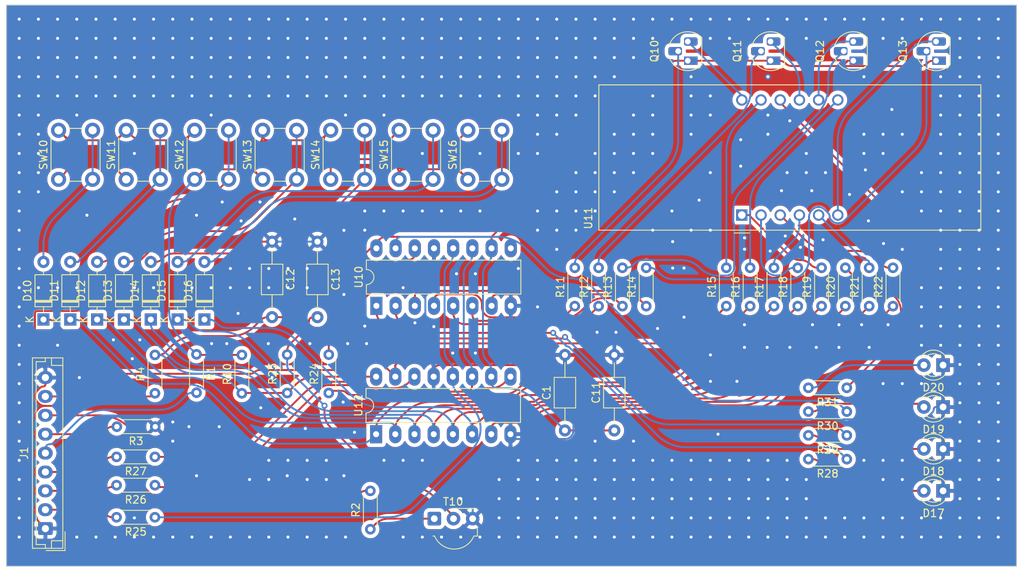
<source format=kicad_pcb>
(kicad_pcb (version 20240108) (generator "pcbnew") (generator_version "8.0")
  (layers (0 "F.Cu" signal) (31 "B.Cu" signal) (34 "B.Paste" user) (35 "F.Paste" user) (36 "B.SilkS" user "B.Silkscreen") (37 "F.SilkS" user "F.Silkscreen") (38 "B.Mask" user) (39 "F.Mask" user) (44 "Edge.Cuts" user))
  (net 0 "")
  (net 1 "+5V")
  (net 2 "GND")
  (net 3 "Net-(T10-Vs)")
  (net 4 "/b1")
  (net 5 "Net-(D10-A)")
  (net 6 "/b2")
  (net 7 "Net-(D11-A)")
  (net 8 "/b3")
  (net 9 "Net-(D12-A)")
  (net 10 "/b4")
  (net 11 "Net-(D13-A)")
  (net 12 "/b5")
  (net 13 "Net-(D14-A)")
  (net 14 "/b6")
  (net 15 "Net-(D15-A)")
  (net 16 "/b7")
  (net 17 "Net-(D16-A)")
  (net 18 "Net-(D17-A)")
  (net 19 "Net-(D18-A)")
  (net 20 "Net-(D19-A)")
  (net 21 "Net-(J1-Pin_2)")
  (net 22 "Net-(J1-Pin_3)")
  (net 23 "Net-(J1-Pin_4)")
  (net 24 "KEYPAD")
  (net 25 "Net-(J1-Pin_6)")
  (net 26 "IR")
  (net 27 "Net-(J1-Pin_8)")
  (net 28 "Net-(D20-A)")
  (net 29 "/CC1")
  (net 30 "/Q10")
  (net 31 "/CC2")
  (net 32 "/Q11")
  (net 33 "/Q12")
  (net 34 "/CC3")
  (net 35 "/CC4")
  (net 36 "Net-(R1-Pad1)")
  (net 37 "Net-(T10-OUT)")
  (net 38 "Net-(U10-QE)")
  (net 39 "Net-(U10-QF)")
  (net 40 "Net-(U10-QG)")
  (net 41 "Net-(U10-QH)")
  (net 42 "Net-(U11-a)")
  (net 43 "Net-(U11-b)")
  (net 44 "Net-(U11-c)")
  (net 45 "Net-(U11-d)")
  (net 46 "Net-(U11-e)")
  (net 47 "Net-(U11-f)")
  (net 48 "Net-(U11-g)")
  (net 49 "/Q13")
  (net 50 "Net-(U11-DPX)")
  (net 51 "/b8")
  (net 52 "Net-(U10-SER)")
  (net 53 "RCLK")
  (net 54 "SRCLK")
  (net 55 "SI")
  (net 56 "Net-(U10-QC)")
  (net 57 "Net-(U10-QB)")
  (net 58 "Net-(U10-QA)")
  (net 59 "/QH'")
  (net 61 "Net-(U10-QD)")
  (footprint "Resistor_THT:R_Axial_DIN0204_L3.6mm_D1.6mm_P5.08mm_Horizontal" (layer "F.Cu") (at 124.6 112.29 90)
    (property "Reference" "R23")
    (property "Value" "100")
  )
  (footprint "Resistor_THT:R_Axial_DIN0204_L3.6mm_D1.6mm_P5.08mm_Horizontal" (layer "F.Cu") (at 198.64 121.05 180)
    (property "Reference" "R28")
    (property "Value" "100")
  )
  (footprint "Resistor_THT:R_Axial_DIN0204_L3.6mm_D1.6mm_P5.08mm_Horizontal" (layer "F.Cu") (at 112.6 107.17 -90)
    (property "Reference" "R1")
    (property "Value" "330")
  )
  (footprint "Resistor_THT:R_Axial_DIN0204_L3.6mm_D1.6mm_P5.08mm_Horizontal" (layer "F.Cu") (at 107.14 116.75 180)
    (property "Reference" "R3")
    (property "Value" "330")
  )
  (footprint "Resistor_THT:R_Axial_DIN0204_L3.6mm_D1.6mm_P5.08mm_Horizontal" (layer "F.Cu") (at 107.1 120.75 180)
    (property "Reference" "R27")
    (property "Value" "330")
  )
  (footprint "Package_TO_SOT_THT:TO-92_HandSolder" (layer "F.Cu") (at 199.5 68.29 90)
    (property "Reference" "Q12")
    (property "Value" "2N2219")
  )
  (footprint "Resistor_THT:R_Axial_DIN0204_L3.6mm_D1.6mm_P5.08mm_Horizontal" (layer "F.Cu") (at 189 100.79 90)
    (property "Reference" "R17")
    (property "Value" "100")
  )
  (footprint "Button_Switch_THT:SW_PUSH_6mm" (layer "F.Cu") (at 121.35 84 90)
    (property "Reference" "SW13")
    (property "Value" "SW_Push")
  )
  (footprint "Button_Switch_THT:SW_PUSH_6mm" (layer "F.Cu") (at 94.35 84 90)
    (property "Reference" "SW10")
    (property "Value" "SW_Push")
  )
  (footprint "Capacitor_THT:C_Axial_L3.8mm_D2.6mm_P10.00mm_Horizontal" (layer "F.Cu") (at 122.6 92.25 -90)
    (property "Reference" "C12")
    (property "Value" "10u")
  )
  (footprint "Package_DIP:DIP-16_W7.62mm_LongPads" (layer "F.Cu") (at 136.36 117.75 90)
    (property "Reference" "U12")
    (property "Value" "74HC595")
  )
  (footprint "Display_7Segment:CA56-12EWA" (layer "F.Cu") (at 184.75 88.7275 90)
    (property "Reference" "U11")
    (property "Value" "CC56-12EWA")
  )
  (footprint "Resistor_THT:R_Axial_DIN0204_L3.6mm_D1.6mm_P5.08mm_Horizontal" (layer "F.Cu") (at 182.7 100.79 90)
    (property "Reference" "R15")
    (property "Value" "100")
  )
  (footprint "Resistor_THT:R_Axial_DIN0204_L3.6mm_D1.6mm_P5.08mm_Horizontal" (layer "F.Cu") (at 165.8 100.79 90)
    (property "Reference" "R12")
    (property "Value" "1k")
  )
  (footprint "Package_TO_SOT_THT:TO-92_HandSolder" (layer "F.Cu") (at 177.6 68.29 90)
    (property "Reference" "Q10")
    (property "Value" "2N2219")
  )
  (footprint "Package_TO_SOT_THT:TO-92_HandSolder" (layer "F.Cu") (at 188.55 68.29 90)
    (property "Reference" "Q11")
    (property "Value" "2N2219")
  )
  (footprint "Button_Switch_THT:SW_PUSH_6mm" (layer "F.Cu") (at 103.3 84 90)
    (property "Reference" "SW11")
    (property "Value" "SW_Push")
  )
  (footprint "Resistor_THT:R_Axial_DIN0204_L3.6mm_D1.6mm_P5.08mm_Horizontal" (layer "F.Cu") (at 204.75 100.79 90)
    (property "Reference" "R22")
    (property "Value" "100")
  )
  (footprint "OptoDevice:Vishay_MOLD-3Pin" (layer "F.Cu") (at 144.06 128.935)
    (property "Reference" "T10")
    (property "Value" "TSOP321xx")
  )
  (footprint "Resistor_THT:R_Axial_DIN0204_L3.6mm_D1.6mm_P5.08mm_Horizontal" (layer "F.Cu") (at 198.64 111.6 180)
    (property "Reference" "R31")
    (property "Value" "100")
  )
  (footprint "Resistor_THT:R_Axial_DIN0204_L3.6mm_D1.6mm_P5.08mm_Horizontal" (layer "F.Cu") (at 118.6 112.33 90)
    (property "Reference" "R10")
    (property "Value" "10k")
  )
  (footprint "Resistor_THT:R_Axial_DIN0204_L3.6mm_D1.6mm_P5.08mm_Horizontal" (layer "F.Cu") (at 198.45 100.79 90)
    (property "Reference" "R20")
    (property "Value" "100")
  )
  (footprint "Diode_THT:D_DO-35_SOD27_P7.62mm_Horizontal" (layer "F.Cu") (at 103 102.56 90)
    (property "Reference" "D13")
    (property "Value" "1N914")
  )
  (footprint "Resistor_THT:R_Axial_DIN0204_L3.6mm_D1.6mm_P5.08mm_Horizontal" (layer "F.Cu") (at 135.6 130.33 90)
    (property "Reference" "R2")
    (property "Value" "330")
  )
  (footprint "Resistor_THT:R_Axial_DIN0204_L3.6mm_D1.6mm_P5.08mm_Horizontal" (layer "F.Cu") (at 172.1 100.79 90)
    (property "Reference" "R14")
    (property "Value" "1k")
  )
  (footprint "LED_THT:LED_D3.0mm" (layer "F.Cu") (at 211.375 119.7 180)
    (property "Reference" "D18")
    (property "Value" "LED_Small")
  )
  (footprint "Resistor_THT:R_Axial_DIN0204_L3.6mm_D1.6mm_P5.08mm_Horizontal" (layer "F.Cu") (at 168.95 100.79 90)
    (property "Reference" "R13")
    (property "Value" "1k")
  )
  (footprint "Resistor_THT:R_Axial_DIN0204_L3.6mm_D1.6mm_P5.08mm_Horizontal" (layer "F.Cu") (at 185.85 100.79 90)
    (property "Reference" "R16")
    (property "Value" "100")
  )
  (footprint "Package_DIP:DIP-16_W7.62mm_LongPads" (layer "F.Cu") (at 136.4 100.75 90)
    (property "Reference" "U10")
    (property "Value" "74HC595")
  )
  (footprint "Resistor_THT:R_Axial_DIN0204_L3.6mm_D1.6mm_P5.08mm_Horizontal" (layer "F.Cu") (at 195.3 100.79 90)
    (property "Reference" "R19")
    (property "Value" "100")
  )
  (footprint "Package_TO_SOT_THT:TO-92_HandSolder" (layer "F.Cu") (at 210.45 68.29 90)
    (property "Reference" "Q13")
    (property "Value" "2N2219")
  )
  (footprint "LED_THT:LED_D3.0mm" (layer "F.Cu") (at 211.375 125.25 180)
    (property "Reference" "D17")
    (property "Value" "LED_Small")
  )
  (footprint "LED_THT:LED_D3.0mm" (layer "F.Cu") (at 211.375 108.6 180)
    (property "Reference" "D20")
    (property "Value" "LED_Small")
  )
  (footprint "Resistor_THT:R_Axial_DIN0204_L3.6mm_D1.6mm_P5.08mm_Horizontal" (layer "F.Cu") (at 198.64 117.9 180)
    (property "Reference" "R29")
    (property "Value" "100")
  )
  (footprint "Diode_THT:D_DO-35_SOD27_P7.62mm_Horizontal" (layer "F.Cu") (at 99.45 102.56 90)
    (property "Reference" "D12")
    (property "Value" "1N914")
  )
  (footprint "Resistor_THT:R_Axial_DIN0204_L3.6mm_D1.6mm_P5.08mm_Horizontal" (layer "F.Cu") (at 201.6 100.79 90)
    (property "Reference" "R21")
    (property "Value" "100")
  )
  (footprint "Resistor_THT:R_Axial_DIN0204_L3.6mm_D1.6mm_P5.08mm_Horizontal" (layer "F.Cu") (at 107.1 128.75 180)
    (property "Reference" "R25")
    (property "Value" "330")
  )
  (footprint "Button_Switch_THT:SW_PUSH_6mm" (layer "F.Cu") (at 139.4 84 90)
    (property "Reference" "SW15")
    (property "Value" "SW_Push")
  )
  (footprint "Capacitor_THT:C_Axial_L3.8mm_D2.6mm_P10.00mm_Horizontal" (layer "F.Cu") (at 128.6 92.25 -90)
    (property "Reference" "C13")
    (property "Value" "10u")
  )
  (footprint "Capacitor_THT:C_Axial_L3.8mm_D2.6mm_P10.00mm_Horizontal" (layer "F.Cu") (at 161.345 117.25 90)
    (property "Reference" "C1")
    (property "Value" "10u")
  )
  (footprint "Resistor_THT:R_Axial_DIN0204_L3.6mm_D1.6mm_P5.08mm_Horizontal" (layer "F.Cu") (at 107.1 112.33 90)
    (property "Reference" "R4")
    (property "Value" "0")
  )
  (footprint "Button_Switch_THT:SW_PUSH_6mm" (layer "F.Cu") (at 112.35 84 90)
    (property "Reference" "SW12")
    (property "Value" "SW_Push")
  )
  (footprint "Button_Switch_THT:SW_PUSH_6mm" (layer "F.Cu") (at 130.35 84 90)
    (property "Reference" "SW14")
    (property "Value" "SW_Push")
  )
  (footprint "Resistor_THT:R_Axial_DIN0204_L3.6mm_D1.6mm_P5.08mm_Horizontal" (layer "F.Cu") (at 107.1 124.5 180)
    (property "Reference" "R26")
    (property "Value" "330")
  )
  (footprint "Resistor_THT:R_Axial_DIN0204_L3.6mm_D1.6mm_P5.08mm_Horizontal" (layer "F.Cu") (at 198.64 114.75 180)
    (property "Reference" "R30")
    (property "Value" "100")
  )
  (footprint "Diode_THT:D_DO-35_SOD27_P7.62mm_Horizontal" (layer "F.Cu") (at 113.65 102.56 90)
    (property "Reference" "D16")
    (property "Value" "1N914")
  )
  (footprint "Diode_THT:D_DO-35_SOD27_P7.62mm_Horizontal" (layer "F.Cu") (at 110.1 102.56 90)
    (property "Reference" "D15")
    (property "Value" "1N914")
  )
  (footprint "Diode_THT:D_DO-35_SOD27_P7.62mm_Horizontal" (layer "F.Cu") (at 106.55 102.56 90)
    (property "Reference" "D14")
    (property "Value" "1N914")
  )
  (footprint "Diode_THT:D_DO-35_SOD27_P7.62mm_Horizontal" (layer "F.Cu") (at 95.9 102.56 90)
    (property "Reference" "D11")
    (property "Value" "1N914")
  )
  (footprint "Connector_JST:JST_EH_B9B-EH-A_1x09_P2.50mm_Vertical" (layer "F.Cu") (at 92.6 130.25 90)
    (property "Reference" "J1")
    (property "Value" "Conn_01x09_Pin")
  )
  (footprint "Resistor_THT:R_Axial_DIN0204_L3.6mm_D1.6mm_P5.08mm_Horizontal" (layer "F.Cu") (at 162.65 100.79 90)
    (property "Reference" "R11")
    (property "Value" "1k")
  )
  (footprint "Resistor_THT:R_Axial_DIN0204_L3.6mm_D1.6mm_P5.08mm_Horizontal" (layer "F.Cu") (at 130.1 112.29 90)
    (property "Reference" "R24")
    (property "Value" "10k")
  )
  (footprint "Capacitor_THT:C_Axial_L3.8mm_D2.6mm_P10.00mm_Horizontal" (layer "F.Cu") (at 167.88 117.25 90)
    (property "Reference" "C11")
    (property "Value" "10u")
  )
  (footprint "Resistor_THT:R_Axial_DIN0204_L3.6mm_D1.6mm_P5.08mm_Horizontal" (layer "F.Cu") (at 192.15 100.79 90)
    (property "Reference" "R18")
    (property "Value" "100")
  )
  (footprint "LED_THT:LED_D3.0mm" (layer "F.Cu") (at 211.375 114.15 180)
    (property "Reference" "D19")
    (property "Value" "LED_Small")
  )
  (footprint "Button_Switch_THT:SW_PUSH_6mm" (layer "F.Cu") (at 148.5 84 90)
    (property "Reference" "SW16")
    (property "Value" "SW_Push")
  )
  (footprint "Diode_THT:D_DO-35_SOD27_P7.62mm_Horizontal" (layer "F.Cu") (at 92.35 102.56 90)
    (property "Reference" "D10")
    (property "Value" "1N914")
  )
  (gr_rect (start 87.45 60.9) (end 221.1 135.25) (stroke (width 0.1)) (fill none) (layer "Edge.Cuts"))
  (segment (start 124.6 112.29) (end 118.668284 112.29) (width 0.25) (layer "F.Cu") (net 1))
  (segment (start 123.16335 102.25) (end 122.03665 102.25) (width 0.25) (layer "F.Cu") (net 1))
  (segment (start 188.55 68.29) (end 177.6 68.29) (width 0.25) (layer "F.Cu") (net 1))
  (segment (start 151.64 91.60555) (end 151.64 91.60405) (width 0.25) (layer "F.Cu") (net 1))
  (segment (start 209.268799 68.644499) (end 209.331017 68.582282) (width 0.25) (layer "F.Cu") (net 1))
  (segment (start 123.16335 102.25) (end 124.5583 102.25) (width 0.25) (layer "F.Cu") (net 1))
  (segment (start 136.130097 92.636502) (end 136.669902 92.096697) (width 0.25) (layer "F.Cu") (net 1))
  (segment (start 208.412961 68.999) (end 198.498003 68.999) (width 0.25) (layer "F.Cu") (net 1))
  (segment (start 136.4 92.7483) (end 136.4 93.13) (width 0.25) (layer "F.Cu") (net 1))
  (segment (start 151.64 91.6607) (end 151.64 91.7725) (width 0.25) (layer "F.Cu") (net 1))
  (segment (start 128.28735 110.13) (end 136.36 110.13) (width 0.25) (layer "F.Cu") (net 1))
  (segment (start 107.61335 107.25) (end 107.1 107.25) (width 0.25) (layer "F.Cu") (net 1))
  (segment (start 210.03665 68.29) (end 210.45 68.29) (width 0.25) (layer "F.Cu") (net 1))
  (segment (start 161.345 117.25) (end 167.88 117.25) (width 0.25) (layer "F.Cu") (net 1))
  (segment (start 136.130097 92.636502) (end 127.901327 100.865272) (width 0.25) (layer "F.Cu") (net 1))
  (segment (start 109.373849 106.002849) (end 108.489693 106.887006) (width 0.25) (layer "F.Cu") (net 1))
  (segment (start 136.669902 92.096697) (end 136.78165 91.98495) (width 0.25) (layer "F.Cu") (net 1))
  (segment (start 198.498003 68.999) (end 197.651596 68.999) (width 0.25) (layer "F.Cu") (net 1))
  (segment (start 125.68 111.21) (end 124.6 112.29) (width 0.25) (layer "F.Cu") (net 1))
  (segment (start 120.220449 103.502849) (end 121.074951 102.648348) (width 0.25) (layer "F.Cu") (net 1))
  (segment (start 151.63925 91.6033) (end 137.703034 91.6033) (width 0.25) (layer "F.Cu") (net 1))
  (segment (start 198.634232 68.439567) (end 198.37405 68.69975) (width 0.25) (layer "F.Cu") (net 1))
  (segment (start 151.64053 91.604269) (end 174.01958 69.225219) (width 0.25) (layer "F.Cu") (net 1))
  (segment (start 189.675361 68.29) (end 188.55 68.29) (width 0.25) (layer "F.Cu") (net 1))
  (segment (start 112.384736 104.7557) (end 117.195802 104.7557) (width 0.25) (layer "F.Cu") (net 1))
  (segment (start 118.62 112.31) (end 118.6 112.33) (width 0.25) (layer "F.Cu") (net 1))
  (segment (start 151.64 91.60555) (end 151.64 91.6607) (width 0.25) (layer "F.Cu") (net 1))
  (segment (start 176.2774 68.29) (end 177.6 68.29) (width 0.25) (layer "F.Cu") (net 1))
  (segment (start 151.64 91.7725) (end 151.64 93.13) (width 0.25) (layer "F.Cu") (net 1))
  (segment (start 198.72855 68.29) (end 199.5 68.29) (width 0.25) (layer "F.Cu") (net 1))
  (segment (start 191.387038 68.999) (end 197.651596 68.999) (width 0.25) (layer "F.Cu") (net 1))
  (arc (start 136.669902 92.096697) (mid 136.470145 92.395655) (end 136.4 92.7483) (width 0.25) (layer "F.Cu") (net 1))
  (arc (start 190.5312 68.6445) (mid 190.923861 68.906868) (end 191.387038 68.999) (width 0.25) (layer "F.Cu") (net 1))
  (arc (start 151.64 91.60405) (mid 151.63978 91.603519) (end 151.63925 91.6033) (width 0.25) (layer "F.Cu") (net 1))
  (arc (start 118.668284 112.29) (mid 118.642152 112.295197) (end 118.62 112.31) (width 0.25) (layer "F.Cu") (net 1))
  (arc (start 197.651596 68.999) (mid 198.042585 68.921227) (end 198.37405 68.69975) (width 0.25) (layer "F.Cu") (net 1))
  (arc (start 151.64 91.60405) (mid 151.640191 91.604336) (end 151.64053 91.604269) (width 0.25) (layer "F.Cu") (net 1))
  (arc (start 137.703034 91.6033) (mid 137.204384 91.702487) (end 136.78165 91.98495) (width 0.25) (layer "F.Cu") (net 1))
  (arc (start 190.5312 68.6445) (mid 190.138537 68.382131) (end 189.675361 68.29) (width 0.25) (layer "F.Cu") (net 1))
  (arc (start 122.03665 102.25) (mid 121.516182 102.353527) (end 121.074951 102.648348) (width 0.25) (layer "F.Cu") (net 1))
  (arc (start 151.64053 91.604269) (mid 151.640137 91.604856) (end 151.64 91.60555) (width 0.25) (layer "F.Cu") (net 1))
  (arc (start 128.28735 110.13) (mid 126.876262 110.410682) (end 125.68 111.21) (width 0.25) (layer "F.Cu") (net 1))
  (arc (start 136.4 92.7483) (mid 136.302398 92.602229) (end 136.130097 92.636502) (width 0.25) (layer "F.Cu") (net 1))
  (arc (start 108.489693 106.887006) (mid 108.087623 107.15566) (end 107.61335 107.25) (width 0.25) (layer "F.Cu") (net 1))
  (arc (start 198.37405 68.69975) (mid 198.33605 68.890786) (end 198.498003 68.999) (width 0.25) (layer "F.Cu") (net 1))
  (arc (start 210.03665 68.29) (mid 209.654764 68.365961) (end 209.331017 68.582282) (width 0.25) (layer "F.Cu") (net 1))
  (arc (start 176.2774 68.29) (mid 175.055476 68.533055) (end 174.01958 69.225219) (width 0.25) (layer "F.Cu") (net 1))
  (arc (start 198.72855 68.29) (mid 198.689482 68.306182) (end 198.6733 68.34525) (width 0.25) (layer "F.Cu") (net 1))
  (arc (start 127.901327 100.865272) (mid 126.367533 101.89012) (end 124.5583 102.25) (width 0.25) (layer "F.Cu") (net 1))
  (arc (start 120.220449 103.502849) (mid 118.832729 104.430094) (end 117.195802 104.7557) (width 0.25) (layer "F.Cu") (net 1))
  (arc (start 112.384736 104.7557) (mid 110.755256 105.079823) (end 109.373849 106.002849) (width 0.25) (layer "F.Cu") (net 1))
  (arc (start 198.6733 68.34525) (mid 198.663146 68.396294) (end 198.634232 68.439567) (width 0.25) (layer "F.Cu") (net 1))
  (arc (start 209.268799 68.644499) (mid 208.876137 68.906868) (end 208.412961 68.999) (width 0.25) (layer "F.Cu") (net 1))
  (segment (start 107.61335 107.25) (end 107.1 107.25) (width 0.25) (layer "B.Cu") (net 1))
  (segment (start 117.299 111.029) (end 118.6 112.33) (width 0.25) (layer "B.Cu") (net 1))
  (segment (start 151.6 109.36665) (end 151.6 110.89335) (width 0.25) (layer "B.Cu") (net 1))
  (segment (start 157.219547 113.124547) (end 161.345 117.25) (width 0.25) (layer "B.Cu") (net 1))
  (segment (start 151.64 93.89335) (end 151.64 93.13) (width 0.25) (layer "B.Cu") (net 1))
  (segment (start 109.3657 108.489) (end 108.489693 107.612993) (width 0.25) (layer "B.Cu") (net 1))
  (segment (start 150.4993 96.603996) (end 150.4993 106.724287) (width 0.25) (layer "B.Cu") (net 1))
  (segment (start 153.67585 111.6567) (end 152.36335 111.6567) (width 0.25) (layer "B.Cu") (net 1))
  (segment (start 151.069649 95.227049) (end 151.10023 95.196469) (width 0.25) (layer "B.Cu") (net 1))
  (segment (start 112.35691 109.728) (end 114.158108 109.728) (width 0.25) (layer "B.Cu") (net 1))
  (segment (start 151.04965 108.05295) (end 151.06023 108.06353) (width 0.25) (layer "B.Cu") (net 1))
  (arc (start 151.6 110.89335) (mid 151.82358 111.433119) (end 152.36335 111.6567) (width 0.25) (layer "B.Cu") (net 1))
  (arc (start 108.489693 107.612993) (mid 108.087623 107.344338) (end 107.61335 107.25) (width 0.25) (layer "B.Cu") (net 1))
  (arc (start 109.3657 108.489) (mid 110.738078 109.405994) (end 112.35691 109.728) (width 0.25) (layer "B.Cu") (net 1))
  (arc (start 151.06023 108.06353) (mid 151.459718 108.661406) (end 151.6 109.36665) (width 0.25) (layer "B.Cu") (net 1))
  (arc (start 151.069649 95.227049) (mid 150.647528 95.858798) (end 150.4993 96.603996) (width 0.25) (layer "B.Cu") (net 1))
  (arc (start 117.299 111.029) (mid 115.857946 110.066118) (end 114.158108 109.728) (width 0.25) (layer "B.Cu") (net 1))
  (arc (start 150.4993 106.724287) (mid 150.642331 107.443354) (end 151.04965 108.05295) (width 0.25) (layer "B.Cu") (net 1))
  (arc (start 157.219547 113.124547) (mid 155.593685 112.038181) (end 153.67585 111.6567) (width 0.25) (layer "B.Cu") (net 1))
  (arc (start 151.64 93.89335) (mid 151.499718 94.598593) (end 151.10023 95.196469) (width 0.25) (layer "B.Cu") (net 1))
  (segment (start 91.2233 101.759869) (end 91.2233 106.723126) (width 0.25) (layer "F.Cu") (net 2))
  (segment (start 92.6 109.99215) (end 92.6 109.66165) (width 0.25) (layer "F.Cu") (net 2))
  (segment (start 105.76495 115.37495) (end 107.14 116.75) (width 0.25) (layer "F.Cu") (net 2))
  (segment (start 159.819951 107.648348) (end 159.54165 107.92665) (width 0.25) (layer "F.Cu") (net 2))
  (segment (start 91.91165 108.38495) (end 92.183973 108.657273) (width 0.25) (layer "F.Cu") (net 2))
  (segment (start 92.593257 113.9999) (end 102.445285 113.9999) (width 0.25) (layer "F.Cu") (net 2))
  (segment (start 91.549869 101.4333) (end 96.209236 101.4333) (width 0.25) (layer "F.Cu") (net 2))
  (segment (start 144.74335 108.6033) (end 157.908072 108.6033) (width 0.25) (layer "F.Cu") (net 2))
  (segment (start 92.6 111.02355) (end 92.6 111.1693) (width 0.25) (layer "F.Cu") (net 2))
  (segment (start 143.98 109.36665) (end 143.98 110.13) (width 0.25) (layer "F.Cu") (net 2))
  (segment (start 100.056992 99.839507) (end 106.052707 93.843792) (width 0.25) (layer "F.Cu") (net 2))
  (segment (start 92.6 109.99215) (end 92.6 110.50785) (width 0.25) (layer "F.Cu") (net 2))
  (segment (start 161.345 107.25) (end 167.88 107.25) (width 0.25) (layer "F.Cu") (net 2))
  (segment (start 91.2752 115.317957) (end 91.2752 127.988424) (width 0.25) (layer "F.Cu") (net 2))
  (segment (start 91.62424 111.887658) (end 91.90319 111.608709) (width 0.25) (layer "F.Cu") (net 2))
  (segment (start 92.6 110.50785) (end 92.6 111.02355) (width 0.25) (layer "F.Cu") (net 2))
  (segment (start 91.66125 113.61385) (end 91.624241 113.576841) (width 0.25) (layer "F.Cu") (net 2))
  (segment (start 160.78165 107.25) (end 161.345 107.25) (width 0.25) (layer "F.Cu") (net 2))
  (segment (start 91.9376 129.5876) (end 92.6 130.25) (width 0.25) (layer "F.Cu") (net 2))
  (segment (start 109.900463 92.25) (end 122.6 92.25) (width 0.25) (layer "F.Cu") (net 2))
  (via (at 178.04 75.49) (size 0.8) (drill 0.4) (layers "F.Cu" "B.Cu") (net 2))
  (via (at 114.54 62.79) (size 0.8) (drill 0.4) (layers "F.Cu" "B.Cu") (net 2))
  (via (at 180.58 72.95) (size 0.8) (drill 0.4) (layers "F.Cu" "B.Cu") (net 2))
  (via (at 104.38 80.57) (size 0.8) (drill 0.4) (layers "F.Cu" "B.Cu") (net 2))
  (via (at 114.54 67.87) (size 0.8) (drill 0.4) (layers "F.Cu" "B.Cu") (net 2))
  (via (at 132.32 75.49) (size 0.8) (drill 0.4) (layers "F.Cu" "B.Cu") (net 2))
  (via (at 213.6 105.97) (size 0.8) (drill 0.4) (layers "F.Cu" "B.Cu") (net 2))
  (via (at 132.32 67.87) (size 0.8) (drill 0.4) (layers "F.Cu" "B.Cu") (net 2))
  (via (at 218.68 95.81) (size 0.8) (drill 0.4) (layers "F.Cu" "B.Cu") (net 2))
  (via (at 122.16 70.41) (size 0.8) (drill 0.4) (layers "F.Cu" "B.Cu") (net 2))
  (via (at 208.52 62.79) (size 0.8) (drill 0.4) (layers "F.Cu" "B.Cu") (net 2))
  (via (at 218.68 90.73) (size 0.8) (drill 0.4) (layers "F.Cu" "B.Cu") (net 2))
  (via (at 213.6 93.27) (size 0.8) (drill 0.4) (layers "F.Cu" "B.Cu") (net 2))
  (via (at 137.4 62.79) (size 0.8) (drill 0.4) (layers "F.Cu" "B.Cu") (net 2))
  (via (at 200.6 103.25) (size 0.8) (drill 0.4) (layers "F.Cu" "B.Cu") (net 2))
  (via (at 160.26 72.95) (size 0.8) (drill 0.4) (layers "F.Cu" "B.Cu") (net 2))
  (via (at 129.78 72.95) (size 0.8) (drill 0.4) (layers "F.Cu" "B.Cu") (net 2))
  (via (at 172.96 75.49) (size 0.8) (drill 0.4) (layers "F.Cu" "B.Cu") (net 2))
  (via (at 170.42 78.03) (size 0.8) (drill 0.4) (layers "F.Cu" "B.Cu") (net 2))
  (via (at 205.98 131.37) (size 0.8) (drill 0.4) (layers "F.Cu" "B.Cu") (net 2))
  (via (at 165.34 80.57) (size 0.8) (drill 0.4) (layers "F.Cu" "B.Cu") (net 2))
  (via (at 170.42 80.57) (size 0.8) (drill 0.4) (layers "F.Cu" "B.Cu") (net 2))
  (via (at 175.5 123.75) (size 0.8) (drill 0.4) (layers "F.Cu" "B.Cu") (net 2))
  (via (at 117.08 65.33) (size 0.8) (drill 0.4) (layers "F.Cu" "B.Cu") (net 2))
  (via (at 216.14 103.43) (size 0.8) (drill 0.4) (layers "F.Cu" "B.Cu") (net 2))
  (via (at 218.68 72.95) (size 0.8) (drill 0.4) (layers "F.Cu" "B.Cu") (net 2))
  (via (at 191.1 76.25) (size 0.8) (drill 0.4) (layers "F.Cu" "B.Cu") (net 2))
  (via (at 211.06 78.03) (size 0.8) (drill 0.4) (layers "F.Cu" "B.Cu") (net 2))
  (via (at 205.98 111.05) (size 0.8) (drill 0.4) (layers "F.Cu" "B.Cu") (net 2))
  (via (at 134.86 67.87) (size 0.8) (drill 0.4) (layers "F.Cu" "B.Cu") (net 2))
  (via (at 109.46 116.13) (size 0.8) (drill 0.4) (layers "F.Cu" "B.Cu") (net 2))
  (via (at 204.6 74.75) (size 0.8) (drill 0.4) (layers "F.Cu" "B.Cu") (net 2))
  (via (at 112.6 88.75) (size 0.8) (drill 0.4) (layers "F.Cu" "B.Cu") (net 2))
  (via (at 122.16 121.21) (size 0.8) (drill 0.4) (layers "F.Cu" "B.Cu") (net 2))
  (via (at 162.8 70.41) (size 0.8) (drill 0.4) (layers "F.Cu" "B.Cu") (net 2))
  (via (at 101.84 67.87) (size 0.8) (drill 0.4) (layers "F.Cu" "B.Cu") (net 2))
  (via (at 211.06 70.41) (size 0.8) (drill 0.4) (layers "F.Cu" "B.Cu") (net 2))
  (via (at 155.18 65.33) (size 0.8) (drill 0.4) (layers "F.Cu" "B.Cu") (net 2))
  (via (at 162.8 121.21) (size 0.8) (drill 0.4) (layers "F.Cu" "B.Cu") (net 2))
  (via (at 185.1 91.75) (size 0.8) (drill 0.4) (layers "F.Cu" "B.Cu") (net 2))
  (via (at 162.8 62.79) (size 0.8) (drill 0.4) (layers "F.Cu" "B.Cu") (net 2))
  (via (at 201.1 82.75) (size 0.8) (drill 0.4) (layers "F.Cu" "B.Cu") (net 2))
  (via (at 193.28 80.57) (size 0.8) (drill 0.4) (layers "F.Cu" "B.Cu") (net 2))
  (via (at 178.04 128.83) (size 0.8) (drill 0.4) (layers "F.Cu" "B.Cu") (net 2))
  (via (at 157.72 65.33) (size 0.8) (drill 0.4) (layers "F.Cu" "B.Cu") (net 2))
  (via (at 188.5 93.5) (size 0.8) (drill 0.4) (layers "F.Cu" "B.Cu") (net 2))
  (via (at 124.7 70.41) (size 0.8) (drill 0.4) (layers "F.Cu" "B.Cu") (net 2))
  (via (at 190 85.5) (size 0.8) (drill 0.4) (layers "F.Cu" "B.Cu") (net 2))
  (via (at 119.62 98.35) (size 0.8) (drill 0.4) (layers "F.Cu" "B.Cu") (net 2))
  (via (at 167.88 121.21) (size 0.8) (drill 0.4) (layers "F.Cu" "B.Cu") (net 2))
  (via (at 165.34 121.21) (size 0.8) (drill 0.4) (layers "F.Cu" "B.Cu") (net 2))
  (via (at 160.26 67.87) (size 0.8) (drill 0.4) (layers "F.Cu" "B.Cu") (net 2))
  (via (at 127.24 121.21) (size 0.8) (drill 0.4) (layers "F.Cu" "B.Cu") (net 2))
  (via (at 205.98 62.79) (size 0.8) (drill 0.4) (layers "F.Cu" "B.Cu") (net 2))
  (via (at 137.4 75.49) (size 0.8) (drill 0.4) (layers "F.Cu" "B.Cu") (net 2))
  (via (at 183.12 131.37) (size 0.8) (drill 0.4) (layers "F.Cu" "B.Cu") (net 2))
  (via (at 162.8 65.33) (size 0.8) (drill 0.4) (layers "F.Cu" "B.Cu") (net 2))
  (via (at 162.8 126.29) (size 0.8) (drill 0.4) (layers "F.Cu" "B.Cu") (net 2))
  (via (at 167.88 123.75) (size 0.8) (drill 0.4) (layers "F.Cu" "B.Cu") (net 2))
  (via (at 208.52 111.05) (size 0.8) (drill 0.4) (layers "F.Cu" "B.Cu") (net 2))
  (via (at 216.14 113.59) (size 0.8) (drill 0.4) (layers "F.Cu" "B.Cu") (net 2))
  (via (at 165.34 131.37) (size 0.8) (drill 0.4) (layers "F.Cu" "B.Cu") (net 2))
  (via (at 134.86 70.41) (size 0.8) (drill 0.4) (layers "F.Cu" "B.Cu") (net 2))
  (via (at 188.2 128.83) (size 0.8) (drill 0.4) (layers "F.Cu" "B.Cu") (net 2))
  (via (at 185.66 131.37) (size 0.8) (drill 0.4) (layers "F.Cu" "B.Cu") (net 2))
  (via (at 178.04 131.37) (size 0.8) (drill 0.4) (layers "F.Cu" "B.Cu") (net 2))
  (via (at 91.68 78.03) (size 0.8) (drill 0.4) (layers "F.Cu" "B.Cu") (net 2))
  (via (at 106.92 98.35) (size 0.8) (drill 0.4) (layers "F.Cu" "B.Cu") (net 2))
  (via (at 116 87) (size 0.8) (drill 0.4) (layers "F.Cu" "B.Cu") (net 2))
  (via (at 134.86 88.19) (size 0.8) (drill 0.4) (layers "F.Cu" "B.Cu") (net 2))
  (via (at 91.68 65.33) (size 0.8) (drill 0.4) (layers "F.Cu" "B.Cu") (net 2))
  (via (at 157.72 121.21) (size 0.8) (drill 0.4) (layers "F.Cu" "B.Cu") (net 2))
  (via (at 157.72 123.75) (size 0.8) (drill 0.4) (layers "F.Cu" "B.Cu") (net 2))
  (via (at 165.34 88.19) (size 0.8) (drill 0.4) (layers "F.Cu" "B.Cu") (net 2))
  (via (at 89.14 85.65) (size 0.8) (drill 0.4) (layers "F.Cu" "B.Cu") (net 2))
  (via (at 172.96 90.73) (size 0.8) (drill 0.4) (layers "F.Cu" "B.Cu") (net 2))
  (via (at 99.3 65.33) (size 0.8) (drill 0.4) (layers "F.Cu" "B.Cu") (net 2))
  (via (at 149.5 107) (size 0.8) (drill 0.4) (layers "F.Cu" "B.Cu") (net 2))
  (via (at 218.68 78.03) (size 0.8) (drill 0.4) (layers "F.Cu" "B.Cu") (net 2))
  (via (at 89.14 103.43) (size 0.8) (drill 0.4) (layers "F.Cu" "B.Cu") (net 2))
  (via (at 111.6 116.75) (size 0.8) (drill 0.4) (layers "F.Cu" "B.Cu") (net 2))
  (via (at 118.5 89.5) (size 0.8) (drill 0.4) (layers "F.Cu" "B.Cu") (net 2))
  (via (at 91.68 75.49) (size 0.8) (drill 0.4) (layers "F.Cu" "B.Cu") (net 2))
  (via (at 124.7 121.21) (size 0.8) (drill 0.4) (layers "F.Cu" "B.Cu") (net 2))
  (via (at 112 67.87) (size 0.8) (drill 0.4) (layers "F.Cu" "B.Cu") (net 2))
  (via (at 127.24 67.87) (size 0.8) (drill 0.4) (layers "F.Cu" "B.Cu") (net 2))
  (via (at 132.32 131.37) (size 0.8) (drill 0.4) (layers "F.Cu" "B.Cu") (net 2))
  (via (at 188.2 62.79) (size 0.8) (drill 0.4) (layers "F.Cu" "B.Cu") (net 2))
  (via (at 193.28 131.37) (size 0.8) (drill 0.4) (layers "F.Cu" "B.Cu") (net 2))
  (via (at 147.56 126.29) (size 0.8) (drill 0.4) (layers "F.Cu" "B.Cu") (net 2))
  (via (at 188.2 123.75) (size 0.8) (drill 0.4) (layers "F.Cu" "B.Cu") (net 2))
  (via (at 157.72 80.57) (size 0.8) (drill 0.4) (layers "F.Cu" "B.Cu") (net 2))
  (via (at 97.1 110.25) (size 0.8) (drill 0.4) (layers "F.Cu" "B.Cu") (net 2))
  (via (at 134.86 103.43) (size 0.8) (drill 0.4) (layers "F.Cu" "B.Cu") (net 2))
  (via (at 216.14 88.19) (size 0.8) (drill 0.4) (layers "F.Cu" "B.Cu") (net 2))
  (via (at 211.06 100.89) (size 0.8) (drill 0.4) (layers "F.Cu" "B.Cu") (net 2))
  (via (at 185.1 103.25) (size 0.8) (drill 0.4) (layers "F.Cu" "B.Cu") (net 2))
  (via (at 172.96 78.03) (size 0.8) (drill 0.4) (layers "F.Cu" "B.Cu") (net 2))
  (via (at 127 117) (size 0.8) (drill 0.4) (layers "F.Cu" "B.Cu") (net 2))
  (via (at 216.14 105.97) (size 0.8) (drill 0.4) (layers "F.Cu" "B.Cu") (net 2))
  (via (at 139.94 72.95) (size 0.8) (drill 0.4) (layers "F.Cu" "B.Cu") (net 2))
  (via (at 157.72 100.89) (size 0.8) (drill 0.4) (layers "F.Cu" "B.Cu") (net 2))
  (via (at 170.42 62.79) (size 0.8) (drill 0.4) (layers "F.Cu" "B.Cu") (net 2))
  (via (at 109.46 118.67) (size 0.8) (drill 0.4) (layers "F.Cu" "B.Cu") (net 2))
  (via (at 213.6 121.21) (size 0.8) (drill 0.4) (layers "F.Cu" "B.Cu") (net 2))
  (via (at 129.78 65.33) (size 0.8) (drill 0.4) (layers "F.Cu" "B.Cu") (net 2))
  (via (at 104.38 65.33) (size 0.8) (drill 0.4) (layers "F.Cu" "B.Cu") (net 2))
  (via (at 139.94 70.41) (size 0.8) (drill 0.4) (layers "F.Cu" "B.Cu") (net 2))
  (via (at 181.6 117.75) (size 0.8) (drill 0.4) (layers "F.Cu" "B.Cu") (net 2))
  (via (at 203.44 65.33) (size 0.8) (drill 0.4) (layers "F.Cu" "B.Cu") (net 2))
  (via (at 155.18 131.37) (size 0.8) (drill 0.4) (layers "F.Cu" "B.Cu") (net 2))
  (via (at 162.8 83.11) (size 0.8) (drill 0.4) (layers "F.Cu" "B.Cu") (net 2))
  (via (at 177.1 102.25) (size 0.8) (drill 0.4) (layers "F.Cu" "B.Cu") (net 2))
  (via (at 96.76 75.49) (size 0.8) (drill 0.4) (layers "F.Cu" "B.Cu") (net 2))
  (via (at 193.28 62.79) (size 0.8) (drill 0.4) (layers "F.Cu" "B.Cu") (net 2))
  (via (at 183.12 126.29) (size 0.8) (drill 0.4) (layers "F.Cu" "B.Cu") (net 2))
  (via (at 199 86) (size 0.8) (drill 0.4) (layers "F.Cu" "B.Cu") (net 2))
  (via (at 213.6 116.13) (size 0.8) (drill 0.4) (layers "F.Cu" "B.Cu") (net 2))
  (via (at 132.1 123.25) (size 0.8) (drill 0.4) (layers "F.Cu" "B.Cu") (net 2))
  (via (at 211.06 88.19) (size 0.8) (drill 0.4) (layers "F.Cu" "B.Cu") (net 2))
  (via (at 211.06 93.27) (size 0.8) (drill 0.4) (layers "F.Cu" "B.Cu") (net 2))
  (via (at 172.96 128.83) (size 0.8) (drill 0.4) (layers "F.Cu" "B.Cu") (net 2))
  (via (at 155.18 80.57) (size 0.8) (drill 0.4) (layers "F.Cu" "B.Cu") (net 2))
  (via (at 190.74 121.21) (size 0.8) (drill 0.4) (layers "F.Cu" "B.Cu") (net 2))
  (via (at 147.56 72.95) (size 0.8) (drill 0.4) (layers "F.Cu" "B.Cu") (net 2))
  (via (at 218.68 98.35) (size 0.8) (drill 0.4) (layers "F.Cu" "B.Cu") (net 2))
  (via (at 165.34 128.83) (size 0.8) (drill 0.4) (layers "F.Cu" "B.Cu") (net 2))
  (via (at 162.8 90.73) (size 0.8) (drill 0.4) (layers "F.Cu" "B.Cu") (net 2))
  (via (at 109.46 131.37) (size 0.8) (drill 0.4) (layers "F.Cu" "B.Cu") (net 2))
  (via (at 89.14 98.35) (size 0.8) (drill 0.4) (layers "F.Cu" "B.Cu") (net 2))
  (via (at 112 131.37) (size 0.8) (drill 0.4) (layers "F.Cu" "B.Cu") (net 2))
  (via (at 216.14 116.13) (size 0.8) (drill 0.4) (layers "F.Cu" "B.Cu") (net 2))
  (via (at 89.14 62.79) (size 0.8) (drill 0.4) (layers "F.Cu" "B.Cu") (net 2))
  (via (at 91.68 85.65) (size 0.8) (drill 0.4) (layers "F.Cu" "B.Cu") (net 2))
  (via (at 152.64 70.41) (size 0.8) (drill 0.4) (layers "F.Cu" "B.Cu") (net 2))
  (via (at 157.72 67.87) (size 0.8) (drill 0.4) (layers "F.Cu" "B.Cu") (net 2))
  (via (at 118.1 101.75) (size 0.8) (drill 0.4) (layers "F.Cu" "B.Cu") (net 2))
  (via (at 124.7 72.95) (size 0.8) (drill 0.4) (layers "F.Cu" "B.Cu") (net 2))
  (via (at 160.26 128.83) (size 0.8) (drill 0.4) (layers "F.Cu" "B.Cu") (net 2))
  (via (at 175.5 121.21) (size 0.8) (drill 0.4) (layers "F.Cu" "B.Cu") (net 2))
  (via (at 165.34 123.75) (size 0.8) (drill 0.4) (layers "F.Cu" "B.Cu") (net 2))
  (via (at 112.6 123.25) (size 0.8) (drill 0.4) (layers "F.Cu" "B.Cu") (net 2))
  (via (at 183.12 65.33) (size 0.8) (drill 0.4) (layers "F.Cu" "B.Cu") (net 2))
  (via (at 104.38 131.37) (size 0.8) (drill 0.4) (layers "F.Cu" "B.Cu") (net 2))
  (via (at 109.46 65.33) (size 0.8) (drill 0.4) (layers "F.Cu" "B.Cu") (net 2))
  (via (at 180.58 90.73) (size 0.8) (drill 0.4) (layers "F.Cu" "B.Cu") (net 2))
  (via (at 99.3 67.87) (size 0.8) (drill 0.4) (layers "F.Cu" "B.Cu") (net 2))
  (via (at 127.6 105.75) (size 0.8) (drill 0.4) (layers "F.Cu" "B.Cu") (net 2))
  (via (at 188.2 131.37) (size 0.8) (drill 0.4) (layers "F.Cu" "B.Cu") (net 2))
  (via (at 180.58 83.11) (size 0.8) (drill 0.4) (layers "F.Cu" "B.Cu") (net 2))
  (via (at 127.24 72.95) (size 0.8) (drill 0.4) (layers "F.Cu" "B.Cu") (net 2))
  (via (at 101.6 105.25) (size 0.8) (drill 0.4) (layers "F.Cu" "B.Cu") (net 2))
  (via (at 213.6 67.87) (size 0.8) (drill 0.4) (layers "F.Cu" "B.Cu") (net 2))
  (via (at 117.08 70.41) (size 0.8) (drill 0.4) (layers "F.Cu" "B.Cu") (net 2))
  (via (at 89.14 72.95) (size 0.8) (drill 0.4) (layers "F.Cu" "B.Cu") (net 2))
  (via (at 175.5 62.79) (size 0.8) (drill 0.4) (layers "F.Cu" "B.Cu") (net 2))
  (via (at 165.34 70.41) (size 0.8) (drill 0.4) (layers "F.Cu" "B.Cu") (net 2))
  (via (at 145.02 72.95) (size 0.8) (drill 0.4) (layers "F.Cu" "B.Cu") (net 2))
  (via (at 165.34 62.79) (size 0.8) (drill 0.4) (layers "F.Cu" "B.Cu") (net 2))
  (via (at 216.14 83.11) (size 0.8) (drill 0.4) (layers "F.Cu" "B.Cu") (net 2))
  (via (at 213.6 131.37) (size 0.8) (drill 0.4) (layers "F.Cu" "B.Cu") (net 2))
  (via (at 101.84 131.37) (size 0.8) (drill 0.4) (layers "F.Cu" "B.Cu") (net 2))
  (via (at 213.6 128.83) (size 0.8) (drill 0.4) (layers "F.Cu" "B.Cu") (net 2))
  (via (at 175.6 92.25) (size 0.8) (drill 0.4) (layers "F.Cu" "B.Cu") (net 2))
  (via (at 122.16 67.87) (size 0.8) (drill 0.4) (layers "F.Cu" "B.Cu") (net 2))
  (via (at 205.98 93.27) (size 0.8) (drill 0.4) (layers "F.Cu" "B.Cu") (net 2))
  (via (at 160.26 131.37) (size 0.8) (drill 0.4) (layers "F.Cu" "B.Cu") (net 2))
  (via (at 193.28 83.11) (size 0.8) (drill 0.4) (layers "F.Cu" "B.Cu") (net 2))
  (via (at 142.48 88.19) (size 0.8) (drill 0.4) (layers "F.Cu" "B.Cu") (net 2))
  (via (at 203.44 131.37) (size 0.8) (drill 0.4) (layers "F.Cu" "B.Cu") (net 2))
  (via (at 106.92 62.79) (size 0.8) (drill 0.4) (layers "F.Cu" "B.Cu") (net 2))
  (via (at 89.14 108.51) (size 0.8) (drill 0.4) (layers "F.Cu" "B.Cu") (net 2))
  (via (at 216.14 128.83) (size 0.8) (drill 0.4) (layers "F.Cu" "B.Cu") (net 2))
  (via (at 89.14 65.33) (size 0.8) (drill 0.4) (layers "F.Cu" "B.Cu") (net 2))
  (via (at 89.14 95.81) (size 0.8) (drill 0.4) (layers "F.Cu" "B.Cu") (net 2))
  (via (at 190.74 62.79) (size 0.8) (drill 0.4) (layers "F.Cu" "B.Cu") (net 2))
  (via (at 150.1 65.33) (size 0.8) (drill 0.4) (layers "F.Cu" "B.Cu") (net 2))
  (via (at 114.54 70.41) (size 0.8) (drill 0.4) (layers "F.Cu" "B.Cu") (net 2))
  (via (at 157.72 126.29) (size 0.8) (drill 0.4) (layers "F.Cu" "B.Cu") (net 2))
  (via (at 204.1 103.25) (size 0.8) (drill 0.4) (layers "F.Cu" "B.Cu") (net 2))
  (via (at 157.72 62.79) (size 0.8) (drill 0.4) (layers "F.Cu" "B.Cu") (net 2))
  (via (at 127.24 65.33) (size 0.8) (drill 0.4) (layers "F.Cu" "B.Cu") (net 2))
  (via (at 94.22 65.33) (size 0.8) (drill 0.4) (layers "F.Cu" "B.Cu") (net 2))
  (via (at 89.14 67.87) (size 0.8) (drill 0.4) (layers "F.Cu" "B.Cu") (net 2))
  (via (at 157.72 128.83) (size 0.8) (drill 0.4) (layers "F.Cu" "B.Cu") (net 2))
  (via (at 178.04 90.73) (size 0.8) (drill 0.4) (layers "F.Cu" "B.Cu") (net 2))
  (via (at 188.2 121.21) (size 0.8) (drill 0.4) (layers "F.Cu" "B.Cu") (net 2))
  (via (at 160.26 85.65) (size 0.8) (drill 0.4) (layers "F.Cu" "B.Cu") (net 2))
  (via (at 172.96 80.57) (size 0.8) (drill 0.4) (layers "F.Cu" "B.Cu") (net 2))
  (via (at 122.1 105.75) (size 0.8) (drill 0.4) (layers "F.Cu" "B.Cu") (net 2))
  (via (at 117.08 62.79) (size 0.8) (drill 0.4) (layers "F.Cu" "B.Cu") (net 2))
  (via (at 165.34 72.95) (size 0.8) (drill 0.4) (layers "F.Cu" "B.Cu") (net 2))
  (via (at 168.1 104.25) (size 0.8) (drill 0.4) (layers "F.Cu" "B.Cu") (net 2))
  (via (at 155.18 70.41) (size 0.8) (drill 0.4) (layers "F.Cu" "B.Cu") (net 2))
  (via (at 180.58 128.83) (size 0.8) (drill 0.4) (layers "F.Cu" "B.Cu") (net 2))
  (via (at 201.5 89.5) (size 0.8) (drill 0.4) (layers "F.Cu" "B.Cu") (net 2))
  (via (at 160.26 75.49) (size 0.8) (drill 0.4) (layers "F.Cu" "B.Cu") (net 2))
  (via (at 89.14 100.89) (size 0.8) (drill 0.4) (layers "F.Cu" "B.Cu") (net 2))
  (via (at 216.14 72.95) (size 0.8) (drill 0.4) (layers "F.Cu" "B.Cu") (net 2))
  (via (at 101.84 62.79) (size 0.8) (drill 0.4) (layers "F.Cu" "B.Cu") (net 2))
  (via (at 167.88 131.37) (size 0.8) (drill 0.4) (layers "F.Cu" "B.Cu") (net 2))
  (via (at 139.94 65.33) (size 0.8) (drill 0.4) (layers "F.Cu" "B.Cu") (net 2))
  (via (at 170.42 121.21) (size 0.8) (drill 0.4) (layers "F.Cu" "B.Cu") (net 2))
  (via (at 213.6 72.95) (size 0.8) (drill 0.4) (layers "F.Cu" "B.Cu") (net 2))
  (via (at 147.56 65.33) (size 0.8) (drill 0.4) (layers "F.Cu" "B.Cu") (net 2))
  (via (at 144 103.5) (size 0.8) (drill 0.4) (layers "F.Cu" "B.Cu") (net 2))
  (via (at 218.68 116.13) (size 0.8) (drill 0.4) (layers "F.Cu" "B.Cu") (net 2))
  (via (at 208.52 103.43) (size 0.8) (drill 0.4) (layers "F.Cu" "B.Cu") (net 2))
  (via (at 167.88 70.41) (size 0.8) (drill 0.4) (layers "F.Cu" "B.Cu") (net 2))
  (via (at 194.1 103.25) (size 0.8) (drill 0.4) (layers "F.Cu" "B.Cu") (net 2))
  (via (at 216.14 100.89) (size 0.8) (drill 0.4) (layers "F.Cu" "B.Cu") (net 2))
  (via (at 211.06 83.11) (size 0.8) (drill 0.4) (layers "F.Cu" "B.Cu") (net 2))
  (via (at 172.96 126.29) (size 0.8) (drill 0.4) (layers "F.Cu" "B.Cu") (net 2))
  (via (at 218.68 131.37) (size 0.8) (drill 0.4) (layers "F.Cu" "B.Cu") (net 2))
  (via (at 119.62 62.79) (size 0.8) (drill 0.4) (layers "F.Cu" "B.Cu") (net 2))
  (via (at 109.46 67.87) (size 0.8) (drill 0.4) (layers "F.Cu" "B.Cu") (net 2))
  (via (at 137.4 70.41) (size 0.8) (drill 0.4) (layers "F.Cu" "B.Cu") (net 2))
  (via (at 98.1 88.75) (size 0.8) (drill 0.4) (layers "F.Cu" "B.Cu") (net 2))
  (via (at 213.6 88.19) (size 0.8) (drill 0.4) (layers "F.Cu" "B.Cu") (net 2))
  (via (at 218.68 111.05) (size 0.8) (drill 0.4) (layers "F.Cu" "B.Cu") (net 2))
  (via (at 211.06 128.83) (size 0.8) (drill 0.4) (layers "F.Cu" "B.Cu") (net 2))
  (via (at 96.76 62.79) (size 0.8) (drill 0.4) (layers "F.Cu" "B.Cu") (net 2))
  (via (at 119.62 123.75) (size 0.8) (drill 0.4) (layers "F.Cu" "B.Cu") (net 2))
  (via (at 117.08 95.81) (size 0.8) (drill 0.4) (layers "F.Cu" "B.Cu") (net 2))
  (via (at 149.5 96.5) (size 0.8) (drill 0.4) (layers "F.Cu" "B.Cu") (net 2))
  (via (at 178.04 70.41) (size 0.8) (drill 0.4) (layers "F.Cu" "B.Cu") (net 2))
  (via (at 122.16 131.37) (size 0.8) (drill 0.4) (layers "F.Cu" "B.Cu") (net 2))
  (via (at 127.24 131.37) (size 0.8) (drill 0.4) (layers "F.Cu" "B.Cu") (net 2))
  (via (at 121 87) (size 0.8) (drill 0.4) (layers "F.Cu" "B.Cu") (net 2))
  (via (at 213.6 123.75) (size 0.8) (drill 0.4) (layers "F.Cu" "B.Cu") (net 2))
  (via (at 91.68 98.35) (size 0.8) (drill 0.4) (layers "F.Cu" "B.Cu") (net 2))
  (via (at 114.6 105.75) (size 0.8) (drill 0.4) (layers "F.Cu" "B.Cu") (net 2))
  (via (at 170.42 131.37) (size 0.8) (drill 0.4) (layers "F.Cu" "B.Cu") (net 2))
  (via (at 170.42 126.29) (size 0.8) (drill 0.4) (layers "F.Cu" "B.Cu") (net 2))
  (via (at 184.6 82.25) (size 0.8) (drill 0.4) (layers "F.Cu" "B.Cu") (net 2))
  (via (at 122.16 123.75) (size 0.8) (drill 0.4) (layers "F.Cu" "B.Cu") (net 2))
  (via (at 119.62 67.87) (size 0.8) (drill 0.4) (layers "F.Cu" "B.Cu") (net 2))
  (via (at 94.22 105.97) (size 0.8) (drill 0.4) (layers "F.Cu" "B.Cu") (net 2))
  (via (at 89.14 123.75) (size 0.8) (drill 0.4) (layers "F.Cu" "B.Cu") (net 2))
  (via (at 200.9 131.37) (size 0.8) (drill 0.4) (layers "F.Cu" "B.Cu") (net 2))
  (via (at 89.14 93.27) (size 0.8) (drill 0.4) (layers "F.Cu" "B.Cu") (net 2))
  (via (at 167.88 80.57) (size 0.8) (drill 0.4) (layers "F.Cu" "B.Cu") (net 2))
  (via (at 213.6 111.05) (size 0.8) (drill 0.4) (layers "F.Cu" "B.Cu") (net 2))
  (via (at 96.76 65.33) (size 0.8) (drill 0.4) (layers "F.Cu" "B.Cu") (net 2))
  (via (at 94.22 62.79) (size 0.8) (drill 0.4) (layers "F.Cu" "B.Cu") (net 2))
  (via (at 114.54 98.35) (size 0.8) (drill 0.4) (layers "F.Cu" "B.Cu") (net 2))
  (via (at 183.12 123.75) (size 0.8) (drill 0.4) (layers "F.Cu" "B.Cu") (net 2))
  (via (at 213.6 108.51) (size 0.8) (drill 0.4) (layers "F.Cu" "B.Cu") (net 2))
  (via (at 216.14 62.79) (size 0.8) (drill 0.4) (layers "F.Cu" "B.Cu") (net 2))
  (via (at 170.42 118.67) (size 0.8) (drill 0.4) (layers "F.Cu" "B.Cu") (net 2))
  (via (at 150.1 67.87) (size 0.8) (drill 0.4) (layers "F.Cu" "B.Cu") (net 2))
  (via (at 170.42 83.11) (size 0.8) (drill 0.4) (layers "F.Cu" "B.Cu") (net 2))
  (via (at 137.4 65.33) (size 0.8) (drill 0.4) (layers "F.Cu" "B.Cu") (net 2))
  (via (at 104.38 70.41) (size 0.8) (drill 0.4) (layers "F.Cu" "B.Cu") (net 2))
  (via (at 190.74 83.11) (size 0.8) (drill 0.4) (layers "F.Cu" "B.Cu") (net 2))
  (via (at 190.74 123.75) (size 0.8) (drill 0.4) (layers "F.Cu" "B.Cu") (net 2))
  (via (at 160.26 93.27) (size 0.8) (drill 0.4) (layers "F.Cu" "B.Cu") (net 2))
  (via (at 106.92 70.41) (size 0.8) (drill 0.4) (layers "F.Cu" "B.Cu") (net 2))
  (via (at 119.62 72.95) (size 0.8) (drill 0.4) (layers "F.Cu" "B.Cu") (net 2))
  (via (at 112 65.33) (size 0.8) (drill 0.4) (layers "F.Cu" "B.Cu") (net 2))
  (via (at 191.1 106.25) (size 0.8) (drill 0.4) (layers "F.Cu" "B.Cu") (net 2))
  (via (at 162.8 123.75) (size 0.8) (drill 0.4) (layers "F.Cu" "B.Cu") (net 2))
  (via (at 132.32 72.95) (size 0.8) (drill 0.4) (layers "F.Cu" "B.Cu") (net 2))
  (via (at 172.96 62.79) (size 0.8) (drill 0.4) (layers "F.Cu" "B.Cu") (net 2))
  (via (at 203.44 128.83) (size 0.8) (drill 0.4) (layers "F.Cu" "B.Cu") (net 2))
  (via (at 200.9 70.41) (size 0.8) (drill 0.4) (layers "F.Cu" "B.Cu") (net 2))
  (via (at 208.52 85.65) (size 0.8) (drill 0.4) (layers "F.Cu" "B.Cu") (net 2))
  (via (at 172.96 121.21) (size 0.8) (drill 0.4) (layers "F.Cu" "B.Cu") (net 2))
  (via (at 188.2 75.49) (size 0.8) (drill 0.4) (layers "F.Cu" "B.Cu") (net 2))
  (via (at 129.78 123.75) (size 0.8) (drill 0.4) (layers "F.Cu" "B.Cu") (net 2))
  (via (at 208.52 83.11) (size 0.8) (drill 0.4) (layers "F.Cu" "B.Cu") (net 2))
  (via (at 114.54 72.95) (size 0.8) (drill 0.4) (layers "F.Cu" "B.Cu") (net 2))
  (via (at 194.6 106.25) (size 0.8) (drill 0.4) (layers "F.Cu" "B.Cu") (net 2))
  (via (at 145.02 88.19) (size 0.8) (drill 0.4) (layers "F.Cu" "B.Cu") (net 2))
  (via (at 89.14 121.21) (size 0.8) (drill 0.4) (layers "F.Cu" "B.Cu") (net 2))
  (via (at 216.14 108.51) (size 0.8) (drill 0.4) (layers "F.Cu" "B.Cu") (net 2))
  (via (at 89.14 70.41) (size 0.8) (drill 0.4) (layers "F.Cu" "B.Cu") (net 2))
  (via (at 213.6 113.59) (size 0.8) (drill 0.4) (layers "F.Cu" "B.Cu") (net 2))
  (via (at 218.68 62.79) (size 0.8) (drill 0.4) (layers "F.Cu" "B.Cu") (net 2))
  (via (at 139.94 67.87) (size 0.8) (drill 0.4) (layers "F.Cu" "B.Cu") (net 2))
  (via (at 137.4 121.21) (size 0.8) (drill 0.4) (layers "F.Cu" "B.Cu") (net 2))
  (via (at 218.68 65.33) (size 0.8) (drill 0.4) (layers "F.Cu" "B.Cu") (net 2))
  (via (at 205.98 85.65) (size 0.8) (drill 0.4) (layers "F.Cu" "B.Cu") (net 2))
  (via (at 180.58 131.37) (size 0.8) (drill 0.4) (layers "F.Cu" "B.Cu") (net 2))
  (via (at 183.12 121.21) (size 0.8) (drill 0.4) (layers "F.Cu" "B.Cu") (net 2))
  (via (at 117.08 72.95) (size 0.8) (drill 0.4) (layers "F.Cu" "B.Cu") (net 2))
  (via (at 218.68 121.21) (size 0.8) (drill 0.4) (layers "F.Cu" "B.Cu") (net 2))
  (via (at 216.14 85.65) (size 0.8) (drill 0.4) (layers "F.Cu" "B.Cu") (net 2))
  (via (at 146.5 107) (size 0.8) (drill 0.4) (layers "F.Cu" "B.Cu") (net 2))
  (via (at 145.02 67.87) (size 0.8) (drill 0.4) (layers "F.Cu" "B.Cu") (net 2))
  (via (at 208.52 100.89) (size 0.8) (drill 0.4) (layers "F.Cu" "B.Cu") (net 2))
  (via (at 211.06 98.35) (size 0.8) (drill 0.4) (layers "F.Cu" "B.Cu") (net 2))
  (via (at 91.68 70.41) (size 0.8) (drill 0.4) (layers "F.Cu" "B.Cu") (net 2))
  (via (at 152.64 65.33) (size 0.8) (drill 0.4) (layers "F.Cu" "B.Cu") (net 2))
  (via (at 104.38 128.83) (size 0.8) (drill 0.4) (layers "F.Cu" "B.Cu") (net 2))
  (via (at 213.6 85.65) (size 0.8) (drill 0.4) (layers "F.Cu" "B.Cu") (net 2))
  (via (at 134.86 62.79) (size 0.8) (drill 0.4) (layers "F.Cu" "B.Cu") (net 2))
  (via (at 165.34 126.29) (size 0.8) (drill 0.4) (layers "F.Cu" "B.Cu") (net 2))
  (via (at 216.14 126.29) (size 0.8) (drill 0.4) (layers "F.Cu" "B.Cu") (net 2))
  (via (at 157.72 72.95) (size 0.8) (drill 0.4) (layers "F.Cu" "B.Cu") (net 2))
  (via (at 218.68 67.87) (size 0.8) (drill 0.4) (layers "F.Cu" "B.Cu") (net 2))
  (via (at 192.5 93) (size 0.8) (drill 0.4) (layers "F.Cu" "B.Cu") (net 2))
  (via (at 142.48 72.95) (size 0.8) (drill 0.4) (layers "F.Cu" "B.Cu") (net 2))
  (via (at 198.36 128.83) (size 0.8) (drill 0.4) (layers "F.Cu" "B.Cu") (net 2))
  (via (at 165.34 118.67) (size 0.8) (drill 0.4) (layers "F.Cu" "B.Cu") (net 2))
  (via (at 208.52 88.19) (size 0.8) (drill 0.4) (layers "F.Cu" "B.Cu") (net 2))
  (via (at 129.78 67.87) (size 0.8) (drill 0.4) (layers "F.Cu" "B.Cu") (net 2))
  (via (at 193.28 126.29) (size 0.8) (drill 0.4) (layers "F.Cu" "B.Cu") (net 2))
  (via (at 99.3 131.37) (size 0.8) (drill 0.4) (layers "F.Cu" "B.Cu") (net 2))
  (via (at 155.18 95.81) (size 0.8) (drill 0.4) (layers "F.Cu" "B.Cu") (net 2))
  (via (at 194 85.5) (size 0.8) (drill 0.4) (layers "F.Cu" "B.Cu") (net 2))
  (via (at 180.6 107.25) (size 0.8) (drill 0.4) (layers "F.Cu" "B.Cu") (net 2))
  (via (at 132.32 65.33) (size 0.8) (drill 0.4) (layers "F.Cu" "B.Cu") (net 2))
  (via (at 172.96 131.37) (size 0.8) (drill 0.4) (layers "F.Cu" "B.Cu") (net 2))
  (via (at 155.18 62.79) (size 0.8) (drill 0.4) (layers "F.Cu" "B.Cu") (net 2))
  (via (at 167.88 128.83) (size 0.8) (drill 0.4) (layers "F.Cu" "B.Cu") (net 2))
  (via (at 165.34 85.65) (size 0.8) (drill 0.4) (layers "F.Cu" "B.Cu") (net 2))
  (via (at 216.14 98.35) (size 0.8) (drill 0.4) (layers "F.Cu" "B.Cu") (net 2))
  (via (at 142.48 80.57) (size 0.8) (drill 0.4) (layers "F.Cu" "B.Cu") (net 2))
  (via (at 104.38 72.95) (size 0.8) (drill 0.4) (layers "F.Cu" "B.Cu") (net 2))
  (via (at 205.98 78.03) (size 0.8) (drill 0.4) (layers "F.Cu" "B.Cu") (net 2))
  (via (at 195.82 62.79) (size 0.8) (drill 0.4) (layers "F.Cu" "B.Cu") (net 2))
  (via (at 185.66 123.75) (size 0.8) (drill 0.4) (layers "F.Cu" "B.Cu") (net 2))
  (via (at 205.98 128.83) (size 0.8) (drill 0.4) (layers "F.Cu" "B.Cu") (net 2))
  (via (at 213.6 118.67) (size 0.8) (drill 0.4) (layers "F.Cu" "B.Cu") (net 2))
  (via (at 216.14 65.33) (size 0.8) (drill 0.4) (layers "F.Cu" "B.Cu") (net 2))
  (via (at 180.6 110.75) (size 0.8) (drill 0.4) (layers "F.Cu" "B.Cu") (net 2))
  (via (at 165.6 104.25) (size 0.8) (drill 0.4) (layers "F.Cu" "B.Cu") (net 2))
  (via (at 89.14 105.97) (size 0.8) (drill 0.4) (layers "F.Cu" "B.Cu") (net 2))
  (via (at 188.2 70.41) (size 0.8) (drill 0.4) (layers "F.Cu" "B.Cu") (net 2))
  (via (at 218.68 108.51) (size 0.8) (drill 0.4) (layers "F.Cu" "B.Cu") (net 2))
  (via (at 147.56 88.19) (size 0.8) (drill 0.4) (layers "F.Cu" "B.Cu") (net 2))
  (via (at 203.44 123.75) (size 0.8) (drill 0.4) (layers "F.Cu" "B.Cu") (net 2))
  (via (at 216.14 123.75) (size 0.8) (drill 0.4) (layers "F.Cu" "B.Cu") (net 2))
  (via (at 94.22 72.95) (size 0.8) (drill 0.4) (layers "F.Cu" "B.Cu") (net 2))
  (via (at 160.26 70.41) (size 0.8) (drill 0.4) (layers "F.Cu" "B.Cu") (net 2))
  (via (at 134.86 65.33) (size 0.8) (drill 0.4) (layers "F.Cu" "B.Cu") (net 2))
  (via (at 152.64 126.29) (size 0.8) (drill 0.4) (layers "F.Cu" "B.Cu") (net 2))
  (via (at 170.42 75.49) (size 0.8) (drill 0.4) (layers "F.Cu" "B.Cu") (net 2))
  (via (at 104.38 67.87) (size 0.8) (drill 0.4) (layers "F.Cu" "B.Cu") (net 2))
  (via (at 213.6 95.81) (size 0.8) (drill 0.4) (layers "F.Cu" "B.Cu") (net 2))
  (via (at 115.6 116.75) (size 0.8) (drill 0.4) (layers "F.Cu" "B.Cu") (net 2))
  (via (at 117.08 98.35) (size 0.8) (drill 0.4) (layers "F.Cu" "B.Cu") (net 2))
  (via (at 127.24 98.35) (size 0.8) (drill 0.4) (layers "F.Cu" "B.Cu") (net 2))
  (via (at 200.9 78.03) (size 0.8) (drill 0.4) (layers "F.Cu" "B.Cu") (net 2))
  (via (at 89.14 75.49) (size 0.8) (drill 0.4) (layers "F.Cu" "B.Cu") (net 2))
  (via (at 184.6 78.75) (size 0.8) (drill 0.4) (layers "F.Cu" "B.Cu") (net 2))
  (via (at 155.18 123.75) (size 0.8) (drill 0.4) (layers "F.Cu" "B.Cu") (net 2))
  (via (at 101.84 70.41) (size 0.8) (drill 0.4) (layers "F.Cu" "B.Cu") (net 2))
  (via (at 89.14 80.57) (size 0.8) (drill 0.4) (layers "F.Cu" "B.Cu") (net 2))
  (via (at 145.02 62.79) (size 0.8) (drill 0.4) (layers "F.Cu" "B.Cu") (net 2))
  (via (at 216.14 67.87) (size 0.8) (drill 0.4) (layers "F.Cu" "B.Cu") (net 2))
  (via (at 89.14 118.67) (size 0.8) (drill 0.4) (layers "F.Cu" "B.Cu") (net 2))
  (via (at 218.68 83.11) (size 0.8) (drill 0.4) (layers "F.Cu" "B.Cu") (net 2))
  (via (at 185.1 106.25) (size 0.8) (drill 0.4) (layers "F.Cu" "B.Cu") (net 2))
  (via (at 173.6 103.75) (size 0.8) (drill 0.4) (layers "F.Cu" "B.Cu") (net 2))
  (via (at 213.6 98.35) (size 0.8) (drill 0.4) (layers "F.Cu" "B.Cu") (net 2))
  (via (at 150.1 131.37) (size 0.8) (drill 0.4) (layers "F.Cu" "B.Cu") (net 2))
  (via (at 198.36 131.37) (size 0.8) (drill 0.4) (layers "F.Cu" "B.Cu") (net 2))
  (via (at 167.88 78.03) (size 0.8) (drill 0.4) (layers "F.Cu" "B.Cu") (net 2))
  (via (at 203.44 78.03) (size 0.8) (drill 0.4) (layers "F.Cu" "B.Cu") (net 2))
  (via (at 155.18 75.49) (size 0.8) (drill 0.4) (layers "F.Cu" "B.Cu") (net 2))
  (via (at 165.34 83.11) (size 0.8) (drill 0.4) (layers "F.Cu" "B.Cu") (net 2))
  (via (at 208.52 128.83) (size 0.8) (drill 0.4) (layers "F.Cu" "B.Cu") (net 2))
  (via (at 216.14 95.81) (size 0.8) (drill 0.4) (layers "F.Cu" "B.Cu") (net 2))
  (via (at 160.26 123.75) (size 0.8) (drill 0.4) (layers "F.Cu" "B.Cu") (net 2))
  (via (at 213.6 83.11) (size 0.8) (drill 0.4) (layers "F.Cu" "B.Cu") (net 2))
  (via (at 218.68 100.89) (size 0.8) (drill 0.4) (layers "F.Cu" "B.Cu") (net 2))
  (via (at 172.96 123.75) (size 0.8) (drill 0.4) (layers "F.Cu" "B.Cu") (net 2))
  (via (at 185.66 121.21) (size 0.8) (drill 0.4) (layers "F.Cu" "B.Cu") (net 2))
  (via (at 218.68 128.83) (size 0.8) (drill 0.4) (layers "F.Cu" "B.Cu") (net 2))
  (via (at 132.1 99.25) (size 0.8) (drill 0.4) (layers "F.Cu" "B.Cu") (net 2))
  (via (at 165.34 67.87) (size 0.8) (drill 0.4) (layers "F.Cu" "B.Cu") (net 2))
  (via (at 193.28 128.83) (size 0.8) (drill 0.4) (layers "F.Cu" "B.Cu") (net 2))
  (via (at 175.5 88.19) (size 0.8) (drill 0.4) (layers "F.Cu" "B.Cu") (net 2))
  (via (at 114.54 131.37) (size 0.8) (drill 0.4) (layers "F.Cu" "B.Cu") (net 2))
  (via (at 137.4 72.95) (size 0.8) (drill 0.4) (layers "F.Cu" "B.Cu") (net 2))
  (via (at 211.06 90.73) (size 0.8) (drill 0.4) (layers "F.Cu" "B.Cu") (net 2))
  (via (at 124.7 98.35) (size 0.8) (drill 0.4) (layers "F.Cu" "B.Cu") (net 2))
  (via (at 124.7 67.87) (size 0.8) (drill 0.4) (layers "F.Cu" "B.Cu") (net 2))
  (via (at 216.14 78.03) (size 0.8) (drill 0.4) (layers "F.Cu" "B.Cu") (net 2))
  (via (at 188.1 106.25) (size 0.8) (drill 0.4) (layers "F.Cu" "B.Cu") (net 2))
  (via (at 91.68 83.11) (size 0.8) (drill 0.4) (layers "F.Cu" "B.Cu") (net 2))
  (via (at 213.6 103.43) (size 0.8) (drill 0.4) (layers "F.Cu" "B.Cu") (net 2))
  (via (at 200.9 80.57) (size 0.8) (drill 0.4) (layers "F.Cu" "B.Cu") (net 2))
  (via (at 170.42 123.75) (size 0.8) (drill 0.4) (layers "F.Cu" "B.Cu") (net 2))
  (via (at 213.6 126.29) (size 0.8) (drill 0.4) (layers "F.Cu" "B.Cu") (net 2))
  (via (at 218.68 80.57) (size 0.8) (drill 0.4) (layers "F.Cu" "B.Cu") (net 2))
  (via (at 155.18 67.87) (size 0.8) (drill 0.4) (layers "F.Cu" "B.Cu") (net 2))
  (via (at 216.14 80.57) (size 0.8) (drill 0.4) (layers "F.Cu" "B.Cu") (net 2))
  (via (at 89.14 78.03) (size 0.8) (drill 0.4) (layers "F.Cu" "B.Cu") (net 2))
  (via (at 101.84 65.33) (size 0.8) (drill 0.4) (layers "F.Cu" "B.Cu") (net 2))
  (via (at 167.88 85.65) (size 0.8) (drill 0.4) (layers "F.Cu" "B.Cu") (net 2))
  (via (at 172.96 72.95) (size 0.8) (drill 0.4) (layers "F.Cu" "B.Cu") (net 2))
  (via (at 200.9 121.21) (size 0.8) (drill 0.4) (layers "F.Cu" "B.Cu") (net 2))
  (via (at 139.94 98.35) (size 0.8) (drill 0.4) (layers "F.Cu" "B.Cu") (net 2))
  (via (at 167.88 126.29) (size 0.8) (drill 0.4) (layers "F.Cu" "B.Cu") (net 2))
  (via (at 160.26 121.21) (size 0.8) (drill 0.4) (layers "F.Cu" "B.Cu") (net 2))
  (via (at 162.8 72.95) (size 0.8) (drill 0.4) (layers "F.Cu" "B.Cu") (net 2))
  (via (at 178.04 121.21) (size 0.8) (drill 0.4) (layers "F.Cu" "B.Cu") (net 2))
  (via (at 167.88 83.11) (size 0.8) (drill 0.4) (layers "F.Cu" "B.Cu") (net 2))
  (via (at 89.14 113.59) (size 0.8) (drill 0.4) (layers "F.Cu" "B.Cu") (net 2))
  (via (at 91.68 62.79) (size 0.8) (drill 0.4) (layers "F.Cu" "B.Cu") (net 2))
  (via (at 116.6 105.75) (size 0.8) (drill 0.4) (layers "F.Cu" "B.Cu") (net 2))
  (via (at 104.1 107.75) (size 0.8) (drill 0.4) (layers "F.Cu" "B.Cu") (net 2))
  (via (at 213.6 70.41) (size 0.8) (drill 0.4) (layers "F.Cu" "B.Cu") (net 2))
  (via (at 127.24 123.75) (size 0.8) (drill 0.4) (layers "F.Cu" "B.Cu") (net 2))
  (via (at 157.72 78.03) (size 0.8) (drill 0.4) (layers "F.Cu" "B.Cu") (net 2))
  (via (at 124.7 131.37) (size 0.8) (drill 0.4) (layers "F.Cu" "B.Cu") (net 2))
  (via (at 106.92 65.33) (size 0.8) (drill 0.4) (layers "F.Cu" "B.Cu") (net 2))
  (via (at 112 62.79) (size 0.8) (drill 0.4) (layers "F.Cu" "B.Cu") (net 2))
  (via (at 180.58 123.75) (size 0.8) (drill 0.4) (layers "F.Cu" "B.Cu") (net 2))
  (via (at 147.56 62.79) (size 0.8) (drill 0.4) (layers "F.Cu" "B.Cu") (net 2))
  (via (at 94.22 67.87) (size 0.8) (drill 0.4) (layers "F.Cu" "B.Cu") (net 2))
  (via (at 175.5 131.37) (size 0.8) (drill 0.4) (layers "F.Cu" "B.Cu") (net 2))
  (via (at 127.24 95.81) (size 0.8) (drill 0.4) (layers "F.Cu" "B.Cu") (net 2))
  (via (at 147.56 67.87) (size 0.8) (drill 0.4) (layers "F.Cu" "B.Cu") (net 2))
  (via (at 218.68 118.67) (size 0.8) (drill 0.4) (layers "F.Cu" "B.Cu") (net 2))
  (via (at 135.1 105.75) (size 0.8) (drill 0.4) (layers "F.Cu" "B.Cu") (net 2))
  (via (at 213.6 90.73) (size 0.8) (drill 0.4) (layers "F.Cu" "B.Cu") (net 2))
  (via (at 162.8 131.37) (size 0.8) (drill 0.4) (layers "F.Cu" "B.Cu") (net 2))
  (via (at 94.22 70.41) (size 0.8) (drill 0.4) (layers "F.Cu" "B.Cu") (net 2))
  (via (at 142.48 70.41) (size 0.8) (drill 0.4) (layers "F.Cu" "B.Cu") (net 2))
  (via (at 99.3 62.79) (size 0.8) (drill 0.4) (layers "F.Cu" "B.Cu") (net 2))
  (via (at 137.4 67.87) (size 0.8) (drill 0.4) (layers "F.Cu" "B.Cu") (net 2))
  (via (at 203.44 80.57) (size 0.8) (drill 0.4) (layers "F.Cu" "B.Cu") (net 2))
  (via (at 157.72 75.49) (size 0.8) (drill 0.4) (layers "F.Cu" "B.Cu") (net 2))
  (via (at 124.6 123.25) (size 0.8) (drill 0.4) (layers "F.Cu" "B.Cu") (net 2))
  (via (at 134.86 90.73) (size 0.8) (drill 0.4) (layers "F.Cu" "B.Cu") (net 2))
  (via (at 114.54 75.49) (size 0.8) (drill 0.4) (layers "F.Cu" "B.Cu") (net 2))
  (via (at 150.1 70.41) (size 0.8) (drill 0.4) (layers "F.Cu" "B.Cu") (net 2))
  (via (at 160.26 78.03) (size 0.8) (drill 0.4) (layers "F.Cu" "B.Cu") (net 2))
  (via (at 141.5 103) (size 0.8) (drill 0.4) (layers "F.Cu" "B.Cu") (net 2))
  (via (at 179.1 86.75) (size 0.8) (drill 0.4) (layers "F.Cu" "B.Cu") (net 2))
  (via (at 213.6 75.49) (size 0.8) (drill 0.4) (layers "F.Cu" "B.Cu") (net 2))
  (via (at 109.46 62.79) (size 0.8) (drill 0.4) (layers "F.Cu" "B.Cu") (net 2))
  (via (at 162.8 128.83) (size 0.8) (drill 0.4) (layers "F.Cu" "B.Cu") (net 2))
  (via (at 183.12 62.79) (size 0.8) (drill 0.4) (layers "F.Cu" "B.Cu") (net 2))
  (via (at 114.54 65.33) (size 0.8) (drill 0.4) (layers "F.Cu" "B.Cu") (net 2))
  (via (at 216.14 75.49) (size 0.8) (drill 0.4) (layers "F.Cu" "B.Cu") (net 2))
  (via (at 142.48 131.37) (size 0.8) (drill 0.4) (layers "F.Cu" "B.Cu") (net 2))
  (via (at 208.52 105.97) (size 0.8) (drill 0.4) (layers "F.Cu" "B.Cu") (net 2))
  (via (at 145.02 131.37) (size 0.8) (drill 0.4) (layers "F.Cu" "B.Cu") (net 2))
  (via (at 109.46 70.41) (size 0.8) (drill 0.4) (layers "F.Cu" "B.Cu") (net 2))
  (via (at 185.66 62.79) (size 0.8) (drill 0.4) (layers "F.Cu" "B.Cu") (net 2))
  (via (at 145.02 65.33) (size 0.8) (drill 0.4) (layers "F.Cu" "B.Cu") (net 2))
  (via (at 89.14 126.29) (size 0.8) (drill 0.4) (layers "F.Cu" "B.Cu") (net 2))
  (via (at 162.8 85.65) (size 0.8) (drill 0.4) (layers "F.Cu" "B.Cu") (net 2))
  (via (at 145.02 70.41) (size 0.8) (drill 0.4) (layers "F.Cu" "B.Cu") (net 2))
  (via (at 142.48 62.79) (size 0.8) (drill 0.4) (layers "F.Cu" "B.Cu") (net 2))
  (via (at 218.68 126.29) (size 0.8) (drill 0.4) (layers "F.Cu" "B.Cu") (net 2))
  (via (at 218.68 85.65) (size 0.8) (drill 0.4) (layers "F.Cu" "B.Cu") (net 2))
  (via (at 91.68 80.57) (size 0.8) (drill 0.4) (layers "F.Cu" "B.Cu") (net 2))
  (via (at 157.72 90.73) (size 0.8) (drill 0.4) (layers "F.Cu" "B.Cu") (net 2))
  (via (at 184.1 110.75) (size 0.8) (drill 0.4) (layers "F.Cu" "B.Cu") (net 2))
  (via (at 94.22 98.35) (size 0.8) (drill 0.4) (layers "F.Cu" "B.Cu") (net 2))
  (via (at 89.14 131.37) (size 0.8) (drill 0.4) (layers "F.Cu" "B.Cu") (net 2))
  (via (at 89.14 128.83) (size 0.8) (drill 0.4) (layers "F.Cu" "B.Cu") (net 2))
  (via (at 200.9 62.79) (size 0.8) (drill 0.4) (layers "F.Cu" "B.Cu") (net 2))
  (via (at 96.76 131.37) (size 0.8) (drill 0.4) (layers "F.Cu" "B.Cu") (net 2))
  (via (at 211.06 62.79) (size 0.8) (drill 0.4) (layers "F.Cu" "B.Cu") (net 2))
  (via (at 211.06 72.95) (size 0.8) (drill 0.4) (layers "F.Cu" "B.Cu") (net 2))
  (via (at 190.74 128.83) (size 0.8) (drill 0.4) (layers "F.Cu" "B.Cu") (net 2))
  (via (at 139.94 88.19) (size 0.8) (drill 0.4) (layers "F.Cu" "B.Cu") (net 2))
  (via (at 172.96 65.33) (size 0.8) (drill 0.4) (layers "F.Cu" "B.Cu") (net 2))
  (via (at 185.66 126.29) (size 0.8) (drill 0.4) (layers "F.Cu" "B.Cu") (net 2))
  (via (at 119.62 95.81) (size 0.8) (drill 0.4) (layers "F.Cu" "B.Cu") (net 2))
  (via (at 129.78 62.79) (size 0.8) (drill 0.4) (layers "F.Cu" "B.Cu") (net 2))
  (via (at 155.18 72.95) (size 0.8) (drill 0.4) (layers "F.Cu" "B.Cu") (net 2))
  (via (at 197.6 106.25) (size 0.8) (drill 0.4) (layers "F.Cu" "B.Cu") (net 2))
  (via (at 133.5 117.5) (size 0.8) (drill 0.4) (layers "F.Cu" "B.Cu") (net 2))
  (via (at 175.5 128.83) (size 0.8) (drill 0.4) (layers "F.Cu" "B.Cu") (net 2))
  (via (at 190.74 131.37) (size 0.8) (drill 0.4) (layers "F.Cu" "B.Cu") (net 2))
  (via (at 188.2 126.29) (size 0.8) (drill 0.4) (layers "F.Cu" "B.Cu") (net 2))
  (via (at 197.6 103.25) (size 0.8) (drill 0.4) (layers "F.Cu" "B.Cu") (net 2))
  (via (at 170.42 65.33) (size 0.8) (drill 0.4) (layers "F.Cu" "B.Cu") (net 2))
  (via (at 162.8 88.19) (size 0.8) (drill 0.4) (layers "F.Cu" "B.Cu") (net 2))
  (via (at 152.64 131.37) (size 0.8) (drill 0.4) (layers "F.Cu" "B.Cu") (net 2))
  (via (at 160.26 62.79) (size 0.8) (drill 0.4) (layers "F.Cu" "B.Cu") (net 2))
  (via (at 119.62 65.33) (size 0.8) (drill 0.4) (layers "F.Cu" "B.Cu") (net 2))
  (via (at 190.74 126.29) (size 0.8) (drill 0.4) (layers "F.Cu" "B.Cu") (net 2))
  (via (at 132.6 105.75) (size 0.8) (drill 0.4) (layers "F.Cu" "B.Cu") (net 2))
  (via (at 122.16 65.33) (size 0.8) (drill 0.4) (layers "F.Cu" "B.Cu") (net 2))
  (via (at 150.1 72.95) (size 0.8) (drill 0.4) (layers "F.Cu" "B.Cu") (net 2))
  (via (at 139.94 121.21) (size 0.8) (drill 0.4) (layers "F.Cu" "B.Cu") (net 2))
  (via (at 89.14 111.05) (size 0.8) (drill 0.4) (layers "F.Cu" "B.Cu") (net 2))
  (via (at 178.04 126.29) (size 0.8) (drill 0.4) (layers "F.Cu" "B.Cu") (net 2))
  (via (at 137.4 88.19) (size 0.8) (drill 0.4) (layers "F.Cu" "B.Cu") (net 2))
  (via (at 142.48 65.33) (size 0.8) (drill 0.4) (layers "F.Cu" "B.Cu") (net 2))
  (via (at 121.1 114.25) (size 0.8) (drill 0.4) (layers "F.Cu" "B.Cu") (net 2))
  (via (at 155.18 128.83) (size 0.8) (drill 0.4) (layers "F.Cu" "B.Cu") (net 2))
  (via (at 155.18 121.21) (size 0.8) (drill 0.4) (layers "F.Cu" "B.Cu") (net 2))
  (via (at 147.56 70.41) (size 0.8) (drill 0.4) (layers "F.Cu" "B.Cu") (net 2))
  (via (at 201.6 106.25) (size 0.8) (drill 0.4) (layers "F.Cu" "B.Cu") (net 2))
  (via (at 211.06 103.43) (size 0.8) (drill 0.4) (layers "F.Cu" "B.Cu") (net 2))
  (via (at 99.3 70.41) (size 0.8) (drill 0.4) (layers "F.Cu" "B.Cu") (net 2))
  (via (at 132.32 62.79) (size 0.8) (drill 0.4) (layers "F.Cu" "B.Cu") (net 2))
  (via (at 200.9 128.83) (size 0.8) (drill 0.4) (layers "F.Cu" "B.Cu") (net 2))
  (via (at 139.94 131.37) (size 0.8) (drill 0.4) (layers "F.Cu" "B.Cu") (net 2))
  (via (at 157.72 131.37) (size 0.8) (drill 0.4) (layers "F.Cu" "B.Cu") (net 2))
  (via (at 195.82 83.11) (size 0.8) (drill 0.4) (layers "F.Cu" "B.Cu") (net 2))
  (via (at 152.64 123.75) (size 0.8) (drill 0.4) (layers "F.Cu" "B.Cu") (net 2))
  (via (at 180.58 126.29) (size 0.8) (drill 0.4) (layers "F.Cu" "B.Cu") (net 2))
  (via (at 183.12 128.83) (size 0.8) (drill 0.4) (layers "F.Cu" "B.Cu") (net 2))
  (via (at 216.14 111.05) (size 0.8) (drill 0.4) (layers "F.Cu" "B.Cu") (net 2))
  (via (at 167.88 65.33) (size 0.8) (drill 0.4) (layers "F.Cu" "B.Cu") (net 2))
  (via (at 101.84 72.95) (size 0.8) (drill 0.4) (layers "F.Cu" "B.Cu") (net 2))
  (via (at 203.44 121.21) (size 0.8) (drill 0.4) (layers "F.Cu" "B.Cu") (net 2))
  (via (at 129.78 70.41) (size 0.8) (drill 0.4) (layers "F.Cu" "B.Cu") (net 2))
  (via (at 208.52 131.37) (size 0.8) (drill 0.4) (layers "F.Cu" "B.Cu") (net 2))
  (via (at 132.1 90.75) (size 0.8) (drill 0.4) (layers "F.Cu" "B.Cu") (net 2))
  (via (at 195.82 131.37) (size 0.8) (drill 0.4) (layers "F.Cu" "B.Cu") (net 2))
  (via (at 89.14 88.19) (size 0.8) (drill 0.4) (layers "F.Cu" "B.Cu") (net 2))
  (via (at 112 98.35) (size 0.8) (drill 0.4) (layers "F.Cu" "B.Cu") (net 2))
  (via (at 211.06 105.97) (size 0.8) (drill 0.4) (layers "F.Cu" "B.Cu") (net 2))
  (via (at 216.14 93.27) (size 0.8) (drill 0.4) (layers "F.Cu" "B.Cu") (net 2))
  (via (at 124.7 65.33) (size 0.8) (drill 0.4) (layers "F.Cu" "B.Cu") (net 2))
  (via (at 205.98 121.21) (size 0.8) (drill 0.4) (layers "F.Cu" "B.Cu") (net 2))
  (via (at 216.14 131.37) (size 0.8) (drill 0.4) (layers "F.Cu" "B.Cu") (net 2))
  (via (at 218.68 93.27) (size 0.8) (drill 0.4) (layers "F.Cu" "B.Cu") (net 2))
  (via (at 147 96.5) (size 0.8) (drill 0.4) (layers "F.Cu" "B.Cu") (net 2))
  (via (at 160.26 65.33) (size 0.8) (drill 0.4) (layers "F.Cu" "B.Cu") (net 2))
  (via (at 170.42 67.87) (size 0.8) (drill 0.4) (layers "F.Cu" "B.Cu") (net 2))
  (via (at 213.6 78.03) (size 0.8) (drill 0.4) (layers "F.Cu" "B.Cu") (net 2))
  (via (at 157.72 70.41) (size 0.8) (drill 0.4) (layers "F.Cu" "B.Cu") (net 2))
  (via (at 165.34 65.33) (size 0.8) (drill 0.4) (layers "F.Cu" "B.Cu") (net 2))
  (via (at 218.68 123.75) (size 0.8) (drill 0.4) (layers "F.Cu" "B.Cu") (net 2))
  (via (at 105.1 105.25) (size 0.8) (drill 0.4) (layers "F.Cu" "B.Cu") (net 2))
  (via (at 218.68 103.43) (size 0.8) (drill 0.4) (layers "F.Cu" "B.Cu") (net 2))
  (via (at 117.08 131.37) (size 0.8) (drill 0.4) (layers "F.Cu" "B.Cu") (net 2))
  (via (at 124.7 62.79) (size 0.8) (drill 0.4) (layers "F.Cu" "B.Cu") (net 2))
  (via (at 188.2 78.03) (size 0.8) (drill 0.4) (layers "F.Cu" "B.Cu") (net 2))
  (via (at 218.68 88.19) (size 0.8) (drill 0.4) (layers "F.Cu" "B.Cu") (net 2))
  (via (at 180.58 75.49) (size 0.8) (drill 0.4) (layers "F.Cu" "B.Cu") (net 2))
  (via (at 205.98 123.75) (size 0.8) (drill 0.4) (layers "F.Cu" "B.Cu") (net 2))
  (via (at 125.6 89.25) (size 0.8) (drill 0.4) (layers "F.Cu" "B.Cu") (net 2))
  (via (at 89.14 116.13) (size 0.8) (drill 0.4) (layers "F.Cu" "B.Cu") (net 2))
  (via (at 198.36 62.79) (size 0.8) (drill 0.4) (layers "F.Cu" "B.Cu") (net 2))
  (via (at 132 113.5) (size 0.8) (drill 0.4) (layers "F.Cu" "B.Cu") (net 2))
  (via (at 142.48 67.87) (size 0.8) (drill 0.4) (layers "F.Cu" "B.Cu") (net 2))
  (via (at 203.5 92.5) (size 0.8) (drill 0.4) (layers "F.Cu" "B.Cu") (net 2))
  (via (at 218.68 113.59) (size 0.8) (drill 0.4) (layers "F.Cu" "B.Cu") (net 2))
  (via (at 106.92 67.87) (size 0.8) (drill 0.4) (layers "F.Cu" "B.Cu") (net 2))
  (via (at 160.26 88.19) (size 0.8) (drill 0.4) (layers "F.Cu" "B.Cu") (net 2))
  (via (at 122.16 62.79) (size 0.8) (drill 0.4) (layers "F.Cu" "B.Cu") (net 2))
  (via (at 167.88 62.79) (size 0.8) (drill 0.4) (layers "F.Cu" "B.Cu") (net 2))
  (via (at 157.72 88.19) (size 0.8) (drill 0.4) (layers "F.Cu" "B.Cu") (net 2))
  (via (at 216.14 90.73) (size 0.8) (drill 0.4) (layers "F.Cu" "B.Cu") (net 2))
  (via (at 160.26 126.29) (size 0.8) (drill 0.4) (layers "F.Cu" "B.Cu") (net 2))
  (via (at 152.64 67.87) (size 0.8) (drill 0.4) (layers "F.Cu" "B.Cu") (net 2))
  (via (at 99.3 72.95) (size 0.8) (drill 0.4) (layers "F.Cu" "B.Cu") (net 2))
  (via (at 152.64 128.83) (size 0.8) (drill 0.4) (layers "F.Cu" "B.Cu") (net 2))
  (via (at 211.06 80.57) (size 0.8) (drill 0.4) (layers "F.Cu" "B.Cu") (net 2))
  (via (at 216.14 118.67) (size 0.8) (drill 0.4) (layers "F.Cu" "B.Cu") (net 2))
  (via (at 218.68 70.41) (size 0.8) (drill 0.4) (layers "F.Cu" "B.Cu") (net 2))
  (via (at 203.44 62.79) (size 0.8) (drill 0.4) (layers "F.Cu" "B.Cu") (net 2))
  (via (at 96.76 67.87) (size 0.8) (drill 0.4) (layers "F.Cu" "B.Cu") (net 2))
  (via (at 106.92 72.95) (size 0.8) (drill 0.4) (layers "F.Cu" "B.Cu") (net 2))
  (via (at 193.28 65.33) (size 0.8) (drill 0.4) (layers "F.Cu" "B.Cu") (net 2))
  (via (at 104.38 98.35) (size 0.8) (drill 0.4) (layers "F.Cu" "B.Cu") (net 2))
  (via (at 127.24 70.41) (size 0.8) (drill 0.4) (layers "F.Cu" "B.Cu") (net 2))
  (via (at 213.6 62.79) (size 0.8) (drill 0.4) (layers "F.Cu" "B.Cu") (net 2))
  (via (at 211.06 85.65) (size 0.8) (drill 0.4) (layers "F.Cu" "B.Cu") (net 2))
  (via (at 193.28 123.75) (size 0.8) (drill 0.4) (layers "F.Cu" "B.Cu") (net 2))
  (via (at 150.1 80.57) (size 0.8) (drill 0.4) (layers "F.Cu" "B.Cu") (net 2))
  (via (at 134.86 72.95) (size 0.8) (drill 0.4) (layers "F.Cu" "B.Cu") (net 2))
  (via (at 122.6 110.25) (size 0.8) (drill 0.4) (layers "F.Cu" "B.Cu") (net 2))
  (via (at 122.16 72.95) (size 0.8) (drill 0.4) (layers "F.Cu" "B.Cu") (net 2))
  (via (at 178.04 72.95) (size 0.8) (drill 0.4) (layers "F.Cu" "B.Cu") (net 2))
  (via (at 177.1 95.75) (size 0.8) (drill 0.4) (layers "F.Cu" "B.Cu") (net 2))
  (via (at 180.58 62.79) (size 0.8) (drill 0.4) (layers "F.Cu" "B.Cu") (net 2))
  (via (at 142.48 121.21) (size 0.8) (drill 0.4) (layers "F.Cu" "B.Cu") (net 2))
  (via (at 185.66 128.83) (size 0.8) (drill 0.4) (layers "F.Cu" "B.Cu") (net 2))
  (via (at 180.58 121.21) (size 0.8) (drill 0.4) (layers "F.Cu" "B.Cu") (net 2))
  (via (at 124.7 95.81) (size 0.8) (drill 0.4) (layers "F.Cu" "B.Cu") (net 2))
  (via (at 150.1 62.79) (size 0.8) (drill 0.4) (layers "F.Cu" "B.Cu") (net 2))
  (via (at 132.32 70.41) (size 0.8) (drill 0.4) (layers "F.Cu" "B.Cu") (net 2))
  (via (at 167.88 67.87) (size 0.8) (drill 0.4) (layers "F.Cu" "B.Cu") (net 2))
  (via (at 152.64 62.79) (size 0.8) (drill 0.4) (layers "F.Cu" "B.Cu") (net 2))
  (via (at 211.06 75.49) (size 0.8) (drill 0.4) (layers "F.Cu" "B.Cu") (net 2))
  (via (at 216.14 70.41) (size 0.8) (drill 0.4) (layers "F.Cu" "B.Cu") (net 2))
  (via (at 218.68 75.49) (size 0.8) (drill 0.4) (layers "F.Cu" "B.Cu") (net 2))
  (via (at 147.56 131.37) (size 0.8) (drill 0.4) (layers "F.Cu" "B.Cu") (net 2))
  (via (at 129.78 121.21) (size 0.8) (drill 0.4) (layers "F.Cu" "B.Cu") (net 2))
  (via (at 213.6 80.57) (size 0.8) (drill 0.4) (layers "F.Cu" "B.Cu") (net 2))
  (via (at 216.14 121.21) (size 0.8) (drill 0.4) (layers "F.Cu" "B.Cu") (net 2))
  (via (at 106.92 131.37) (size 0.8) (drill 0.4) (layers "F.Cu" "B.Cu") (net 2))
  (via (at 89.14 90.73) (size 0.8) (drill 0.4) (layers "F.Cu" "B.Cu") (net 2))
  (via (at 96.76 98.35) (size 0.8) (drill 0.4) (layers "F.Cu" "B.Cu") (net 2))
  (via (at 96.76 70.41) (size 0.8) (drill 0.4) (layers "F.Cu" "B.Cu") (net 2))
  (via (at 139.94 62.79) (size 0.8) (drill 0.4) (layers "F.Cu" "B.Cu") (net 2))
  (via (at 91.68 67.87) (size 0.8) (drill 0.4) (layers "F.Cu" "B.Cu") (net 2))
  (via (at 117.08 67.87) (size 0.8) (drill 0.4) (layers "F.Cu" "B.Cu") (net 2))
  (via (at 178.04 62.79) (size 0.8) (drill 0.4) (layers "F.Cu" "B.Cu") (net 2))
  (via (at 91.68 72.95) (size 0.8) (drill 0.4) (layers "F.Cu" "B.Cu") (net 2))
  (via (at 211.06 95.81) (size 0.8) (drill 0.4) (layers "F.Cu" "B.Cu") (net 2))
  (via (at 122.16 98.35) (size 0.8) (drill 0.4) (layers "F.Cu" "B.Cu") (net 2))
  (via (at 205.98 65.33) (size 0.8) (drill 0.4) (layers "F.Cu" "B.Cu") (net 2))
  (via (at 160.26 90.73) (size 0.8) (drill 0.4) (layers "F.Cu" "B.Cu") (net 2))
  (via (at 175.5 126.29) (size 0.8) (drill 0.4) (layers "F.Cu" "B.Cu") (net 2))
  (via (at 195.5 92) (size 0.8) (drill 0.4) (layers "F.Cu" "B.Cu") (net 2))
  (via (at 213.6 65.33) (size 0.8) (drill 0.4) (layers "F.Cu" "B.Cu") (net 2))
  (via (at 175.6 95.75) (size 0.8) (drill 0.4) (layers "F.Cu" "B.Cu") (net 2))
  (via (at 213.6 100.89) (size 0.8) (drill 0.4) (layers "F.Cu" "B.Cu") (net 2))
  (via (at 119.62 70.41) (size 0.8) (drill 0.4) (layers "F.Cu" "B.Cu") (net 2))
  (via (at 109.46 72.95) (size 0.8) (drill 0.4) (layers "F.Cu" "B.Cu") (net 2))
  (via (at 162.8 67.87) (size 0.8) (drill 0.4) (layers "F.Cu" "B.Cu") (net 2))
  (via (at 190.5 91.5) (size 0.8) (drill 0.4) (layers "F.Cu" "B.Cu") (net 2))
  (via (at 152.64 72.95) (size 0.8) (drill 0.4) (layers "F.Cu" "B.Cu") (net 2))
  (via (at 170.42 128.83) (size 0.8) (drill 0.4) (layers "F.Cu" "B.Cu") (net 2))
  (via (at 112 70.41) (size 0.8) (drill 0.4) (layers "F.Cu" "B.Cu") (net 2))
  (via (at 155.18 126.29) (size 0.8) (drill 0.4) (layers "F.Cu" "B.Cu") (net 2))
  (via (at 218.68 105.97) (size 0.8) (drill 0.4) (layers "F.Cu" "B.Cu") (net 2))
  (via (at 112 72.95) (size 0.8) (drill 0.4) (layers "F.Cu" "B.Cu") (net 2))
  (via (at 211.06 131.37) (size 0.8) (drill 0.4) (layers "F.Cu" "B.Cu") (net 2))
  (via (at 96.76 72.95) (size 0.8) (drill 0.4) (layers "F.Cu" "B.Cu") (net 2))
  (via (at 178.04 78.03) (size 0.8) (drill 0.4) (layers "F.Cu" "B.Cu") (net 2))
  (via (at 185.1 93.25) (size 0.8) (drill 0.4) (layers "F.Cu" "B.Cu") (net 2))
  (via (at 122.16 95.81) (size 0.8) (drill 0.4) (layers "F.Cu" "B.Cu") (net 2))
  (via (at 208.52 98.35) (size 0.8) (drill 0.4) (layers "F.Cu" "B.Cu") (net 2))
  (via (at 150.1 88.19) (size 0.8) (drill 0.4) (layers "F.Cu" "B.Cu") (net 2))
  (via (at 119.62 131.37) (size 0.8) (drill 0.4) (layers "F.Cu" "B.Cu") (net 2))
  (via (at 195.82 128.83) (size 0.8) (drill 0.4) (layers "F.Cu" "B.Cu") (net 2))
  (via (at 127.24 62.79) (size 0.8) (drill 0.4) (layers "F.Cu" "B.Cu") (net 2))
  (via (at 89.14 83.11) (size 0.8) (drill 0.4) (layers "F.Cu" "B.Cu") (net 2))
  (via (at 178.04 123.75) (size 0.8) (drill 0.4) (layers "F.Cu" "B.Cu") (net 2))
  (via (at 129.78 131.37) (size 0.8) (drill 0.4) (layers "F.Cu" "B.Cu") (net 2))
  (via (at 203.44 111.05) (size 0.8) (drill 0.4) (layers "F.Cu" "B.Cu") (net 2))
  (via (at 162.8 75.49) (size 0.8) (drill 0.4) (layers "F.Cu" "B.Cu") (net 2))
  (via (at 180.58 65.33) (size 0.8) (drill 0.4) (layers "F.Cu" "B.Cu") (net 2))
  (via (at 104.38 62.79) (size 0.8) (drill 0.4) (layers "F.Cu" "B.Cu") (net 2))
  (arc (start 144.74335 108.6033) (mid 144.20358 108.82688) (end 143.98 109.36665) (width 0.25) (layer "F.Cu") (net 2))
  (arc (start 100.056992 99.839507) (mid 98.291626 101.019086) (end 96.209236 101.4333) (width 0.25) (layer "F.Cu") (net 2))
  (arc (start 91.66125 114.38595) (mid 91.375531 114.813558) (end 91.2752 115.317957) (width 0.25) (layer "F.Cu") (net 2))
  (arc (start 92.6 111.1693) (mid 92.524609 111.351309) (end 92.3426 111.4267) (width 0.25) (layer "F.Cu") (net 2))
  (arc (start 91.62424 111.887658) (mid 91.36532 112.27516) (end 91.2744 112.73225) (width 0.25) (layer "F.Cu") (net 2))
  (arc (start 91.66125 114.38595) (mid 91.821157 113.9999) (end 91.66125 113.61385) (width 0.25) (layer "F.Cu") (net 2))
  (arc (start 91.2744 112.73225) (mid 91.36532 113.189339) (end 91.624241 113.576841) (width 0.25) (layer "F.Cu") (net 2))
  (arc (start 92.593257 113.9999) (mid 92.088858 114.100231) (end 91.66125 114.38595) (width 0.25) (layer "F.Cu") (net 2))
  (arc (start 109.900463 92.25) (mid 107.818072 92.664213) (end 106.052707 93.843792) (width 0.25) (layer "F.Cu") (net 2))
  (arc (start 91.549869 101.4333) (mid 91.424896 101.458158) (end 91.31895 101.52895) (width 0.25) (layer "F.Cu") (net 2))
  (arc (start 92.3426 111.4267) (mid 92.104793 111.474002) (end 91.90319 111.608709) (width 0.25) (layer "F.Cu") (net 2))
  (arc (start 160.78165 107.25) (mid 160.261182 107.353527) (end 159.819951 107.648348) (width 0.25) (layer "F.Cu") (net 2))
  (arc (start 159.54165 107.92665) (mid 158.792158 108.427444) (end 157.908072 108.6033) (width 0.25) (layer "F.Cu") (net 2))
  (arc (start 105.76495 115.37495) (mid 104.241874 114.357263) (end 102.445285 113.9999) (width 0.25) (layer "F.Cu") (net 2))
  (arc (start 92.183973 108.657273) (mid 92.491878 109.118085) (end 92.6 109.66165) (width 0.25) (layer "F.Cu") (net 2))
  (arc (start 91.31895 101.52895) (mid 91.248158 101.634896) (end 91.2233 101.759869) (width 0.25) (layer "F.Cu") (net 2))
  (arc (start 91.66125 113.61385) (mid 92.088858 113.899568) (end 92.593257 113.9999) (width 0.25) (layer "F.Cu") (net 2))
  (arc (start 91.2233 106.723126) (mid 91.402196 107.622498) (end 91.91165 108.38495) (width 0.25) (layer "F.Cu") (net 2))
  (arc (start 91.2752 127.988424) (mid 91.447352 128.853892) (end 91.9376 129.5876) (width 0.25) (layer "F.Cu") (net 2))
  (segment (start 128.6 92.25) (end 122.6 92.25) (width 0.25) (layer "B.Cu") (net 2))
  (segment (start 211.375 114.15) (end 210.41255 114.15) (width 0.25) (layer "B.Cu") (net 2))
  (segment (start 208.27236 115.7774) (end 179.788063 115.7774) (width 0.25) (layer "B.Cu") (net 2))
  (segment (start 144.02 93.89335) (end 144.02 93.13) (width 0.25) (layer "B.Cu") (net 2))
  (segment (start 154.479714 118.3826) (end 161.346375 118.3826) (width 0.25) (layer "B.Cu") (net 2))
  (segment (start 211.375 120.4985) (end 211.375 125.25) (width 0.25) (layer "B.Cu") (net 2))
  (segment (start 154.719769 102.816469) (end 158.776765 106.873465) (width 0.25) (layer "B.Cu") (net 2))
  (segment (start 134.401363 95.7974) (end 142.072703 95.7974) (width 0.25) (layer "B.Cu") (net 2))
  (segment (start 211.375 114.15) (end 211.375 108.6) (width 0.25) (layer "B.Cu") (net 2))
  (segment (start 128.6 92.25) (end 130.553607 94.203607) (width 0.25) (layer "B.Cu") (net 2))
  (segment (start 154.18 101.51335) (end 154.18 100.75) (width 0.25) (layer "B.Cu") (net 2))
  (segment (start 153.75353 119.663169) (end 150.733792 122.682907) (width 0.25) (layer "B.Cu") (net 2))
  (segment (start 168.44335 107.25) (end 167.88 107.25) (width 0.25) (layer "B.Cu") (net 2))
  (segment (start 209.598849 115.227949) (end 209.961447 114.865352) (width 0.25) (layer "B.Cu") (net 2))
  (segment (start 143.98 109.36665) (end 143.98 110.13) (width 0.25) (layer "B.Cu") (net 2))
  (segment (start 142.8793 106.724287) (end 142.8793 96.603996) (width 0.25) (layer "B.Cu") (net 2))
  (segment (start 162.4717 117.257275) (end 162.4717 110.300097) (width 0.25) (layer "B.Cu") (net 2))
  (segment (start 154.14 118.73015) (end 154.14 118.324314) (width 0.25) (layer "B.Cu") (net 2))
  (segment (start 209.59885 116.32685) (end 210.810375 117.538375) (width 0.25) (layer "B.Cu") (net 2))
  (segment (start 143.44023 108.06353) (end 143.42965 108.05295) (width 0.25) (layer "B.Cu") (net 2))
  (segment (start 161.743348 108.775048) (end 161.90835 108.94005) (width 0.25) (layer "B.Cu") (net 2))
  (segment (start 143.449649 95.227049) (end 143.48023 95.196469) (width 0.25) (layer "B.Cu") (net 2))
  (segment (start 160.7508 107.25) (end 159.6858 107.25) (width 0.25) (layer "B.Cu") (net 2))
  (segment (start 154.14 118.324314) (end 154.14 118.042885) (width 0.25) (layer "B.Cu") (net 2))
  (segment (start 154.14 118.042885) (end 154.14 117.75) (width 0.25) (layer "B.Cu") (net 2))
  (segment (start 160.7508 107.25) (end 160.78165 107.25) (width 0.25) (layer "B.Cu") (net 2))
  (segment (start 169.405048 107.648348) (end 175.940307 114.183607) (width 0.25) (layer "B.Cu") (net 2))
  (segment (start 211.375 118.9015) (end 211.375 120.4985) (width 0.25) (layer "B.Cu") (net 2))
  (segment (start 149.14 126.530663) (end 149.14 128.935) (width 0.25) (layer "B.Cu") (net 2))
  (arc (start 142.8793 96.603996) (mid 142.643053 96.033646) (end 142.072703 95.7974) (width 0.25) (layer "B.Cu") (net 2))
  (arc (start 209.59885 116.32685) (mid 208.990251 115.920197) (end 208.27236 115.7774) (width 0.25) (layer "B.Cu") (net 2))
  (arc (start 158.776765 106.873465) (mid 159.193833 107.152141) (end 159.6858 107.25) (width 0.25) (layer "B.Cu") (net 2))
  (arc (start 169.405048 107.648348) (mid 168.963817 107.353527) (end 168.44335 107.25) (width 0.25) (layer "B.Cu") (net 2))
  (arc (start 210.1483 114.41425) (mid 210.099738 114.658384) (end 209.961447 114.865352) (width 0.25) (layer "B.Cu") (net 2))
  (arc (start 142.8793 106.724287) (mid 143.022331 107.443354) (end 143.42965 108.05295) (width 0.25) (layer "B.Cu") (net 2))
  (arc (start 210.41255 114.15) (mid 210.225697 114.227397) (end 210.1483 114.41425) (width 0.25) (layer "B.Cu") (net 2))
  (arc (start 175.940307 114.183607) (mid 177.705672 115.363186) (end 179.788063 115.7774) (width 0.25) (layer "B.Cu") (net 2))
  (arc (start 209.598849 115.227949) (mid 209.37126 115.777399) (end 209.59885 116.32685) (width 0.25) (layer "B.Cu") (net 2))
  (arc (start 210.810375 117.538375) (mid 211.228258 118.163782) (end 211.375 118.9015) (width 0.25) (layer "B.Cu") (net 2))
  (arc (start 208.27236 115.7774) (mid 208.990251 115.634602) (end 209.598849 115.227949) (width 0.25) (layer "B.Cu") (net 2))
  (arc (start 161.345 107.81335) (mid 161.448527 108.333817) (end 161.743348 108.775048) (width 0.25) (layer "B.Cu") (net 2))
  (arc (start 162.4717 117.257275) (mid 162.386039 117.687918) (end 162.1421 118.053) (width 0.25) (layer "B.Cu") (net 2))
  (arc (start 161.345 107.81335) (mid 161.179998 107.415001) (end 160.78165 107.25) (width 0.25) (layer "B.Cu") (net 2))
  (arc (start 130.553607 94.203607) (mid 132.318972 95.383186) (end 134.401363 95.7974) (width 0.25) (layer "B.Cu") (net 2))
  (arc (start 154.2395 118.2831) (mid 154.17598 118.270465) (end 154.14 118.324314) (width 0.25) (layer "B.Cu") (net 2))
  (arc (start 144.02 93.89335) (mid 143.879718 94.598593) (end 143.48023 95.196469) (width 0.25) (layer "B.Cu") (net 2))
  (arc (start 161.90835 108.94005) (mid 162.32529 109.564044) (end 162.4717 110.300097) (width 0.25) (layer "B.Cu") (net 2))
  (arc (start 143.44023 108.06353) (mid 143.839718 108.661406) (end 143.98 109.36665) (width 0.25) (layer "B.Cu") (net 2))
  (arc (start 154.14 118.73015) (mid 154.039559 119.235096) (end 153.75353 119.663169) (width 0.25) (layer "B.Cu") (net 2))
  (arc (start 154.18 101.51335) (mid 154.320281 102.218593) (end 154.719769 102.816469) (width 0.25) (layer "B.Cu") (net 2))
  (arc (start 162.1421 118.053) (mid 161.777018 118.296939) (end 161.346375 118.3826) (width 0.25) (layer "B.Cu") (net 2))
  (arc (start 150.733792 122.682907) (mid 149.554213 124.448272) (end 149.14 126.530663) (width 0.25) (layer "B.Cu") (net 2))
  (arc (start 154.2395 118.2831) (mid 154.349711 118.35674) (end 154.479714 118.3826) (width 0.25) (layer "B.Cu") (net 2))
  (arc (start 143.449649 95.227049) (mid 143.027528 95.858798) (end 142.8793 96.603996) (width 0.25) (layer "B.Cu") (net 2))
  (arc (start 142.072703 95.7974) (mid 142.817901 95.64917) (end 143.449649 95.227049) (width 0.25) (layer "B.Cu") (net 2))
  (arc (start 154.14 118.042885) (mid 154.165859 118.172888) (end 154.2395 118.2831) (width 0.25) (layer "B.Cu") (net 2))
  (segment (start 127.098533 103.684766) (end 124.962993 105.820306) (width 0.25) (layer "F.Cu") (net 3))
  (segment (start 130.262258 116.762258) (end 136.409009 122.909009) (width 0.25) (layer "F.Cu") (net 3))
  (segment (start 124.6 106.69665) (end 124.6 107.21) (width 0.25) (layer "F.Cu") (net 3))
  (segment (start 128.0033 102.25) (end 128.6 102.25) (width 0.25) (layer "F.Cu") (net 3))
  (segment (start 146.481559 128.481559) (end 144.09099 126.09099) (width 0.25) (layer "F.Cu") (net 3))
  (segment (start 129.5321 114.9995) (end 129.5321 113.9669) (width 0.25) (layer "F.Cu") (net 3))
  (segment (start 146.6 128.7675) (end 146.6 128.935) (width 0.25) (layer "F.Cu") (net 3))
  (via (at 129.5321 113.9669) (size 0.8) (drill 0.4) (layers "F.Cu" "B.Cu") (net 3))
  (arc (start 127.4733 102.78) (mid 127.375901 103.269655) (end 127.098533 103.684766) (width 0.25) (layer "F.Cu") (net 3))
  (arc (start 146.481559 128.481559) (mid 146.569218 128.61275) (end 146.6 128.7675) (width 0.25) (layer "F.Cu") (net 3))
  (arc (start 144.09099 126.09099) (mid 142.328728 124.913484) (end 140.25 124.5) (width 0.25) (layer "F.Cu") (net 3))
  (arc (start 129.5321 114.9995) (mid 129.721861 115.953497) (end 130.262258 116.762258) (width 0.25) (layer "F.Cu") (net 3))
  (arc (start 136.409009 122.909009) (mid 138.17127 124.086514) (end 140.25 124.5) (width 0.25) (layer "F.Cu") (net 3))
  (arc (start 128.0033 102.25) (mid 127.628533 102.405233) (end 127.4733 102.78) (width 0.25) (layer "F.Cu") (net 3))
  (arc (start 124.962993 105.820306) (mid 124.694338 106.222376) (end 124.6 106.69665) (width 0.25) (layer "F.Cu") (net 3))
  (segment (start 124.6 107.83765) (end 124.6 107.21) (width 0.25) (layer "B.Cu") (net 3))
  (segment (start 129.5321 113.9669) (end 124.88217 109.31697) (width 0.25) (layer "B.Cu") (net 3))
  (segment (start 124.6 107.83765) (end 124.6 108.63575) (width 0.25) (layer "B.Cu") (net 3))
  (arc (start 124.6 108.63575) (mid 124.673333 109.004423) (end 124.88217 109.31697) (width 0.25) (layer "B.Cu") (net 3))
  (segment (start 133.392893 109.25) (end 120.928248 109.25) (width 0.25) (layer "F.Cu") (net 4))
  (segment (start 143.813906 105.7263) (end 175.509736 105.7263) (width 0.25) (layer "F.Cu") (net 4))
  (segment (start 119.721141 109.75) (end 102.920663 109.75) (width 0.25) (layer "F.Cu") (net 4))
  (segment (start 137.698822 108.928822) (end 138.9 110.13) (width 0.25) (layer "F.Cu") (net 4))
  (segment (start 92.91335 102.56) (end 92.35 102.56) (width 0.25) (layer "F.Cu") (net 4))
  (segment (start 179.357492 104.132507) (end 182.7 100.79) (width 0.25) (layer "F.Cu") (net 4))
  (segment (start 138.9 110.13) (end 138.9 108.7725) (width 0.25) (layer "F.Cu") (net 4))
  (segment (start 138.9 108.6607) (end 138.9 108.7725) (width 0.25) (layer "F.Cu") (net 4))
  (segment (start 138.9 108.6607) (end 138.9 110.13) (width 0.25) (layer "F.Cu") (net 4))
  (segment (start 99.072907 108.156207) (end 93.875048 102.958348) (width 0.25) (layer "F.Cu") (net 4))
  (segment (start 135.807106 108.25) (end 136.06 108.25) (width 0.25) (layer "F.Cu") (net 4))
  (segment (start 138.939527 108.565272) (end 140.33925 107.16555) (width 0.25) (layer "F.Cu") (net 4))
  (arc (start 120.928248 109.25) (mid 120.601607 109.314972) (end 120.324695 109.5) (width 0.25) (layer "F.Cu") (net 4))
  (arc (start 138.9 108.6607) (mid 138.910272 108.609054) (end 138.939527 108.565272) (width 0.25) (layer "F.Cu") (net 4))
  (arc (start 138.9 108.6607) (mid 138.9 108.6607) (end 138.9 108.6607) (width 0.25) (layer "F.Cu") (net 4))
  (arc (start 134.6 108.75) (mid 134.046174 109.120054) (end 133.392893 109.25) (width 0.25) (layer "F.Cu") (net 4))
  (arc (start 137.698822 108.928822) (mid 136.946924 108.42642) (end 136.06 108.25) (width 0.25) (layer "F.Cu") (net 4))
  (arc (start 135.807106 108.25) (mid 135.153825 108.379945) (end 134.6 108.75) (width 0.25) (layer "F.Cu") (net 4))
  (arc (start 179.357492 104.132507) (mid 177.592126 105.312086) (end 175.509736 105.7263) (width 0.25) (layer "F.Cu") (net 4))
  (arc (start 99.072907 108.156207) (mid 100.838272 109.335786) (end 102.920663 109.75) (width 0.25) (layer "F.Cu") (net 4))
  (arc (start 143.813906 105.7263) (mid 141.933435 106.100348) (end 140.33925 107.16555) (width 0.25) (layer "F.Cu") (net 4))
  (arc (start 138.939527 108.565272) (mid 138.910272 108.609054) (end 138.9 108.6607) (width 0.25) (layer "F.Cu") (net 4))
  (arc (start 120.324695 109.5) (mid 120.047782 109.685027) (end 119.721141 109.75) (width 0.25) (layer "F.Cu") (net 4))
  (arc (start 93.875048 102.958348) (mid 93.433817 102.663527) (end 92.91335 102.56) (width 0.25) (layer "F.Cu") (net 4))
  (segment (start 98.85 84) (end 98.85 77.5) (width 0.25) (layer "B.Cu") (net 5))
  (segment (start 93.919777 88.930222) (end 98.85 84) (width 0.25) (layer "B.Cu") (net 5))
  (segment (start 92.35 92.72) (end 92.35 94.94) (width 0.25) (layer "B.Cu") (net 5))
  (arc (start 93.919777 88.930222) (mid 92.757971 90.668987) (end 92.35 92.72) (width 0.25) (layer "B.Cu") (net 5))
  (segment (start 150.660224 112.4934) (end 153.223677 112.4934) (width 0.25) (layer "F.Cu") (net 6))
  (segment (start 136.36 116.98665) (end 136.36 117.75) (width 0.25) (layer "F.Cu") (net 6))
  (segment (start 177.349092 109.290907) (end 185.85 100.79) (width 0.25) (layer "F.Cu") (net 6))
  (segment (start 137.976206 114.607092) (end 136.899769 115.68353) (width 0.25) (layer "F.Cu") (net 6))
  (segment (start 141.823963 113.0133) (end 149.405075 113.0133) (width 0.25) (layer "F.Cu") (net 6))
  (segment (start 157.107422 110.8847) (end 173.501336 110.8847) (width 0.25) (layer "F.Cu") (net 6))
  (arc (start 157.107422 110.8847) (mid 156.056488 111.093743) (end 155.16555 111.68905) (width 0.25) (layer "F.Cu") (net 6))
  (arc (start 136.899769 115.68353) (mid 136.500281 116.281406) (end 136.36 116.98665) (width 0.25) (layer "F.Cu") (net 6))
  (arc (start 150.03265 112.75335) (mid 149.744716 112.945741) (end 149.405075 113.0133) (width 0.25) (layer "F.Cu") (net 6))
  (arc (start 177.349092 109.290907) (mid 175.583726 110.470486) (end 173.501336 110.8847) (width 0.25) (layer "F.Cu") (net 6))
  (arc (start 141.823963 113.0133) (mid 139.741572 113.427513) (end 137.976206 114.607092) (width 0.25) (layer "F.Cu") (net 6))
  (arc (start 150.660224 112.4934) (mid 150.320583 112.560958) (end 150.03265 112.75335) (width 0.25) (layer "F.Cu") (net 6))
  (arc (start 155.16555 111.68905) (mid 154.274611 112.284356) (end 153.223677 112.4934) (width 0.25) (layer "F.Cu") (net 6))
  (segment (start 123.458363 119) (end 134.226116 119) (width 0.25) (layer "B.Cu") (net 6))
  (segment (start 97.425048 102.958348) (end 103.956007 109.489307) (width 0.25) (layer "B.Cu") (net 6))
  (segment (start 119.610607 117.406207) (end 114.881292 112.676892) (width 0.25) (layer "B.Cu") (net 6))
  (segment (start 96.46335 102.56) (end 95.9 102.56) (width 0.25) (layer "B.Cu") (net 6))
  (segment (start 135.735 118.375) (end 136.36 117.75) (width 0.25) (layer "B.Cu") (net 6))
  (segment (start 111.033536 111.0831) (end 107.803763 111.0831) (width 0.25) (layer "B.Cu") (net 6))
  (arc (start 135.735 118.375) (mid 135.042718 118.837567) (end 134.226116 119) (width 0.25) (layer "B.Cu") (net 6))
  (arc (start 119.610607 117.406207) (mid 121.375972 118.585786) (end 123.458363 119) (width 0.25) (layer "B.Cu") (net 6))
  (arc (start 103.956007 109.489307) (mid 105.721372 110.668886) (end 107.803763 111.0831) (width 0.25) (layer "B.Cu") (net 6))
  (arc (start 114.881292 112.676892) (mid 113.115926 111.497313) (end 111.033536 111.0831) (width 0.25) (layer "B.Cu") (net 6))
  (arc (start 97.425048 102.958348) (mid 96.983817 102.663527) (end 96.46335 102.56) (width 0.25) (layer "B.Cu") (net 6))
  (segment (start 107.8 84) (end 107.8 77.5) (width 0.25) (layer "B.Cu") (net 7))
  (segment (start 107.8 84) (end 97.085637 94.714362) (width 0.25) (layer "B.Cu") (net 7))
  (segment (start 96.94335 94.94) (end 95.9 94.94) (width 0.25) (layer "B.Cu") (net 7))
  (arc (start 97.085637 94.714362) (mid 97.042017 94.779644) (end 97.0267 94.85665) (width 0.25) (layer "B.Cu") (net 7))
  (arc (start 97.0267 94.85665) (mid 97.002287 94.915587) (end 96.94335 94.94) (width 0.25) (layer "B.Cu") (net 7))
  (segment (start 149.96236 113.4635) (end 150.01815 113.4635) (width 0.25) (layer "F.Cu") (net 8))
  (segment (start 179.995792 109.794207) (end 189 100.79) (width 0.25) (layer "F.Cu") (net 8))
  (segment (start 150.959964 112.9451) (end 153.588064 112.9451) (width 0.25) (layer "F.Cu") (net 8))
  (segment (start 150.115199 113.4233) (end 150.3342 113.2043) (width 0.25) (layer "F.Cu") (net 8))
  (segment (start 138.9 116.98665) (end 138.9 117.75) (width 0.25) (layer "F.Cu") (net 8))
  (segment (start 143.608712 113.465) (end 149.958739 113.465) (width 0.25) (layer "F.Cu") (net 8))
  (segment (start 176.148036 111.388) (end 157.347235 111.388) (width 0.25) (layer "F.Cu") (net 8))
  (segment (start 139.439769 115.68353) (end 140.27915 114.84415) (width 0.25) (layer "F.Cu") (net 8))
  (arc (start 150.115199 113.4233) (mid 150.070672 113.453052) (end 150.01815 113.4635) (width 0.25) (layer "F.Cu") (net 8))
  (arc (start 143.608712 113.465) (mid 141.806766 113.823429) (end 140.27915 114.84415) (width 0.25) (layer "F.Cu") (net 8))
  (arc (start 150.959964 112.9451) (mid 150.621302 113.012463) (end 150.3342 113.2043) (width 0.25) (layer "F.Cu") (net 8))
  (arc (start 149.96055 113.46425) (mid 149.959719 113.464805) (end 149.958739 113.465) (width 0.25) (layer "F.Cu") (net 8))
  (arc (start 179.995792 109.794207) (mid 178.230426 110.973786) (end 176.148036 111.388) (width 0.25) (layer "F.Cu") (net 8))
  (arc (start 155.46765 112.16655) (mid 154.605288 112.742761) (end 153.588064 112.9451) (width 0.25) (layer "F.Cu") (net 8))
  (arc (start 157.347235 111.388) (mid 156.330011 111.590338) (end 155.46765 112.16655) (width 0.25) (layer "F.Cu") (net 8))
  (arc (start 149.96236 113.4635) (mid 149.96138 113.463694) (end 149.96055 113.46425) (width 0.25) (layer "F.Cu") (net 8))
  (arc (start 139.439769 115.68353) (mid 139.040281 116.281406) (end 138.9 116.98665) (width 0.25) (layer "F.Cu") (net 8))
  (segment (start 138.9 116.98665) (end 138.9 117.75) (width 0.25) (layer "B.Cu") (net 8))
  (segment (start 111.598836 110.2463) (end 110.516963 110.2463) (width 0.25) (layer "B.Cu") (net 8))
  (segment (start 118.236007 114.629507) (end 115.446592 111.840092) (width 0.25) (layer "B.Cu") (net 8))
  (segment (start 100.01335 102.56) (end 99.45 102.56) (width 0.25) (layer "B.Cu") (net 8))
  (segment (start 138.13665 116.2233) (end 122.083763 116.2233) (width 0.25) (layer "B.Cu") (net 8))
  (segment (start 100.975048 102.958348) (end 106.669207 108.652507) (width 0.25) (layer "B.Cu") (net 8))
  (arc (start 138.9 116.98665) (mid 138.676419 116.44688) (end 138.13665 116.2233) (width 0.25) (layer "B.Cu") (net 8))
  (arc (start 115.446592 111.840092) (mid 113.681226 110.660513) (end 111.598836 110.2463) (width 0.25) (layer "B.Cu") (net 8))
  (arc (start 118.236007 114.629507) (mid 120.001372 115.809086) (end 122.083763 116.2233) (width 0.25) (layer "B.Cu") (net 8))
  (arc (start 100.975048 102.958348) (mid 100.533817 102.663527) (end 100.01335 102.56) (width 0.25) (layer "B.Cu") (net 8))
  (arc (start 106.669207 108.652507) (mid 108.434572 109.832086) (end 110.516963 110.2463) (width 0.25) (layer "B.Cu") (net 8))
  (segment (start 107.333407 88.183292) (end 100.975048 94.541651) (width 0.25) (layer "F.Cu") (net 9))
  (segment (start 100.01335 94.94) (end 99.45 94.94) (width 0.25) (layer "F.Cu") (net 9))
  (segment (start 111.181163 86.5895) (end 112.429446 86.5895) (width 0.25) (layer "F.Cu") (net 9))
  (segment (start 115.55525 85.29475) (end 116.85 84) (width 0.25) (layer "F.Cu") (net 9))
  (arc (start 100.975048 94.541651) (mid 100.533817 94.836472) (end 100.01335 94.94) (width 0.25) (layer "F.Cu") (net 9))
  (arc (start 111.181163 86.5895) (mid 109.098772 87.003713) (end 107.333407 88.183292) (width 0.25) (layer "F.Cu") (net 9))
  (arc (start 115.55525 85.29475) (mid 114.121119 86.253005) (end 112.429446 86.5895) (width 0.25) (layer "F.Cu") (net 9))
  (segment (start 116.85 77.5) (end 116.85 84) (width 0.25) (layer "B.Cu") (net 9))
  (segment (start 181.973692 110.966307) (end 192.15 100.79) (width 0.25) (layer "F.Cu") (net 10))
  (segment (start 154.879042 113.396057) (end 155.29665 112.97845) (width 0.25) (layer "F.Cu") (net 10))
  (segment (start 142.593299 115.069999) (end 141.979769 115.68353) (width 0.25) (layer "F.Cu") (net 10))
  (segment (start 150.487949 113.689349) (end 150.302299 113.875) (width 0.25) (layer "F.Cu") (net 10))
  (segment (start 151.0332 113.4635) (end 154.762335 113.4635) (width 0.25) (layer "F.Cu") (net 10))
  (segment (start 150.14946 113.9152) (end 150.20525 113.9152) (width 0.25) (layer "F.Cu") (net 10))
  (segment (start 141.44 116.98665) (end 141.44 117.75) (width 0.25) (layer "F.Cu") (net 10))
  (segment (start 145.377612 113.9167) (end 150.145839 113.9167) (width 0.25) (layer "F.Cu") (net 10))
  (segment (start 154.875457 113.397542) (end 154.84285 113.43015) (width 0.25) (layer "F.Cu") (net 10))
  (segment (start 178.125936 112.5601) (end 156.306636 112.5601) (width 0.25) (layer "F.Cu") (net 10))
  (arc (start 154.84285 113.43015) (mid 154.805909 113.454832) (end 154.762335 113.4635) (width 0.25) (layer "F.Cu") (net 10))
  (arc (start 145.377612 113.9167) (mid 143.870753 114.216432) (end 142.593299 115.069999) (width 0.25) (layer "F.Cu") (net 10))
  (arc (start 141.979769 115.68353) (mid 141.580281 116.281406) (end 141.44 116.98665) (width 0.25) (layer "F.Cu") (net 10))
  (arc (start 181.973692 110.966307) (mid 180.208326 112.145886) (end 178.125936 112.5601) (width 0.25) (layer "F.Cu") (net 10))
  (arc (start 156.306636 112.5601) (mid 155.760035 112.668825) (end 155.29665 112.97845) (width 0.25) (layer "F.Cu") (net 10))
  (arc (start 150.14946 113.9152) (mid 150.14848 113.915394) (end 150.14765 113.91595) (width 0.25) (layer "F.Cu") (net 10))
  (arc (start 150.14765 113.91595) (mid 150.146819 113.916505) (end 150.145839 113.9167) (width 0.25) (layer "F.Cu") (net 10))
  (arc (start 154.87725 113.3968) (mid 154.876279 113.396992) (end 154.875457 113.397542) (width 0.25) (layer "F.Cu") (net 10))
  (arc (start 150.302299 113.875) (mid 150.257772 113.904752) (end 150.20525 113.9152) (width 0.25) (layer "F.Cu") (net 10))
  (arc (start 154.879042 113.396057) (mid 154.878219 113.396606) (end 154.87725 113.3968) (width 0.25) (layer "F.Cu") (net 10))
  (arc (start 151.0332 113.4635) (mid 150.738112 113.522196) (end 150.487949 113.689349) (width 0.25) (layer "F.Cu") (net 10))
  (segment (start 120.750492 110.870092) (end 123.916607 114.036207) (width 0.25) (layer "B.Cu") (net 10))
  (segment (start 103.56335 102.56) (end 103 102.56) (width 0.25) (layer "B.Cu") (net 10))
  (segment (start 141.44 116.642826) (end 141.44 117.75) (width 0.25) (layer "B.Cu") (net 10))
  (segment (start 109.249207 107.682507) (end 104.525048 102.958348) (width 0.25) (layer "B.Cu") (net 10))
  (segment (start 116.902736 109.2763) (end 113.096963 109.2763) (width 0.25) (layer "B.Cu") (net 10))
  (segment (start 140.427173 115.63) (end 127.764363 115.63) (width 0.25) (layer "B.Cu") (net 10))
  (arc (start 123.916607 114.036207) (mid 125.681972 115.215786) (end 127.764363 115.63) (width 0.25) (layer "B.Cu") (net 10))
  (arc (start 141.14335 115.92665) (mid 140.814765 115.707096) (end 140.427173 115.63) (width 0.25) (layer "B.Cu") (net 10))
  (arc (start 104.525048 102.958348) (mid 104.083817 102.663527) (end 103.56335 102.56) (width 0.25) (layer "B.Cu") (net 10))
  (arc (start 141.14335 115.92665) (mid 141.362903 116.255234) (end 141.44 116.642826) (width 0.25) (layer "B.Cu") (net 10))
  (arc (start 109.249207 107.682507) (mid 111.014572 108.862086) (end 113.096963 109.2763) (width 0.25) (layer "B.Cu") (net 10))
  (arc (start 120.750492 110.870092) (mid 118.985126 109.690513) (end 116.902736 109.2763) (width 0.25) (layer "B.Cu") (net 10))
  (segment (start 103.56335 94.94) (end 103 94.94) (width 0.25) (layer "F.Cu") (net 11))
  (segment (start 120.586992 89.263007) (end 125.85 84) (width 0.25) (layer "F.Cu") (net 11))
  (segment (start 116.739236 90.8568) (end 110.463863 90.8568) (width 0.25) (layer "F.Cu") (net 11))
  (segment (start 106.616106 92.450592) (end 104.525048 94.541651) (width 0.25) (layer "F.Cu") (net 11))
  (arc (start 110.463863 90.8568) (mid 108.381472 91.271013) (end 106.616106 92.450592) (width 0.25) (layer "F.Cu") (net 11))
  (arc (start 104.525048 94.541651) (mid 104.083817 94.836472) (end 103.56335 94.94) (width 0.25) (layer "F.Cu") (net 11))
  (arc (start 120.586992 89.263007) (mid 118.821626 90.442586) (end 116.739236 90.8568) (width 0.25) (layer "F.Cu") (net 11))
  (segment (start 125.85 84) (end 125.85 77.5) (width 0.25) (layer "B.Cu") (net 11))
  (segment (start 155.066142 113.847757) (end 155.2579 113.656) (width 0.25) (layer "F.Cu") (net 12))
  (segment (start 184.668092 111.421907) (end 195.3 100.79) (width 0.25) (layer "F.Cu") (net 12))
  (segment (start 158.162042 113.0157) (end 180.820336 113.0157) (width 0.25) (layer "F.Cu") (net 12))
  (segment (start 151.2203 113.9152) (end 154.949435 113.9152) (width 0.25) (layer "F.Cu") (net 12))
  (segment (start 150.33656 114.3669) (end 150.39235 114.3669) (width 0.25) (layer "F.Cu") (net 12))
  (segment (start 143.98 116.98665) (end 143.98 117.75) (width 0.25) (layer "F.Cu") (net 12))
  (segment (start 144.907449 115.295849) (end 144.519769 115.68353) (width 0.25) (layer "F.Cu") (net 12))
  (segment (start 155.062557 113.849242) (end 155.02995 113.88185) (width 0.25) (layer "F.Cu") (net 12))
  (segment (start 147.146512 114.3684) (end 150.332939 114.3684) (width 0.25) (layer "F.Cu") (net 12))
  (segment (start 150.675049 114.141049) (end 150.489399 114.3267) (width 0.25) (layer "F.Cu") (net 12))
  (segment (start 157.080957 113.4635) (end 155.722636 113.4635) (width 0.25) (layer "F.Cu") (net 12))
  (arc (start 155.02995 113.88185) (mid 154.993009 113.906532) (end 154.949435 113.9152) (width 0.25) (layer "F.Cu") (net 12))
  (arc (start 150.33475 114.36765) (mid 150.333919 114.368205) (end 150.332939 114.3684) (width 0.25) (layer "F.Cu") (net 12))
  (arc (start 157.6215 113.2396) (mid 157.373496 113.40531) (end 157.080957 113.4635) (width 0.25) (layer "F.Cu") (net 12))
  (arc (start 184.668092 111.421907) (mid 182.902726 112.601486) (end 180.820336 113.0157) (width 0.25) (layer "F.Cu") (net 12))
  (arc (start 147.146512 114.3684) (mid 145.93474 114.609436) (end 144.907449 115.295849) (width 0.25) (layer "F.Cu") (net 12))
  (arc (start 155.06435 113.8485) (mid 155.063379 113.848692) (end 155.062557 113.849242) (width 0.25) (layer "F.Cu") (net 12))
  (arc (start 144.519769 115.68353) (mid 144.120281 116.281406) (end 143.98 116.98665) (width 0.25) (layer "F.Cu") (net 12))
  (arc (start 150.33656 114.3669) (mid 150.33558 114.367094) (end 150.33475 114.36765) (width 0.25) (layer "F.Cu") (net 12))
  (arc (start 155.066142 113.847757) (mid 155.065319 113.848306) (end 155.06435 113.8485) (width 0.25) (layer "F.Cu") (net 12))
  (arc (start 155.722636 113.4635) (mid 155.471122 113.513529) (end 155.2579 113.656) (width 0.25) (layer "F.Cu") (net 12))
  (arc (start 150.489399 114.3267) (mid 150.444872 114.356452) (end 150.39235 114.3669) (width 0.25) (layer "F.Cu") (net 12))
  (arc (start 158.162042 113.0157) (mid 157.869502 113.073889) (end 157.6215 113.2396) (width 0.25) (layer "F.Cu") (net 12))
  (arc (start 151.2203 113.9152) (mid 150.925212 113.973896) (end 150.675049 114.141049) (width 0.25) (layer "F.Cu") (net 12))
  (segment (start 143.98 116.962297) (end 143.98 117.75) (width 0.25) (layer "B.Cu") (net 12))
  (segment (start 106.55 103.12335) (end 106.55 102.56) (width 0.25) (layer "B.Cu") (net 12))
  (segment (start 106.948348 104.085048) (end 109.939307 107.076007) (width 0.25) (layer "B.Cu") (net 12))
  (segment (start 121.121592 110.263592) (end 124.442407 113.584407) (width 0.25) (layer "B.Cu") (net 12))
  (segment (start 117.273836 108.6698) (end 113.787063 108.6698) (width 0.25) (layer "B.Cu") (net 12))
  (segment (start 142.195902 115.1782) (end 128.290163 115.1782) (width 0.25) (layer "B.Cu") (net 12))
  (arc (start 121.121592 110.263592) (mid 119.356226 109.084013) (end 117.273836 108.6698) (width 0.25) (layer "B.Cu") (net 12))
  (arc (start 143.45745 115.70075) (mid 143.844193 116.279552) (end 143.98 116.962297) (width 0.25) (layer "B.Cu") (net 12))
  (arc (start 124.442407 113.584407) (mid 126.207772 114.763986) (end 128.290163 115.1782) (width 0.25) (layer "B.Cu") (net 12))
  (arc (start 106.55 103.12335) (mid 106.653527 103.643817) (end 106.948348 104.085048) (width 0.25) (layer "B.Cu") (net 12))
  (arc (start 109.939307 107.076007) (mid 111.704672 108.255586) (end 113.787063 108.6698) (width 0.25) (layer "B.Cu") (net 12))
  (arc (start 143.45745 115.70075) (mid 142.878646 115.314006) (end 142.195902 115.1782) (width 0.25) (layer "B.Cu") (net 12))
  (segment (start 109.600097 93.8133) (end 122.782736 93.8133) (width 0.25) (layer "F.Cu") (net 13))
  (segment (start 107.11335 94.94) (end 106.55 94.94) (width 0.25) (layer "F.Cu") (net 13))
  (segment (start 126.630492 92.219507) (end 134.85 84) (width 0.25) (layer "F.Cu") (net 13))
  (segment (start 108.240049 94.376649) (end 108.075048 94.541651) (width 0.25) (layer "F.Cu") (net 13))
  (arc (start 109.600097 93.8133) (mid 108.864044 93.959709) (end 108.240049 94.376649) (width 0.25) (layer "F.Cu") (net 13))
  (arc (start 126.630492 92.219507) (mid 124.865126 93.399086) (end 122.782736 93.8133) (width 0.25) (layer "F.Cu") (net 13))
  (arc (start 108.075048 94.541651) (mid 107.633817 94.836472) (end 107.11335 94.94) (width 0.25) (layer "F.Cu") (net 13))
  (segment (start 134.85 84) (end 134.85 77.5) (width 0.25) (layer "B.Cu") (net 13))
  (segment (start 150.57945 114.8186) (end 150.52366 114.8186) (width 0.25) (layer "F.Cu") (net 14))
  (segment (start 183.623536 113.4725) (end 158.340436 113.4725) (width 0.25) (layer "F.Cu") (net 14))
  (segment (start 157.271663 113.9152) (end 155.909736 113.9152) (width 0.25) (layer "F.Cu") (net 14))
  (segment (start 146.52 116.98665) (end 146.52 117.75) (width 0.25) (layer "F.Cu") (net 14))
  (segment (start 155.249657 114.300942) (end 155.21705 114.33355) (width 0.25) (layer "F.Cu") (net 14))
  (segment (start 151.4074 114.3669) (end 155.136535 114.3669) (width 0.25) (layer "F.Cu") (net 14))
  (segment (start 198.45 100.845) (end 198.45 100.79) (width 0.25) (layer "F.Cu") (net 14))
  (segment (start 150.862149 114.592749) (end 150.676499 114.7784) (width 0.25) (layer "F.Cu") (net 14))
  (segment (start 148.915412 114.8201) (end 150.520039 114.8201) (width 0.25) (layer "F.Cu") (net 14))
  (segment (start 187.471292 111.878707) (end 198.411109 100.93889) (width 0.25) (layer "F.Cu") (net 14))
  (segment (start 155.253242 114.299457) (end 155.445 114.1077) (width 0.25) (layer "F.Cu") (net 14))
  (segment (start 147.059769 115.68353) (end 147.2216 115.5217) (width 0.25) (layer "F.Cu") (net 14))
  (arc (start 155.909736 113.9152) (mid 155.658222 113.965229) (end 155.445 114.1077) (width 0.25) (layer "F.Cu") (net 14))
  (arc (start 187.471292 111.878707) (mid 185.705926 113.058286) (end 183.623536 113.4725) (width 0.25) (layer "F.Cu") (net 14))
  (arc (start 158.340436 113.4725) (mid 158.051228 113.530026) (end 157.80605 113.69385) (width 0.25) (layer "F.Cu") (net 14))
  (arc (start 147.059769 115.68353) (mid 146.660281 116.281406) (end 146.52 116.98665) (width 0.25) (layer "F.Cu") (net 14))
  (arc (start 155.253242 114.299457) (mid 155.252419 114.300006) (end 155.25145 114.3002) (width 0.25) (layer "F.Cu") (net 14))
  (arc (start 150.52366 114.8186) (mid 150.52268 114.818794) (end 150.52185 114.81935) (width 0.25) (layer "F.Cu") (net 14))
  (arc (start 155.25145 114.3002) (mid 155.250479 114.300392) (end 155.249657 114.300942) (width 0.25) (layer "F.Cu") (net 14))
  (arc (start 150.52185 114.81935) (mid 150.521019 114.819905) (end 150.520039 114.8201) (width 0.25) (layer "F.Cu") (net 14))
  (arc (start 198.45 100.845) (mid 198.439892 100.895813) (end 198.411109 100.93889) (width 0.25) (layer "F.Cu") (net 14))
  (arc (start 157.80605 113.69385) (mid 157.560871 113.857673) (end 157.271663 113.9152) (width 0.25) (layer "F.Cu") (net 14))
  (arc (start 155.21705 114.33355) (mid 155.180109 114.358232) (end 155.136535 114.3669) (width 0.25) (layer "F.Cu") (net 14))
  (arc (start 151.4074 114.3669) (mid 151.112312 114.425596) (end 150.862149 114.592749) (width 0.25) (layer "F.Cu") (net 14))
  (arc (start 150.676499 114.7784) (mid 150.631972 114.808152) (end 150.57945 114.8186) (width 0.25) (layer "F.Cu") (net 14))
  (arc (start 148.915412 114.8201) (mid 147.998727 115.002439) (end 147.2216 115.5217) (width 0.25) (layer "F.Cu") (net 14))
  (segment (start 145.98023 115.68353) (end 145.763 115.4663) (width 0.25) (layer "B.Cu") (net 14))
  (segment (start 113.918636 104.1369) (end 115.713336 104.1369) (width 0.25) (layer "B.Cu") (net 14))
  (segment (start 110.66335 102.56) (end 110.1 102.56) (width 0.25) (layer "B.Cu") (net 14))
  (segment (start 126.945907 113.115507) (end 119.561092 105.730692) (width 0.25) (layer "B.Cu") (net 14))
  (segment (start 146.52 116.98665) (end 146.52 117.75) (width 0.25) (layer "B.Cu") (net 14))
  (segment (start 111.625048 102.958348) (end 112.01515 103.34845) (width 0.25) (layer "B.Cu") (net 14))
  (segment (start 130.793663 114.7093) (end 143.93544 114.7093) (width 0.25) (layer "B.Cu") (net 14))
  (arc (start 111.625048 102.958348) (mid 111.183817 102.663527) (end 110.66335 102.56) (width 0.25) (layer "B.Cu") (net 14))
  (arc (start 145.98023 115.68353) (mid 146.379718 116.281406) (end 146.52 116.98665) (width 0.25) (layer "B.Cu") (net 14))
  (arc (start 126.945907 113.115507) (mid 128.711272 114.295086) (end 130.793663 114.7093) (width 0.25) (layer "B.Cu") (net 14))
  (arc (start 112.01515 103.34845) (mid 112.888476 103.931988) (end 113.918636 104.1369) (width 0.25) (layer "B.Cu") (net 14))
  (arc (start 119.561092 105.730692) (mid 117.795726 104.551113) (end 115.713336 104.1369) (width 0.25) (layer "B.Cu") (net 14))
  (arc (start 145.763 115.4663) (mid 144.924508 114.906037) (end 143.93544 114.7093) (width 0.25) (layer "B.Cu") (net 14))
  (segment (start 110.66335 94.94) (end 110.1 94.94) (width 0.25) (layer "B.Cu") (net 15))
  (segment (start 111.625048 94.541651) (end 119.019107 87.147592) (width 0.25) (layer "B.Cu") (net 15))
  (segment (start 143.9 84) (end 143.9 77.5) (width 0.25) (layer "B.Cu") (net 15))
  (segment (start 143.1231 84.7769) (end 143.9 84) (width 0.25) (layer "B.Cu") (net 15))
  (segment (start 141.247497 85.5538) (end 122.866863 85.5538) (width 0.25) (layer "B.Cu") (net 15))
  (arc (start 111.625048 94.541651) (mid 111.183817 94.836472) (end 110.66335 94.94) (width 0.25) (layer "B.Cu") (net 15))
  (arc (start 143.1231 84.7769) (mid 142.262566 85.35189) (end 141.247497 85.5538) (width 0.25) (layer "B.Cu") (net 15))
  (arc (start 122.866863 85.5538) (mid 120.784472 85.968013) (end 119.019107 87.147592) (width 0.25) (layer "B.Cu") (net 15))
  (segment (start 152.268372 114.8186) (end 155.053499 114.8186) (width 0.25) (layer "F.Cu") (net 16))
  (segment (start 149.06 116.6285) (end 149.06 117.75) (width 0.25) (layer "F.Cu") (net 16))
  (segment (start 188.519592 112.330407) (end 192.055527 108.794472) (width 0.25) (layer "F.Cu") (net 16))
  (segment (start 150.572749 115.520949) (end 150.156919 115.93678) (width 0.25) (layer "F.Cu") (net 16))
  (segment (start 194.684472 107.705527) (end 201.6 100.79) (width 0.25) (layer "F.Cu") (net 16))
  (segment (start 158.527536 113.9242) (end 184.671836 113.9242) (width 0.25) (layer "F.Cu") (net 16))
  (segment (start 157.458763 114.3669) (end 156.144 114.3669) (width 0.25) (layer "F.Cu") (net 16))
  (arc (start 156.144 114.3669) (mid 155.848912 114.425596) (end 155.59875 114.59275) (width 0.25) (layer "F.Cu") (net 16))
  (arc (start 194.684472 107.705527) (mid 194.081387 108.108496) (end 193.37 108.25) (width 0.25) (layer "F.Cu") (net 16))
  (arc (start 152.268372 114.8186) (mid 151.350707 115.001134) (end 150.572749 115.520949) (width 0.25) (layer "F.Cu") (net 16))
  (arc (start 193.37 108.25) (mid 192.658612 108.391503) (end 192.055527 108.794472) (width 0.25) (layer "F.Cu") (net 16))
  (arc (start 158.527536 113.9242) (mid 158.238328 113.981726) (end 157.99315 114.14555) (width 0.25) (layer "F.Cu") (net 16))
  (arc (start 149.4652 116.2233) (mid 149.17868 116.34198) (end 149.06 116.6285) (width 0.25) (layer "F.Cu") (net 16))
  (arc (start 150.156919 115.93678) (mid 149.839555 116.148835) (end 149.4652 116.2233) (width 0.25) (layer "F.Cu") (net 16))
  (arc (start 188.519592 112.330407) (mid 186.754226 113.509986) (end 184.671836 113.9242) (width 0.25) (layer "F.Cu") (net 16))
  (arc (start 155.59875 114.59275) (mid 155.348586 114.759903) (end 155.053499 114.8186) (width 0.25) (layer "F.Cu") (net 16))
  (arc (start 157.99315 114.14555) (mid 157.747971 114.309373) (end 157.458763 114.3669) (width 0.25) (layer "F.Cu") (net 16))
  (segment (start 116.697536 103.6852) (end 121.931236 103.6852) (width 0.25) (layer "B.Cu") (net 16))
  (segment (start 114.21335 102.56) (end 113.65 102.56) (width 0.25) (layer "B.Cu") (net 16))
  (segment (start 115.3393 103.1226) (end 115.175048 102.958348) (width 0.25) (layer "B.Cu") (net 16))
  (segment (start 136.917563 114.1636) (end 145.543872 114.1636) (width 0.25) (layer "B.Cu") (net 16))
  (segment (start 133.069807 112.569807) (end 125.778992 105.278992) (width 0.25) (layer "B.Cu") (net 16))
  (segment (start 149.06 116.98665) (end 149.06 117.75) (width 0.25) (layer "B.Cu") (net 16))
  (segment (start 148.52023 115.68353) (end 148.03015 115.19345) (width 0.25) (layer "B.Cu") (net 16))
  (arc (start 115.3393 103.1226) (mid 115.962464 103.538985) (end 116.697536 103.6852) (width 0.25) (layer "B.Cu") (net 16))
  (arc (start 133.069807 112.569807) (mid 134.835172 113.749386) (end 136.917563 114.1636) (width 0.25) (layer "B.Cu") (net 16))
  (arc (start 148.03015 115.19345) (mid 146.889435 114.431249) (end 145.543872 114.1636) (width 0.25) (layer "B.Cu") (net 16))
  (arc (start 148.52023 115.68353) (mid 148.919718 116.281406) (end 149.06 116.98665) (width 0.25) (layer "B.Cu") (net 16))
  (arc (start 125.778992 105.278992) (mid 124.013626 104.099413) (end 121.931236 103.6852) (width 0.25) (layer "B.Cu") (net 16))
  (arc (start 115.175048 102.958348) (mid 114.733817 102.663527) (end 114.21335 102.56) (width 0.25) (layer "B.Cu") (net 16))
  (segment (start 125.671763 86.2989) (end 149.075532 86.2989) (width 0.25) (layer "B.Cu") (net 17))
  (segment (start 114.21335 94.94) (end 113.65 94.94) (width 0.25) (layer "B.Cu") (net 17))
  (segment (start 153 84) (end 151.85055 85.14945) (width 0.25) (layer "B.Cu") (net 17))
  (segment (start 115.175048 94.541651) (end 121.824007 87.892692) (width 0.25) (layer "B.Cu") (net 17))
  (segment (start 153 84) (end 153 77.5) (width 0.25) (layer "B.Cu") (net 17))
  (arc (start 151.85055 85.14945) (mid 150.57736 86.000167) (end 149.075532 86.2989) (width 0.25) (layer "B.Cu") (net 17))
  (arc (start 115.175048 94.541651) (mid 114.733817 94.836472) (end 114.21335 94.94) (width 0.25) (layer "B.Cu") (net 17))
  (arc (start 125.671763 86.2989) (mid 123.589372 86.713113) (end 121.824007 87.892692) (width 0.25) (layer "B.Cu") (net 17))
  (segment (start 194.07335 121.05) (end 193.56 121.05) (width 0.25) (layer "F.Cu") (net 18))
  (segment (start 201.040663 125.25) (end 208.835 125.25) (width 0.25) (layer "F.Cu") (net 18))
  (segment (start 197.192907 123.656207) (end 194.949693 121.412993) (width 0.25) (layer "F.Cu") (net 18))
  (arc (start 194.949693 121.412993) (mid 194.547623 121.144338) (end 194.07335 121.05) (width 0.25) (layer "F.Cu") (net 18))
  (arc (start 197.192907 123.656207) (mid 198.958272 124.835786) (end 201.040663 125.25) (width 0.25) (layer "F.Cu") (net 18))
  (segment (start 194.949693 118.262993) (end 195.4867 118.8) (width 0.25) (layer "F.Cu") (net 19))
  (segment (start 194.07335 117.9) (end 193.56 117.9) (width 0.25) (layer "F.Cu") (net 19))
  (segment (start 197.659492 119.7) (end 208.835 119.7) (width 0.25) (layer "F.Cu") (net 19))
  (arc (start 195.4867 118.8) (mid 196.483585 119.466097) (end 197.659492 119.7) (width 0.25) (layer "F.Cu") (net 19))
  (arc (start 194.949693 118.262993) (mid 194.547623 117.994338) (end 194.07335 117.9) (width 0.25) (layer "F.Cu") (net 19))
  (segment (start 208.62165 113.93665) (end 208.835 114.15) (width 0.25) (layer "F.Cu") (net 20))
  (segment (start 194.07335 114.75) (end 193.56 114.75) (width 0.25) (layer "F.Cu") (net 20))
  (segment (start 196.339386 113.7233) (end 208.106577 113.7233) (width 0.25) (layer "F.Cu") (net 20))
  (segment (start 195.100049 114.236649) (end 194.949693 114.387006) (width 0.25) (layer "F.Cu") (net 20))
  (arc (start 196.339386 113.7233) (mid 195.668662 113.856715) (end 195.100049 114.236649) (width 0.25) (layer "F.Cu") (net 20))
  (arc (start 194.949693 114.387006) (mid 194.547623 114.65566) (end 194.07335 114.75) (width 0.25) (layer "F.Cu") (net 20))
  (arc (start 208.62165 113.93665) (mid 208.385332 113.778747) (end 208.106577 113.7233) (width 0.25) (layer "F.Cu") (net 20))
  (segment (start 101.50665 128.75) (end 102.02 128.75) (width 0.25) (layer "F.Cu") (net 21))
  (segment (start 99.286193 127.75) (end 92.6 127.75) (width 0.25) (layer "F.Cu") (net 21))
  (segment (start 100.630306 128.387006) (end 100.4933 128.25) (width 0.25) (layer "F.Cu") (net 21))
  (arc (start 100.630306 128.387006) (mid 101.032376 128.65566) (end 101.50665 128.75) (width 0.25) (layer "F.Cu") (net 21))
  (arc (start 100.4933 128.25) (mid 99.939474 127.879945) (end 99.286193 127.75) (width 0.25) (layer "F.Cu") (net 21))
  (segment (start 100.139746 125.25) (end 92.6 125.25) (width 0.25) (layer "F.Cu") (net 22))
  (segment (start 101.346853 124.75) (end 102.02 124.75) (width 0.25) (layer "F.Cu") (net 22))
  (arc (start 101.346853 124.75) (mid 101.020212 124.814972) (end 100.7433 125) (width 0.25) (layer "F.Cu") (net 22))
  (arc (start 100.7433 125) (mid 100.466387 125.185027) (end 100.139746 125.25) (width 0.25) (layer "F.Cu") (net 22))
  (segment (start 101.50665 120.75) (end 102.02 120.75) (width 0.25) (layer "F.Cu") (net 23))
  (segment (start 97.579086 122.75) (end 92.6 122.75) (width 0.25) (layer "F.Cu") (net 23))
  (segment (start 99.993299 121.749999) (end 100.630306 121.112993) (width 0.25) (layer "F.Cu") (net 23))
  (arc (start 101.50665 120.75) (mid 101.032376 120.844338) (end 100.630306 121.112993) (width 0.25) (layer "F.Cu") (net 23))
  (arc (start 99.993299 121.749999) (mid 98.885649 122.490108) (end 97.579086 122.75) (width 0.25) (layer "F.Cu") (net 23))
  (segment (start 110.438299 113.384999) (end 111.210306 112.612993) (width 0.25) (layer "B.Cu") (net 24))
  (segment (start 94.192726 118.657273) (end 96.736207 116.113792) (width 0.25) (layer "B.Cu") (net 24))
  (segment (start 112.08665 112.25) (end 112.6 112.25) (width 0.25) (layer "B.Cu") (net 24))
  (segment (start 100.583963 114.52) (end 107.698167 114.52) (width 0.25) (layer "B.Cu") (net 24))
  (segment (start 92.6 119.66165) (end 92.6 120.25) (width 0.25) (layer "B.Cu") (net 24))
  (arc (start 94.192726 118.657273) (mid 93.731914 118.965178) (end 93.18835 119.0733) (width 0.25) (layer "B.Cu") (net 24))
  (arc (start 93.18835 119.0733) (mid 92.772323 119.245623) (end 92.6 119.66165) (width 0.25) (layer "B.Cu") (net 24))
  (arc (start 100.583963 114.52) (mid 98.501572 114.934213) (end 96.736207 116.113792) (width 0.25) (layer "B.Cu") (net 24))
  (arc (start 112.08665 112.25) (mid 111.612376 112.344338) (end 111.210306 112.612993) (width 0.25) (layer "B.Cu") (net 24))
  (arc (start 110.438299 113.384999) (mid 109.181116 114.225022) (end 107.698167 114.52) (width 0.25) (layer "B.Cu") (net 24))
  (segment (start 101.54665 116.75) (end 102.06 116.75) (width 0.25) (layer "F.Cu") (net 25))
  (segment (start 100.533299 117.249999) (end 100.670306 117.112993) (width 0.25) (layer "F.Cu") (net 25))
  (segment (start 99.326193 117.75) (end 92.6 117.75) (width 0.25) (layer "F.Cu") (net 25))
  (arc (start 100.533299 117.249999) (mid 99.979474 117.620053) (end 99.326193 117.75) (width 0.25) (layer "F.Cu") (net 25))
  (arc (start 101.54665 116.75) (mid 101.072376 116.844338) (end 100.670306 117.112993) (width 0.25) (layer "F.Cu") (net 25))
  (segment (start 134.947005 125.25) (end 135.6 125.25) (width 0.25) (layer "F.Cu") (net 26))
  (segment (start 105.5348 123.831374) (end 105.5348 121.009863) (width 0.25) (layer "F.Cu") (net 26))
  (segment (start 99.774936 115.25) (end 92.6 115.25) (width 0.25) (layer "F.Cu") (net 26))
  (segment (start 103.622692 116.843792) (end 103.941007 117.162107) (width 0.25) (layer "F.Cu") (net 26))
  (segment (start 133.671094 125.7785) (end 106.989788 125.7785) (width 0.25) (layer "F.Cu") (net 26))
  (segment (start 106.1051 125.2082) (end 106.453095 125.556195) (width 0.25) (layer "F.Cu") (net 26))
  (arc (start 103.941007 117.162107) (mid 105.120586 118.927472) (end 105.5348 121.009863) (width 0.25) (layer "F.Cu") (net 26))
  (arc (start 134.947005 125.25) (mid 134.601746 125.318676) (end 134.30905 125.51425) (width 0.25) (layer "F.Cu") (net 26))
  (arc (start 106.453095 125.556195) (mid 106.699332 125.720725) (end 106.989788 125.7785) (width 0.25) (layer "F.Cu") (net 26))
  (arc (start 134.30905 125.51425) (mid 134.016353 125.709823) (end 133.671094 125.7785) (width 0.25) (layer "F.Cu") (net 26))
  (arc (start 103.622692 116.843792) (mid 101.857326 115.664213) (end 99.774936 115.25) (width 0.25) (layer "F.Cu") (net 26))
  (arc (start 105.5348 123.831374) (mid 105.683016 124.576506) (end 106.1051 125.2082) (width 0.25) (layer "F.Cu") (net 26))
  (segment (start 106.89 112.54) (end 107.1 112.33) (width 0.25) (layer "F.Cu") (net 27))
  (segment (start 106.383015 112.75) (end 92.6 112.75) (width 0.25) (layer "F.Cu") (net 27))
  (arc (start 106.89 112.54) (mid 106.657393 112.695422) (end 106.383015 112.75) (width 0.25) (layer "F.Cu") (net 27))
  (segment (start 199.70802 108.6) (end 208.835 108.6) (width 0.25) (layer "B.Cu") (net 28))
  (segment (start 194.07335 111.6) (end 193.56 111.6) (width 0.25) (layer "B.Cu") (net 28))
  (segment (start 196.086699 110.099999) (end 194.949693 111.237006) (width 0.25) (layer "B.Cu") (net 28))
  (arc (start 199.70802 108.6) (mid 197.748175 108.989837) (end 196.086699 110.099999) (width 0.25) (layer "B.Cu") (net 28))
  (arc (start 194.949693 111.237006) (mid 194.547623 111.50566) (end 194.07335 111.6) (width 0.25) (layer "B.Cu") (net 28))
  (segment (start 184.75 73.19375) (end 184.75 73.4875) (width 0.25) (layer "B.Cu") (net 29))
  (segment (start 184.542287 72.692287) (end 177.6 65.75) (width 0.25) (layer "B.Cu") (net 29))
  (arc (start 184.542287 72.692287) (mid 184.696017 72.92236) (end 184.75 73.19375) (width 0.25) (layer "B.Cu") (net 29))
  (segment (start 163.012993 94.320306) (end 174.736207 82.597092) (width 0.25) (layer "B.Cu") (net 30))
  (segment (start 162.65 95.19665) (end 162.65 95.71) (width 0.25) (layer "B.Cu") (net 30))
  (segment (start 176.33 78.749336) (end 176.33 67.02) (width 0.25) (layer "B.Cu") (net 30))
  (arc (start 176.33 78.749336) (mid 175.915786 80.831726) (end 174.736207 82.597092) (width 0.25) (layer "B.Cu") (net 30))
  (arc (start 163.012993 94.320306) (mid 162.744338 94.722376) (end 162.65 95.19665) (width 0.25) (layer "B.Cu") (net 30))
  (segment (start 190.984954 68.184954) (end 188.55 65.75) (width 0.25) (layer "B.Cu") (net 31))
  (segment (start 192.37 71.52875) (end 192.37 73.4875) (width 0.25) (layer "B.Cu") (net 31))
  (arc (start 190.984954 68.184954) (mid 192.010038 69.7191) (end 192.37 71.52875) (width 0.25) (layer "B.Cu") (net 31))
  (segment (start 166.31792 93.727179) (end 184.426207 75.618892) (width 0.25) (layer "B.Cu") (net 32))
  (segment (start 165.8 94.97755) (end 165.8 95.71) (width 0.25) (layer "B.Cu") (net 32))
  (segment (start 186.65 67.65) (end 187.28 67.02) (width 0.25) (layer "B.Cu") (net 32))
  (segment (start 186.02 69.170954) (end 186.02 71.771136) (width 0.25) (layer "B.Cu") (net 32))
  (arc (start 166.31792 93.727179) (mid 165.934603 94.300854) (end 165.8 94.97755) (width 0.25) (layer "B.Cu") (net 32))
  (arc (start 186.02 71.771136) (mid 185.605786 73.853526) (end 184.426207 75.618892) (width 0.25) (layer "B.Cu") (net 32))
  (arc (start 186.65 67.65) (mid 186.183731 68.347819) (end 186.02 69.170954) (width 0.25) (layer "B.Cu") (net 32))
  (segment (start 181.67605 96.7434) (end 182.681213 96.7434) (width 0.25) (layer "B.Cu") (net 33))
  (segment (start 179.20335 95.71335) (end 179.213292 95.723292) (width 0.25) (layer "B.Cu") (net 33))
  (segment (start 169.46335 95.71) (end 168.95 95.71) (width 0.25) (layer "B.Cu") (net 33))
  (segment (start 196.18 71.675436) (end 196.18 70.519568) (width 0.25) (layer "B.Cu") (net 33))
  (segment (start 171.729386 94.6833) (end 176.716589 94.6833) (width 0.25) (layer "B.Cu") (net 33))
  (segment (start 170.339693 95.347006) (end 170.49005 95.19665) (width 0.25) (layer "B.Cu") (net 33))
  (segment (start 197.205 68.045) (end 198.23 67.02) (width 0.25) (layer "B.Cu") (net 33))
  (segment (start 183.7374 89.986568) (end 183.7374 95.687213) (width 0.25) (layer "B.Cu") (net 33))
  (segment (start 183.6236 89.711831) (end 183.6236 88.13905) (width 0.25) (layer "B.Cu") (net 33))
  (segment (start 194.586207 75.523192) (end 184.792624 85.316775) (width 0.25) (layer "B.Cu") (net 33))
  (arc (start 179.20335 95.71335) (mid 178.062414 94.951001) (end 176.716589 94.6833) (width 0.25) (layer "B.Cu") (net 33))
  (arc (start 183.42805 96.43405) (mid 183.085398 96.663002) (end 182.681213 96.7434) (width 0.25) (layer "B.Cu") (net 33))
  (arc (start 171.729386 94.6833) (mid 171.058662 94.816715) (end 170.49005 95.19665) (width 0.25) (layer "B.Cu") (net 33))
  (arc (start 197.205 68.045) (mid 196.446388 69.180341) (end 196.18 70.519568) (width 0.25) (layer "B.Cu") (net 33))
  (arc (start 179.213292 95.723292) (mid 180.343215 96.478282) (end 181.67605 96.7434) (width 0.25) (layer "B.Cu") (net 33))
  (arc (start 196.18 71.675436) (mid 195.765786 73.757826) (end 194.586207 75.523192) (width 0.25) (layer "B.Cu") (net 33))
  (arc (start 183.7374 95.687213) (mid 183.657002 96.091398) (end 183.42805 96.43405) (width 0.25) (layer "B.Cu") (net 33))
  (arc (start 183.6805 89.8492) (mid 183.722612 89.912225) (end 183.7374 89.986568) (width 0.25) (layer "B.Cu") (net 33))
  (arc (start 183.6236 89.711831) (mid 183.638387 89.786174) (end 183.6805 89.8492) (width 0.25) (layer "B.Cu") (net 33))
  (arc (start 184.792624 85.316775) (mid 183.927419 86.611645) (end 183.6236 88.13905) (width 0.25) (layer "B.Cu") (net 33))
  (arc (start 170.339693 95.347006) (mid 169.937623 95.61566) (end 169.46335 95.71) (width 0.25) (layer "B.Cu") (net 33))
  (segment (start 194.91 69.801305) (end 194.91 73.4875) (width 0.25) (layer "B.Cu") (net 34))
  (segment (start 196.096599 66.936599) (end 196.499442 66.533757) (width 0.25) (layer "B.Cu") (net 34))
  (segment (start 198.3916 65.75) (end 199.5 65.75) (width 0.25) (layer "B.Cu") (net 34))
  (arc (start 196.096599 66.936599) (mid 195.218387 68.250937) (end 194.91 69.801305) (width 0.25) (layer "B.Cu") (net 34))
  (arc (start 198.3916 65.75) (mid 197.367571 65.953691) (end 196.499442 66.533757) (width 0.25) (layer "B.Cu") (net 34))
  (segment (start 199.043792 74.939407) (end 207.449442 66.533757) (width 0.25) (layer "B.Cu") (net 35))
  (segment (start 197.45 78.787163) (end 197.45 88.7275) (width 0.25) (layer "B.Cu") (net 35))
  (segment (start 209.3416 65.75) (end 210.45 65.75) (width 0.25) (layer "B.Cu") (net 35))
  (arc (start 199.043792 74.939407) (mid 197.864213 76.704772) (end 197.45 78.787163) (width 0.25) (layer "B.Cu") (net 35))
  (arc (start 209.3416 65.75) (mid 208.317571 65.953691) (end 207.449442 66.533757) (width 0.25) (layer "B.Cu") (net 35))
  (segment (start 95.6767 79.764818) (end 95.6767 81.735181) (width 0.25) (layer "F.Cu") (net 36))
  (segment (start 114.2733 82.6733) (end 119.085181 82.6733) (width 0.25) (layer "F.Cu") (net 36))
  (segment (start 103.96335 78.16335) (end 103.3 77.5) (width 0.25) (layer "F.Cu") (net 36))
  (segment (start 95.01335 78.16335) (end 94.35 77.5) (width 0.25) (layer "F.Cu") (net 36))
  (segment (start 122.01335 78.8267) (end 128.085181 78.8267) (width 0.25) (layer "F.Cu") (net 36))
  (segment (start 120.88094 79.295759) (end 120.68665 79.49005) (width 0.25) (layer "F.Cu") (net 36))
  (segment (start 129.68665 78.16335) (end 130.35 77.5) (width 0.25) (layer "F.Cu") (net 36))
  (segment (start 130.35 81.9129) (end 130.35 80.7399) (width 0.25) (layer "F.Cu") (net 36))
  (segment (start 147.1632 81.717939) (end 147.1632 79.78206) (width 0.25) (layer "F.Cu") (net 36))
  (segment (start 147.8316 83.3316) (end 148.5 84) (width 0.25) (layer "F.Cu") (net 36))
  (segment (start 121.35 78.16335) (end 121.35 77.5) (width 0.25) (layer "F.Cu") (net 36))
  (segment (start 102.63665 83.33665) (end 103.3 84) (width 0.25) (layer "F.Cu") (net 36))
  (segment (start 138.7316 81.9948) (end 138.927369 82.190569) (width 0.25) (layer "F.Cu") (net 36))
  (segment (start 138.7316 78.1684) (end 139.4 77.5) (width 0.25) (layer "F.Cu") (net 36))
  (segment (start 95.01335 83.33665) (end 94.35 84) (width 0.25) (layer "F.Cu") (net 36))
  (segment (start 111.68665 78.16335) (end 112.35 77.5) (width 0.25) (layer "F.Cu") (net 36))
  (segment (start 110.085181 78.8267) (end 105.564818 78.8267) (width 0.25) (layer "F.Cu") (net 36))
  (segment (start 101.9733 79.764818) (end 101.9733 81.735181) (width 0.25) (layer "F.Cu") (net 36))
  (segment (start 139.4 83.3316) (end 139.4 84) (width 0.25) (layer "F.Cu") (net 36))
  (segment (start 101.035181 78.8267) (end 96.614818 78.8267) (width 0.25) (layer "F.Cu") (net 36))
  (segment (start 102.63665 78.16335) (end 103.3 77.5) (width 0.25) (layer "F.Cu") (net 36))
  (segment (start 111.68665 79.49005) (end 113.25484 81.05824) (width 0.25) (layer "F.Cu") (net 36))
  (segment (start 120.0233 81.735181) (end 120.0233 81.091518) (width 0.25) (layer "F.Cu") (net 36))
  (segment (start 147.8316 78.1684) (end 148.5 77.5) (width 0.25) (layer "F.Cu") (net 36))
  (segment (start 146.217939 82.6632) (end 140.0684 82.6632) (width 0.25) (layer "F.Cu") (net 36))
  (segment (start 120.68665 83.33665) (end 121.35 84) (width 0.25) (layer "F.Cu") (net 36))
  (segment (start 113.25484 83.095159) (end 112.35 84) (width 0.25) (layer "F.Cu") (net 36))
  (segment (start 138.0632 79.78206) (end 138.0632 80.381139) (width 0.25) (layer "F.Cu") (net 36))
  (segment (start 130.35 81.9129) (end 130.35 84) (width 0.25) (layer "F.Cu") (net 36))
  (segment (start 112.64 107.21) (end 112.6 107.17) (width 0.25) (layer "F.Cu") (net 36))
  (segment (start 112.736568 107.25) (end 118.6 107.25) (width 0.25) (layer "F.Cu") (net 36))
  (segment (start 130.9365 81.3264) (end 137.117939 81.3264) (width 0.25) (layer "F.Cu") (net 36))
  (segment (start 129.935281 79.738681) (end 129.68665 79.49005) (width 0.25) (layer "F.Cu") (net 36))
  (arc (start 96.614818 78.8267) (mid 95.951468 79.101468) (end 95.6767 79.764818) (width 0.25) (layer "F.Cu") (net 36))
  (arc (start 119.085181 82.6733) (mid 119.748531 82.398531) (end 120.0233 81.735181) (width 0.25) (layer "F.Cu") (net 36))
  (arc (start 147.1632 81.717939) (mid 147.336911 82.591246) (end 147.8316 83.3316) (width 0.25) (layer "F.Cu") (net 36))
  (arc (start 122.01335 78.8267) (mid 121.400494 78.948604) (end 120.88094 79.295759) (width 0.25) (layer "F.Cu") (net 36))
  (arc (start 130.35 80.7399) (mid 130.521781 81.154618) (end 130.9365 81.3264) (width 0.25) (layer "F.Cu") (net 36))
  (arc (start 113.25484 81.05824) (mid 113.567062 81.525513) (end 113.6767 82.0767) (width 0.25) (layer "F.Cu") (net 36))
  (arc (start 112.64 107.21) (mid 112.684305 107.239604) (end 112.736568 107.25) (width 0.25) (layer "F.Cu") (net 36))
  (arc (start 147.8316 78.1684) (mid 147.336911 78.908753) (end 147.1632 79.78206) (width 0.25) (layer "F.Cu") (net 36))
  (arc (start 120.68665 79.49005) (mid 120.195699 80.224809) (end 120.0233 81.091518) (width 0.25) (layer "F.Cu") (net 36))
  (arc (start 111.68665 79.49005) (mid 110.951889 78.999099) (end 110.085181 78.8267) (width 0.25) (layer "F.Cu") (net 36))
  (arc (start 121.35 78.16335) (mid 121.54429 78.632409) (end 122.01335 78.8267) (width 0.25) (layer "F.Cu") (net 36))
  (arc (start 128.085181 78.8267) (mid 128.951889 78.6543) (end 129.68665 78.16335) (width 0.25) (layer "F.Cu") (net 36))
  (arc (start 138.7316 81.9948) (mid 137.991246 81.500111) (end 137.117939 81.3264) (width 0.25) (layer "F.Cu") (net 36))
  (arc (start 113.6767 82.0767) (mid 113.85144 82.498559) (end 114.2733 82.6733) (width 0.25) (layer "F.Cu") (net 36))
  (arc (start 130.9365 81.3264) (mid 130.521781 81.498181) (end 130.35 81.9129) (width 0.25) (layer "F.Cu") (net 36))
  (arc (start 129.68665 78.16335) (mid 129.411881 78.8267) (end 129.68665 79.49005) (width 0.25) (layer "F.Cu") (net 36))
  (arc (start 129.68665 79.49005) (mid 128.951889 78.999099) (end 128.085181 78.8267) (width 0.25) (layer "F.Cu") (net 36))
  (arc (start 113.25484 83.095159) (mid 113.567062 82.627886) (end 113.6767 82.0767) (width 0.25) (layer "F.Cu") (net 36))
  (arc (start 103.96335 78.16335) (mid 104.698109 78.6543) (end 105.564818 78.8267) (width 0.25) (layer "F.Cu") (net 36))
  (arc (start 139.4 83.3316) (mid 139.277167 82.714078) (end 138.927369 82.190569) (width 0.25) (layer "F.Cu") (net 36))
  (arc (start 95.01335 78.16335) (mid 95.748109 78.6543) (end 96.614818 78.8267) (width 0.25) (layer "F.Cu") (net 36))
  (arc (start 114.2733 82.6733) (mid 113.722113 82.782937) (end 113.25484 83.095159) (width 0.25) (layer "F.Cu") (net 36))
  (arc (start 129.935281 79.738681) (mid 130.242218 80.198044) (end 130.35 80.7399) (width 0.25) (layer "F.Cu") (net 36))
  (arc (start 110.085181 78.8267) (mid 110.951889 78.6543) (end 111.68665 78.16335) (width 0.25) (layer "F.Cu") (net 36))
  (arc (start 138.7316 78.1684) (mid 138.236911 78.908753) (end 138.0632 79.78206) (width 0.25) (layer "F.Cu") (net 36))
  (arc (start 95.6767 79.764818) (mid 95.5043 78.898109) (end 95.01335 78.16335) (width 0.25) (layer "F.Cu") (net 36))
  (arc (start 147.8316 83.3316) (mid 147.091246 82.836911) (end 146.217939 82.6632) (width 0.25) (layer "F.Cu") (net 36))
  (arc (start 102.63665 78.16335) (mid 102.145699 78.898109) (end 101.9733 79.764818) (width 0.25) (layer "F.Cu") (net 36))
  (arc (start 120.88094 79.295759) (mid 121.228095 78.776205) (end 121.35 78.16335) (width 0.25) (layer "F.Cu") (net 36))
  (arc (start 120.68665 83.33665) (mid 119.951889 82.845699) (end 119.085181 82.6733) (width 0.25) (layer "F.Cu") (net 36))
  (arc (start 95.6767 81.735181) (mid 95.5043 82.601889) (end 95.01335 83.33665) (width 0.25) (layer "F.Cu") (net 36))
  (arc (start 111.68665 78.16335) (mid 111.411881 78.8267) (end 111.68665 79.49005) (width 0.25) (layer "F.Cu") (net 36))
  (arc (start 120.0233 81.735181) (mid 120.195699 82.601889) (end 120.68665 83.33665) (width 0.25) (layer "F.Cu") (net 36))
  (arc (start 101.9733 79.764818) (mid 101.698531 79.101468) (end 101.035181 78.8267) (width 0.25) (layer "F.Cu") (net 36))
  (arc (start 101.9733 81.735181) (mid 102.145699 82.601889) (end 102.63665 83.33665) (width 0.25) (layer "F.Cu") (net 36))
  (arc (start 137.117939 81.3264) (mid 137.786339 81.049539) (end 138.0632 80.381139) (width 0.25) (layer "F.Cu") (net 36))
  (arc (start 140.0684 82.6632) (mid 139.595769 82.858969) (end 139.4 83.3316) (width 0.25) (layer "F.Cu") (net 36))
  (arc (start 101.035181 78.8267) (mid 101.901889 78.6543) (end 102.63665 78.16335) (width 0.25) (layer "F.Cu") (net 36))
  (arc (start 146.217939 82.6632) (mid 146.886339 82.386339) (end 147.1632 81.717939) (width 0.25) (layer "F.Cu") (net 36))
  (arc (start 138.0632 80.381139) (mid 138.236911 81.254446) (end 138.7316 81.9948) (width 0.25) (layer "F.Cu") (net 36))
  (arc (start 138.927369 82.190569) (mid 139.450878 82.540367) (end 140.0684 82.6632) (width 0.25) (layer "F.Cu") (net 36))
  (segment (start 110.567092 105.137092) (end 112.6 107.17) (width 0.25) (layer "B.Cu") (net 36))
  (segment (start 110.567092 85.782907) (end 112.35 84) (width 0.25) (layer "B.Cu") (net 36))
  (segment (start 108.9733 89.630663) (end 108.9733 101.289336) (width 0.25) (layer "B.Cu") (net 36))
  (arc (start 110.567092 85.782907) (mid 109.387513 87.548272) (end 108.9733 89.630663) (width 0.25) (layer "B.Cu") (net 36))
  (arc (start 108.9733 101.289336) (mid 109.387513 103.371726) (end 110.567092 105.137092) (width 0.25) (layer "B.Cu") (net 36))
  (segment (start 136.2975 129.6325) (end 135.6 130.33) (width 0.25) (layer "F.Cu") (net 37))
  (segment (start 137.981413 128.935) (end 144.06 128.935) (width 0.25) (layer "F.Cu") (net 37))
  (arc (start 137.981413 128.935) (mid 137.070086 129.116274) (end 136.2975 129.6325) (width 0.25) (layer "F.Cu") (net 37))
  (segment (start 149.021214 99.2233) (end 144.78335 99.2233) (width 0.25) (layer "F.Cu") (net 38))
  (segment (start 161.90665 101.53335) (end 162.65 100.79) (width 0.25) (layer "F.Cu") (net 38))
  (segment (start 144.02 99.98665) (end 144.02 100.75) (width 0.25) (layer "F.Cu") (net 38))
  (segment (start 150.37 100.94123) (end 150.37 100.572085) (width 0.25) (layer "F.Cu") (net 38))
  (segment (start 160.112044 102.2767) (end 151.705469 102.2767) (width 0.25) (layer "F.Cu") (net 38))
  (arc (start 144.78335 99.2233) (mid 144.24358 99.44688) (end 144.02 99.98665) (width 0.25) (layer "F.Cu") (net 38))
  (arc (start 149.97495 99.61835) (mid 150.267329 100.055927) (end 150.37 100.572085) (width 0.25) (layer "F.Cu") (net 38))
  (arc (start 150.37 100.94123) (mid 150.471656 101.452292) (end 150.76115 101.88555) (width 0.25) (layer "F.Cu") (net 38))
  (arc (start 161.90665 101.53335) (mid 161.083277 102.083509) (end 160.112044 102.2767) (width 0.25) (layer "F.Cu") (net 38))
  (arc (start 149.97495 99.61835) (mid 149.537372 99.32597) (end 149.021214 99.2233) (width 0.25) (layer "F.Cu") (net 38))
  (arc (start 150.76115 101.88555) (mid 151.194407 102.175043) (end 151.705469 102.2767) (width 0.25) (layer "F.Cu") (net 38))
  (segment (start 148.106126 103.1824) (end 161.715917 103.1824) (width 0.25) (layer "F.Cu") (net 39))
  (segment (start 164.6038 101.9862) (end 165.8 100.79) (width 0.25) (layer "F.Cu") (net 39))
  (segment (start 146.56 101.636273) (end 146.56 100.75) (width 0.25) (layer "F.Cu") (net 39))
  (arc (start 147.01285 102.72955) (mid 147.514449 103.064708) (end 148.106126 103.1824) (width 0.25) (layer "F.Cu") (net 39))
  (arc (start 164.6038 101.9862) (mid 163.278828 102.871517) (end 161.715917 103.1824) (width 0.25) (layer "F.Cu") (net 39))
  (arc (start 146.56 101.636273) (mid 146.677691 102.22795) (end 147.01285 102.72955) (width 0.25) (layer "F.Cu") (net 39))
  (segment (start 168.41455 100.25455) (end 168.95 100.79) (width 0.25) (layer "F.Cu") (net 40))
  (segment (start 163.683999 101.224899) (end 164.238988 100.669911) (width 0.25) (layer "F.Cu") (net 40))
  (segment (start 167.121859 99.7191) (end 166.53445 99.7191) (width 0.25) (layer "F.Cu") (net 40))
  (segment (start 149.875026 102.7307) (end 160.048677 102.7307) (width 0.25) (layer "F.Cu") (net 40))
  (segment (start 149.1 101.955673) (end 149.1 100.75) (width 0.25) (layer "F.Cu") (net 40))
  (arc (start 163.683999 101.224899) (mid 162.016099 102.339355) (end 160.048677 102.7307) (width 0.25) (layer "F.Cu") (net 40))
  (arc (start 149.1 101.955673) (mid 149.158995 102.252263) (end 149.327 102.5037) (width 0.25) (layer "F.Cu") (net 40))
  (arc (start 166.53445 99.7191) (mid 165.292155 99.966207) (end 164.238988 100.669911) (width 0.25) (layer "F.Cu") (net 40))
  (arc (start 168.41455 100.25455) (mid 167.821458 99.858258) (end 167.121859 99.7191) (width 0.25) (layer "F.Cu") (net 40))
  (arc (start 149.327 102.5037) (mid 149.578436 102.671704) (end 149.875026 102.7307) (width 0.25) (layer "F.Cu") (net 40))
  (segment (start 152.40335 99.2233) (end 169.425475 99.2233) (width 0.25) (layer "F.Cu") (net 41))
  (segment (start 171.31665 100.00665) (end 172.1 100.79) (width 0.25) (layer "F.Cu") (net 41))
  (segment (start 151.64 99.98665) (end 151.64 100.75) (width 0.25) (layer "F.Cu") (net 41))
  (arc (start 171.31665 100.00665) (mid 170.448971 99.426886) (end 169.425475 99.2233) (width 0.25) (layer "F.Cu") (net 41))
  (arc (start 152.40335 99.2233) (mid 151.86358 99.44688) (end 151.64 99.98665) (width 0.25) (layer "F.Cu") (net 41))
  (segment (start 184.293792 76.483707) (end 187.29 73.4875) (width 0.25) (layer "B.Cu") (net 42))
  (segment (start 182.7 80.331463) (end 182.7 95.71) (width 0.25) (layer "B.Cu") (net 42))
  (arc (start 184.293792 76.483707) (mid 183.114213 78.249072) (end 182.7 80.331463) (width 0.25) (layer "B.Cu") (net 42))
  (segment (start 187.443792 83.493707) (end 197.45 73.4875) (width 0.25) (layer "B.Cu") (net 43))
  (segment (start 185.85 87.341463) (end 185.85 95.71) (width 0.25) (layer "B.Cu") (net 43))
  (arc (start 187.443792 83.493707) (mid 186.264213 85.259072) (end 185.85 87.341463) (width 0.25) (layer "B.Cu") (net 43))
  (segment (start 191.455781 92.227518) (end 189.362993 94.320306) (width 0.25) (layer "B.Cu") (net 44))
  (segment (start 189 95.19665) (end 189 95.71) (width 0.25) (layer "B.Cu") (net 44))
  (segment (start 192.37 90.0204) (end 192.37 88.7275) (width 0.25) (layer "B.Cu") (net 44))
  (arc (start 192.37 90.0204) (mid 192.132402 91.214883) (end 191.455781 92.227518) (width 0.25) (layer "B.Cu") (net 44))
  (arc (start 189.362993 94.320306) (mid 189.094338 94.722376) (end 189 95.19665) (width 0.25) (layer "B.Cu") (net 44))
  (segment (start 190.760306 96.072993) (end 190.60995 96.22335) (width 0.25) (layer "B.Cu") (net 45))
  (segment (start 191.63665 95.71) (end 192.15 95.71) (width 0.25) (layer "B.Cu") (net 45))
  (segment (start 189.33555 96.7367) (end 189.370613 96.7367) (width 0.25) (layer "B.Cu") (net 45))
  (segment (start 187.29 94.543921) (end 187.29 88.7275) (width 0.25) (layer "B.Cu") (net 45))
  (segment (start 187.93225 96.09445) (end 188.036356 96.198556) (width 0.25) (layer "B.Cu") (net 45))
  (arc (start 188.036356 96.198556) (mid 188.632431 96.59684) (end 189.33555 96.7367) (width 0.25) (layer "B.Cu") (net 45))
  (arc (start 191.63665 95.71) (mid 191.162376 95.804338) (end 190.760306 96.072993) (width 0.25) (layer "B.Cu") (net 45))
  (arc (start 187.29 94.543921) (mid 187.456915 95.383061) (end 187.93225 96.09445) (width 0.25) (layer "B.Cu") (net 45))
  (arc (start 190.60995 96.22335) (mid 190.041337 96.603284) (end 189.370613 96.7367) (width 0.25) (layer "B.Cu") (net 45))
  (segment (start 185.75935 88.7275) (end 184.75 88.7275) (width 0.25) (layer "F.Cu") (net 46))
  (segment (start 194.78665 95.71) (end 195.3 95.71) (width 0.25) (layer "F.Cu") (net 46))
  (segment (start 192.4472 94.6833) (end 192.520613 94.6833) (width 0.25) (layer "F.Cu") (net 46))
  (segment (start 193.910306 95.347006) (end 193.75995 95.19665) (width 0.25) (layer "F.Cu") (net 46))
  (segment (start 185.874323 88.909823) (end 191.082538 94.118038) (width 0.25) (layer "F.Cu") (net 46))
  (arc (start 185.8267 88.79485) (mid 185.806973 88.747226) (end 185.75935 88.7275) (width 0.25) (layer "F.Cu") (net 46))
  (arc (start 191.082538 94.118038) (mid 191.70865 94.536393) (end 192.4472 94.6833) (width 0.25) (layer "F.Cu") (net 46))
  (arc (start 185.8267 88.79485) (mid 185.839076 88.857073) (end 185.874323 88.909823) (width 0.25) (layer "F.Cu") (net 46))
  (arc (start 193.910306 95.347006) (mid 194.312376 95.61566) (end 194.78665 95.71) (width 0.25) (layer "F.Cu") (net 46))
  (arc (start 193.75995 95.19665) (mid 193.191337 94.816715) (end 192.520613 94.6833) (width 0.25) (layer "F.Cu") (net 46))
  (segment (start 207.5 96) (end 207.5 91.5) (width 0.25) (layer "F.Cu") (net 47))
  (segment (start 200.24 97.5) (end 206 97.5) (width 0.25) (layer "F.Cu") (net 47))
  (segment (start 198.45 95.71) (end 200.24 97.5) (width 0.25) (layer "F.Cu") (net 47))
  (segment (start 189.83 73.83) (end 189.83 73.4875) (width 0.25) (layer "F.Cu") (net 47))
  (segment (start 206 97.5) (end 207.5 96) (width 0.25) (layer "F.Cu") (net 47))
  (segment (start 207.5 91.5) (end 189.83 73.83) (width 0.25) (layer "F.Cu") (net 47))
  (segment (start 201.6 95.0504) (end 201.6 95.71) (width 0.25) (layer "B.Cu") (net 48))
  (segment (start 200.606221 94.423721) (end 194.91 88.7275) (width 0.25) (layer "B.Cu") (net 48))
  (arc (start 200.606221 94.423721) (mid 200.893743 94.615837) (end 201.2329 94.6833) (width 0.25) (layer "B.Cu") (net 48))
  (arc (start 201.6 95.0504) (mid 201.492478 94.790821) (end 201.2329 94.6833) (width 0.25) (layer "B.Cu") (net 48))
  (segment (start 209.18 76.356136) (end 209.18 67.02) (width 0.25) (layer "B.Cu") (net 49))
  (segment (start 173.8876 96.4709) (end 173.489693 96.072993) (width 0.25) (layer "B.Cu") (net 49))
  (segment (start 198.33257 89.457529) (end 207.586207 80.203892) (width 0.25) (layer "B.Cu") (net 49))
  (segment (start 195.692309 87.979109) (end 196.186977 88.473777) (width 0.25) (layer "B.Cu") (net 49))
  (segment (start 194.10709 87.979109) (end 194.0377 88.0485) (width 0.25) (layer "B.Cu") (net 49))
  (segment (start 197.48815 89.8073) (end 197.432047 89.8073) (width 0.25) (layer "B.Cu") (net 49))
  (segment (start 196.559622 89.373422) (end 196.6834 89.4972) (width 0.25) (layer "B.Cu") (net 49))
  (segment (start 193.64 89.008632) (end 193.64 94.569054) (width 0.25) (layer "B.Cu") (net 49))
  (segment (start 172.61335 95.71) (end 172.1 95.71) (width 0.25) (layer "B.Cu") (net 49))
  (segment (start 175.724575 97.2318) (end 190.977254 97.2318) (width 0.25) (layer "B.Cu") (net 49))
  (arc (start 198.33257 89.457529) (mid 197.945146 89.716397) (end 197.48815 89.8073) (width 0.25) (layer "B.Cu") (net 49))
  (arc (start 173.8876 96.4709) (mid 174.730411 97.034048) (end 175.724575 97.2318) (width 0.25) (layer "B.Cu") (net 49))
  (arc (start 209.18 76.356136) (mid 208.765786 78.438526) (end 207.586207 80.203892) (width 0.25) (layer "B.Cu") (net 49))
  (arc (start 196.6834 89.4972) (mid 197.026882 89.726707) (end 197.432047 89.8073) (width 0.25) (layer "B.Cu") (net 49))
  (arc (start 196.186977 88.473777) (mid 196.324876 88.680157) (end 196.3733 88.9236) (width 0.25) (layer "B.Cu") (net 49))
  (arc (start 195.692309 87.979109) (mid 195.328657 87.736124) (end 194.8997 87.6508) (width 0.25) (layer "B.Cu") (net 49))
  (arc (start 192.8601 96.4519) (mid 191.996243 97.02911) (end 190.977254 97.2318) (width 0.25) (layer "B.Cu") (net 49))
  (arc (start 196.3733 88.9236) (mid 196.421723 89.167042) (end 196.559622 89.373422) (width 0.25) (layer "B.Cu") (net 49))
  (arc (start 194.8997 87.6508) (mid 194.470742 87.736124) (end 194.10709 87.979109) (width 0.25) (layer "B.Cu") (net 49))
  (arc (start 193.64 94.569054) (mid 193.43731 95.588043) (end 192.8601 96.4519) (width 0.25) (layer "B.Cu") (net 49))
  (arc (start 173.489693 96.072993) (mid 173.087623 95.804338) (end 172.61335 95.71) (width 0.25) (layer "B.Cu") (net 49))
  (arc (start 194.0377 88.0485) (mid 193.743358 88.489012) (end 193.64 89.008632) (width 0.25) (layer "B.Cu") (net 49))
  (segment (start 199.904502 93.473) (end 196.829463 93.473) (width 0.25) (layer "F.Cu") (net 50))
  (segment (start 202.6048 94.5915) (end 203.360306 95.347006) (width 0.25) (layer "F.Cu") (net 50))
  (segment (start 204.23665 95.71) (end 204.75 95.71) (width 0.25) (layer "F.Cu") (net 50))
  (segment (start 192.981707 91.879207) (end 189.83 88.7275) (width 0.25) (layer "F.Cu") (net 50))
  (arc (start 202.6048 94.5915) (mid 201.365892 93.763688) (end 199.904502 93.473) (width 0.25) (layer "F.Cu") (net 50))
  (arc (start 203.360306 95.347006) (mid 203.762376 95.61566) (end 204.23665 95.71) (width 0.25) (layer "F.Cu") (net 50))
  (arc (start 192.981707 91.879207) (mid 194.747072 93.058786) (end 196.829463 93.473) (width 0.25) (layer "F.Cu") (net 50))
  (segment (start 151.6 116.98665) (end 151.6 117.75) (width 0.25) (layer "F.Cu") (net 51))
  (segment (start 152.36335 116.2233) (end 155.24789 116.2233) (width 0.25) (layer "F.Cu") (net 51))
  (segment (start 159.707909 114.3759) (end 185.720136 114.3759) (width 0.25) (layer "F.Cu") (net 51))
  (segment (start 197.417835 108.122164) (end 204.75 100.79) (width 0.25) (layer "F.Cu") (net 51))
  (segment (start 191.972164 110.377835) (end 189.567892 112.782107) (width 0.25) (layer "F.Cu") (net 51))
  (arc (start 157.4779 115.2996) (mid 156.454762 115.983238) (end 155.24789 116.2233) (width 0.25) (layer "F.Cu") (net 51))
  (arc (start 194.695 109.25) (mid 193.221411 109.543114) (end 191.972164 110.377835) (width 0.25) (layer "F.Cu") (net 51))
  (arc (start 189.567892 112.782107) (mid 187.802526 113.961686) (end 185.720136 114.3759) (width 0.25) (layer "F.Cu") (net 51))
  (arc (start 152.36335 116.2233) (mid 151.82358 116.44688) (end 151.6 116.98665) (width 0.25) (layer "F.Cu") (net 51))
  (arc (start 197.417835 108.122164) (mid 196.168587 108.956884) (end 194.695 109.25) (width 0.25) (layer "F.Cu") (net 51))
  (arc (start 159.707909 114.3759) (mid 158.501036 114.615961) (end 157.4779 115.2996) (width 0.25) (layer "F.Cu") (net 51))
  (segment (start 130.1 105.86) (end 130.1 107.21) (width 0.25) (layer "F.Cu") (net 52))
  (segment (start 131.054594 103.555405) (end 139.41353 95.196469) (width 0.25) (layer "F.Cu") (net 52))
  (segment (start 141.48 93.89335) (end 141.48 93.13) (width 0.25) (layer "F.Cu") (net 52))
  (arc (start 131.054594 103.555405) (mid 130.34809 104.612762) (end 130.1 105.86) (width 0.25) (layer "F.Cu") (net 52))
  (arc (start 140.71665 94.6567) (mid 140.011406 94.796981) (end 139.41353 95.196469) (width 0.25) (layer "F.Cu") (net 52))
  (arc (start 141.48 93.89335) (mid 141.256419 94.433119) (end 140.71665 94.6567) (width 0.25) (layer "F.Cu") (net 52))
  (segment (start 145.98023 108.06353) (end 145.96965 108.05295) (width 0.25) (layer "B.Cu") (net 53))
  (segment (start 145.989649 95.227049) (end 146.02023 95.196469) (width 0.25) (layer "B.Cu") (net 53))
  (segment (start 149.018546 114.155246) (end 147.059769 112.196469) (width 0.25) (layer "B.Cu") (net 53))
  (segment (start 137.814036 128.75) (end 107.1 128.75) (width 0.25) (layer "B.Cu") (net 53))
  (segment (start 146.56 93.89335) (end 146.56 93.13) (width 0.25) (layer "B.Cu") (net 53))
  (segment (start 149.018546 119.799453) (end 141.661792 127.156207) (width 0.25) (layer "B.Cu") (net 53))
  (segment (start 145.4193 96.603996) (end 145.4193 106.724287) (width 0.25) (layer "B.Cu") (net 53))
  (segment (start 146.52 109.36665) (end 146.52 110.89335) (width 0.25) (layer "B.Cu") (net 53))
  (arc (start 145.98023 108.06353) (mid 146.379718 108.661406) (end 146.52 109.36665) (width 0.25) (layer "B.Cu") (net 53))
  (arc (start 145.989649 95.227049) (mid 145.567528 95.858798) (end 145.4193 96.603996) (width 0.25) (layer "B.Cu") (net 53))
  (arc (start 141.661792 127.156207) (mid 139.896426 128.335786) (end 137.814036 128.75) (width 0.25) (layer "B.Cu") (net 53))
  (arc (start 150.1875 116.97735) (mid 149.883698 118.504661) (end 149.018546 119.799453) (width 0.25) (layer "B.Cu") (net 53))
  (arc (start 146.56 93.89335) (mid 146.419718 94.598593) (end 146.02023 95.196469) (width 0.25) (layer "B.Cu") (net 53))
  (arc (start 146.52 110.89335) (mid 146.660281 111.598593) (end 147.059769 112.196469) (width 0.25) (layer "B.Cu") (net 53))
  (arc (start 149.018546 114.155246) (mid 149.883698 115.450038) (end 150.1875 116.97735) (width 0.25) (layer "B.Cu") (net 53))
  (arc (start 145.4193 106.724287) (mid 145.562331 107.443354) (end 145.96965 108.05295) (width 0.25) (layer "B.Cu") (net 53))
  (segment (start 113.672736 124.75) (end 107.1 124.75) (width 0.25) (layer "F.Cu") (net 54))
  (segment (start 128.990247 111.686452) (end 117.520492 123.156207) (width 0.25) (layer "F.Cu") (net 54))
  (segment (start 130.034037 111.2541) (end 132.650018 111.2541) (width 0.25) (layer "F.Cu") (net 54))
  (segment (start 134.712481 112.1084) (end 148.288899 112.1084) (width 0.25) (layer "F.Cu") (net 54))
  (segment (start 149.06 111.337299) (end 149.06 110.13) (width 0.25) (layer "F.Cu") (net 54))
  (arc (start 133.68125 111.68125) (mid 134.154382 111.997387) (end 134.712481 112.1084) (width 0.25) (layer "F.Cu") (net 54))
  (arc (start 130.034037 111.2541) (mid 129.469142 111.366465) (end 128.990247 111.686452) (width 0.25) (layer "F.Cu") (net 54))
  (arc (start 117.520492 123.156207) (mid 115.755126 124.335786) (end 113.672736 124.75) (width 0.25) (layer "F.Cu") (net 54))
  (arc (start 148.83415 111.88255) (mid 148.583986 112.049703) (end 148.288899 112.1084) (width 0.25) (layer "F.Cu") (net 54))
  (arc (start 149.06 111.337299) (mid 149.001303 111.632386) (end 148.83415 111.88255) (width 0.25) (layer "F.Cu") (net 54))
  (arc (start 133.68125 111.68125) (mid 133.208116 111.365112) (end 132.650018 111.2541) (width 0.25) (layer "F.Cu") (net 54))
  (segment (start 148.52023 108.06353) (end 148.50965 108.05295) (width 0.25) (layer "B.Cu") (net 54))
  (segment (start 148.529649 95.227049) (end 148.56023 95.196469) (width 0.25) (layer "B.Cu") (net 54))
  (segment (start 149.1 93.89335) (end 149.1 93.13) (width 0.25) (layer "B.Cu") (net 54))
  (segment (start 147.9593 96.603996) (end 147.9593 106.724287) (width 0.25) (layer "B.Cu") (net 54))
  (segment (start 149.06 109.36665) (end 149.06 110.13) (width 0.25) (layer "B.Cu") (net 54))
  (arc (start 147.9593 106.724287) (mid 148.102331 107.443354) (end 148.50965 108.05295) (width 0.25) (layer "B.Cu") (net 54))
  (arc (start 148.529649 95.227049) (mid 148.107528 95.858798) (end 147.9593 96.603996) (width 0.25) (layer "B.Cu") (net 54))
  (arc (start 148.52023 108.06353) (mid 148.919718 108.661406) (end 149.06 109.36665) (width 0.25) (layer "B.Cu") (net 54))
  (arc (start 149.1 93.89335) (mid 148.959718 94.598593) (end 148.56023 95.196469) (width 0.25) (layer "B.Cu") (net 54))
  (segment (start 138.83376 111.6567) (end 135.879031 111.6567) (width 0.25) (layer "F.Cu") (net 55))
  (segment (start 130.587363 110.8024) (end 133.816568 110.8024) (width 0.25) (layer "F.Cu") (net 55))
  (segment (start 126.739607 112.396192) (end 119.979592 119.156207) (width 0.25) (layer "F.Cu") (net 55))
  (segment (start 116.131836 120.75) (end 107.1 120.75) (width 0.25) (layer "F.Cu") (net 55))
  (segment (start 140.67665 110.89335) (end 141.44 110.13) (width 0.25) (layer "F.Cu") (net 55))
  (arc (start 134.8478 111.22955) (mid 135.320932 111.545687) (end 135.879031 111.6567) (width 0.25) (layer "F.Cu") (net 55))
  (arc (start 119.979592 119.156207) (mid 118.214226 120.335786) (end 116.131836 120.75) (width 0.25) (layer "F.Cu") (net 55))
  (arc (start 140.67665 110.89335) (mid 139.831124 111.458311) (end 138.83376 111.6567) (width 0.25) (layer "F.Cu") (net 55))
  (arc (start 130.587363 110.8024) (mid 128.504972 111.216613) (end 126.739607 112.396192) (width 0.25) (layer "F.Cu") (net 55))
  (arc (start 134.8478 111.22955) (mid 134.374666 110.913412) (end 133.816568 110.8024) (width 0.25) (layer "F.Cu") (net 55))
  (segment (start 142.445714 104.3303) (end 159.7846 104.3303) (width 0.25) (layer "F.Cu") (net 56))
  (segment (start 138.94 101.51335) (end 138.94 100.75) (width 0.25) (layer "F.Cu") (net 56))
  (segment (start 139.9668 103.3035) (end 139.479769 102.816469) (width 0.25) (layer "F.Cu") (net 56))
  (via (at 159.7846 104.3303) (size 0.8) (drill 0.4) (layers "F.Cu" "B.Cu") (net 56))
  (arc (start 139.9668 103.3035) (mid 141.104135 104.063443) (end 142.445714 104.3303) (width 0.25) (layer "F.Cu") (net 56))
  (arc (start 138.94 101.51335) (mid 139.080281 102.218593) (end 139.479769 102.816469) (width 0.25) (layer "F.Cu") (net 56))
  (segment (start 195.951306 119.475) (end 177.417463 119.475) (width 0.25) (layer "B.Cu") (net 56))
  (segment (start 161.894602 106.206102) (end 173.569707 117.881207) (width 0.25) (layer "B.Cu") (net 56))
  (segment (start 161.494797 106.040497) (end 159.7846 104.3303) (width 0.25) (layer "B.Cu") (net 56))
  (segment (start 197.8525 120.2625) (end 198.64 121.05) (width 0.25) (layer "B.Cu") (net 56))
  (arc (start 161.894602 106.206102) (mid 161.802886 106.144819) (end 161.6947 106.1233) (width 0.25) (layer "B.Cu") (net 56))
  (arc (start 161.494797 106.040497) (mid 161.586513 106.10178) (end 161.6947 106.1233) (width 0.25) (layer "B.Cu") (net 56))
  (arc (start 197.8525 120.2625) (mid 196.980224 119.679664) (end 195.951306 119.475) (width 0.25) (layer "B.Cu") (net 56))
  (arc (start 173.569707 117.881207) (mid 175.335072 119.060786) (end 177.417463 119.475) (width 0.25) (layer "B.Cu") (net 56))
  (segment (start 136.939769 102.816469) (end 137.7976 103.6743) (width 0.25) (layer "F.Cu") (net 57))
  (segment (start 161.2616 104.9744) (end 161.3591 104.8769) (width 0.25) (layer "F.Cu") (net 57))
  (segment (start 161.026214 105.0719) (end 141.171704 105.0719) (width 0.25) (layer "F.Cu") (net 57))
  (segment (start 136.4 101.51335) (end 136.4 100.75) (width 0.25) (layer "F.Cu") (net 57))
  (via (at 161.3591 104.8769) (size 0.8) (drill 0.4) (layers "F.Cu" "B.Cu") (net 57))
  (arc (start 161.2616 104.9744) (mid 161.153604 105.04656) (end 161.026214 105.0719) (width 0.25) (layer "F.Cu") (net 57))
  (arc (start 136.4 101.51335) (mid 136.540281 102.218593) (end 136.939769 102.816469) (width 0.25) (layer "F.Cu") (net 57))
  (arc (start 137.7976 103.6743) (mid 139.345652 104.708675) (end 141.171704 105.0719) (width 0.25) (layer "F.Cu") (net 57))
  (segment (start 196.172889 116.4548) (end 175.190963 116.4548) (width 0.25) (layer "B.Cu") (net 57))
  (segment (start 171.343207 114.861007) (end 161.3591 104.8769) (width 0.25) (layer "B.Cu") (net 57))
  (segment (start 197.9174 117.1774) (end 198.64 117.9) (width 0.25) (layer "B.Cu") (net 57))
  (arc (start 197.9174 117.1774) (mid 197.117011 116.642597) (end 196.172889 116.4548) (width 0.25) (layer "B.Cu") (net 57))
  (arc (start 171.343207 114.861007) (mid 173.108572 116.040586) (end 175.190963 116.4548) (width 0.25) (layer "B.Cu") (net 57))
  (segment (start 197.92145 114.03145) (end 198.64 114.75) (width 0.25) (layer "B.Cu") (net 58))
  (segment (start 182.260263 113.3129) (end 196.186716 113.3129) (width 0.25) (layer "B.Cu") (net 58))
  (segment (start 138.94 92.36665) (end 138.94 93.13) (width 0.25) (layer "B.Cu") (net 58))
  (segment (start 152.392836 91.6033) (end 139.70335 91.6033) (width 0.25) (layer "B.Cu") (net 58))
  (segment (start 178.412507 111.719107) (end 165.081434 98.388034) (width 0.25) (layer "B.Cu") (net 58))
  (segment (start 158.850665 95.807165) (end 156.240592 93.197092) (width 0.25) (layer "B.Cu") (net 58))
  (arc (start 178.412507 111.719107) (mid 180.177872 112.898686) (end 182.260263 113.3129) (width 0.25) (layer "B.Cu") (net 58))
  (arc (start 139.70335 91.6033) (mid 139.16358 91.82688) (end 138.94 92.36665) (width 0.25) (layer "B.Cu") (net 58))
  (arc (start 197.92145 114.03145) (mid 197.125547 113.499645) (end 196.186716 113.3129) (width 0.25) (layer "B.Cu") (net 58))
  (arc (start 165.081434 98.388034) (mid 163.652083 97.432972) (end 161.96605 97.0976) (width 0.25) (layer "B.Cu") (net 58))
  (arc (start 158.850665 95.807165) (mid 160.280015 96.762226) (end 161.96605 97.0976) (width 0.25) (layer "B.Cu") (net 58))
  (arc (start 156.240592 93.197092) (mid 154.475226 92.017513) (end 152.392836 91.6033) (width 0.25) (layer "B.Cu") (net 58))
  (segment (start 131.786953 112) (end 130.59506 112) (width 0.25) (layer "F.Cu") (net 59))
  (segment (start 153.37665 110.89335) (end 154.14 110.13) (width 0.25) (layer "F.Cu") (net 59))
  (segment (start 148.836301 112.5584) (end 133.13505 112.5584) (width 0.25) (layer "F.Cu") (net 59))
  (segment (start 151.013198 111.6567) (end 151.53376 111.6567) (width 0.25) (layer "F.Cu") (net 59))
  (segment (start 130.245 112.145) (end 130.1 112.29) (width 0.25) (layer "F.Cu") (net 59))
  (arc (start 132.461002 112.2792) (mid 132.770257 112.485838) (end 133.13505 112.5584) (width 0.25) (layer "F.Cu") (net 59))
  (arc (start 149.92475 112.10755) (mid 149.425365 112.441227) (end 148.836301 112.5584) (width 0.25) (layer "F.Cu") (net 59))
  (arc (start 151.013198 111.6567) (mid 150.424134 111.773872) (end 149.92475 112.10755) (width 0.25) (layer "F.Cu") (net 59))
  (arc (start 153.37665 110.89335) (mid 152.531124 111.458311) (end 151.53376 111.6567) (width 0.25) (layer "F.Cu") (net 59))
  (arc (start 132.461002 112.2792) (mid 132.151745 112.072561) (end 131.786953 112) (width 0.25) (layer "F.Cu") (net 59))
  (arc (start 130.59506 112) (mid 130.405609 112.037684) (end 130.245 112.145) (width 0.25) (layer "F.Cu") (net 59))
  (segment (start 141.48 99.544043) (end 141.48 100.75) (width 0.25) (layer "F.Cu") (net 61))
  (segment (start 204.372359 105.86764) (end 198.64 111.6) (width 0.25) (layer "F.Cu") (net 61))
  (segment (start 142.254343 98.7697) (end 203.082779 98.7697) (width 0.25) (layer "F.Cu") (net 61))
  (segment (start 205.8092 101.49612) (end 205.8092 102.3988) (width 0.25) (layer "F.Cu") (net 61))
  (arc (start 205.8092 102.3988) (mid 205.435777 104.276122) (end 204.372359 105.86764) (width 0.25) (layer "F.Cu") (net 61))
  (arc (start 205.01065 99.56825) (mid 205.601663 100.452764) (end 205.8092 101.49612) (width 0.25) (layer "F.Cu") (net 61))
  (arc (start 205.01065 99.56825) (mid 204.126135 98.977236) (end 203.082779 98.7697) (width 0.25) (layer "F.Cu") (net 61))
  (arc (start 142.254343 98.7697) (mid 141.958014 98.828643) (end 141.7068 98.9965) (width 0.25) (layer "F.Cu") (net 61))
  (arc (start 141.7068 98.9965) (mid 141.538943 99.247714) (end 141.48 99.544043) (width 0.25) (layer "F.Cu") (net 61))
  (zone (net 2) (net_name "GND") (layers "F&B.Cu") (connect_pads (clearance 0.5)) (min_thickness 0.25) (fill yes (thermal_gap 0.5) (thermal_bridge_width 0.5))
    (polygon (pts (xy 86.6 60.25) (xy 86.6 136.25) (xy 222.1 136.25) (xy 222.1 60.25)))
  )
)
</source>
